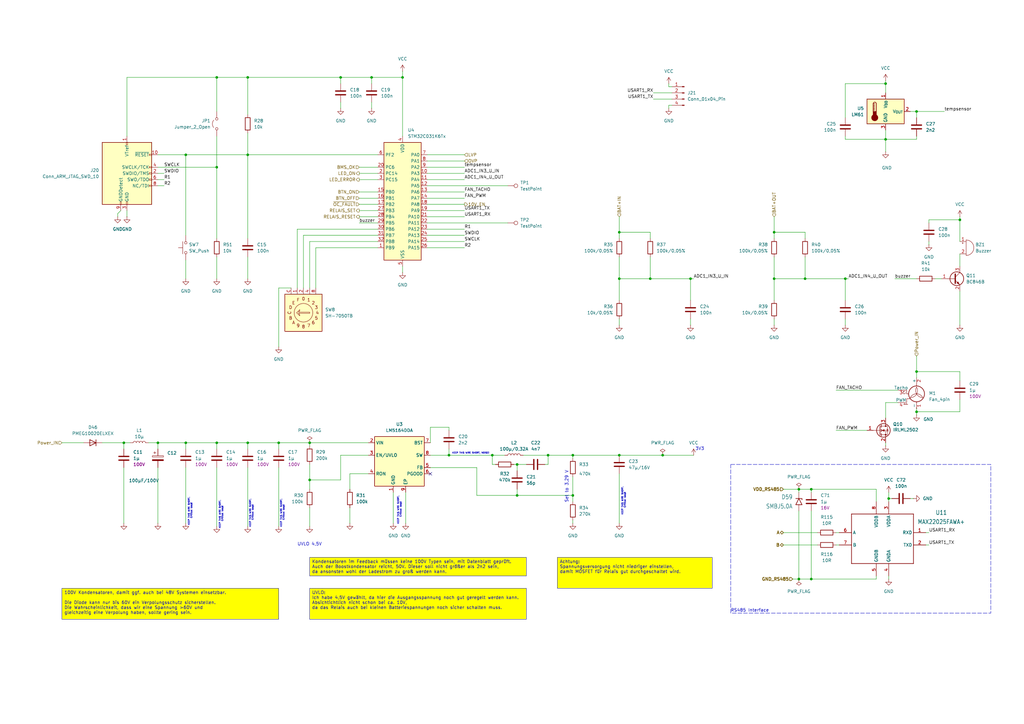
<source format=kicad_sch>
(kicad_sch
	(version 20250114)
	(generator "eeschema")
	(generator_version "9.0")
	(uuid "72baee58-3acb-4381-8344-e659d9461441")
	(paper "A3")
	(lib_symbols
		(symbol "Connector:Conn_01x04_Pin"
			(pin_names
				(offset 1.016)
				(hide yes)
			)
			(exclude_from_sim no)
			(in_bom yes)
			(on_board yes)
			(property "Reference" "J"
				(at 0 5.08 0)
				(effects
					(font
						(size 1.27 1.27)
					)
				)
			)
			(property "Value" "Conn_01x04_Pin"
				(at 0 -7.62 0)
				(effects
					(font
						(size 1.27 1.27)
					)
				)
			)
			(property "Footprint" ""
				(at 0 0 0)
				(effects
					(font
						(size 1.27 1.27)
					)
					(hide yes)
				)
			)
			(property "Datasheet" "~"
				(at 0 0 0)
				(effects
					(font
						(size 1.27 1.27)
					)
					(hide yes)
				)
			)
			(property "Description" "Generic connector, single row, 01x04, script generated"
				(at 0 0 0)
				(effects
					(font
						(size 1.27 1.27)
					)
					(hide yes)
				)
			)
			(property "ki_locked" ""
				(at 0 0 0)
				(effects
					(font
						(size 1.27 1.27)
					)
				)
			)
			(property "ki_keywords" "connector"
				(at 0 0 0)
				(effects
					(font
						(size 1.27 1.27)
					)
					(hide yes)
				)
			)
			(property "ki_fp_filters" "Connector*:*_1x??_*"
				(at 0 0 0)
				(effects
					(font
						(size 1.27 1.27)
					)
					(hide yes)
				)
			)
			(symbol "Conn_01x04_Pin_1_1"
				(rectangle
					(start 0.8636 2.667)
					(end 0 2.413)
					(stroke
						(width 0.1524)
						(type default)
					)
					(fill
						(type outline)
					)
				)
				(rectangle
					(start 0.8636 0.127)
					(end 0 -0.127)
					(stroke
						(width 0.1524)
						(type default)
					)
					(fill
						(type outline)
					)
				)
				(rectangle
					(start 0.8636 -2.413)
					(end 0 -2.667)
					(stroke
						(width 0.1524)
						(type default)
					)
					(fill
						(type outline)
					)
				)
				(rectangle
					(start 0.8636 -4.953)
					(end 0 -5.207)
					(stroke
						(width 0.1524)
						(type default)
					)
					(fill
						(type outline)
					)
				)
				(polyline
					(pts
						(xy 1.27 2.54) (xy 0.8636 2.54)
					)
					(stroke
						(width 0.1524)
						(type default)
					)
					(fill
						(type none)
					)
				)
				(polyline
					(pts
						(xy 1.27 0) (xy 0.8636 0)
					)
					(stroke
						(width 0.1524)
						(type default)
					)
					(fill
						(type none)
					)
				)
				(polyline
					(pts
						(xy 1.27 -2.54) (xy 0.8636 -2.54)
					)
					(stroke
						(width 0.1524)
						(type default)
					)
					(fill
						(type none)
					)
				)
				(polyline
					(pts
						(xy 1.27 -5.08) (xy 0.8636 -5.08)
					)
					(stroke
						(width 0.1524)
						(type default)
					)
					(fill
						(type none)
					)
				)
				(pin passive line
					(at 5.08 2.54 180)
					(length 3.81)
					(name "Pin_1"
						(effects
							(font
								(size 1.27 1.27)
							)
						)
					)
					(number "1"
						(effects
							(font
								(size 1.27 1.27)
							)
						)
					)
				)
				(pin passive line
					(at 5.08 0 180)
					(length 3.81)
					(name "Pin_2"
						(effects
							(font
								(size 1.27 1.27)
							)
						)
					)
					(number "2"
						(effects
							(font
								(size 1.27 1.27)
							)
						)
					)
				)
				(pin passive line
					(at 5.08 -2.54 180)
					(length 3.81)
					(name "Pin_3"
						(effects
							(font
								(size 1.27 1.27)
							)
						)
					)
					(number "3"
						(effects
							(font
								(size 1.27 1.27)
							)
						)
					)
				)
				(pin passive line
					(at 5.08 -5.08 180)
					(length 3.81)
					(name "Pin_4"
						(effects
							(font
								(size 1.27 1.27)
							)
						)
					)
					(number "4"
						(effects
							(font
								(size 1.27 1.27)
							)
						)
					)
				)
			)
			(embedded_fonts no)
		)
		(symbol "Connector:Conn_ARM_JTAG_SWD_10"
			(pin_names
				(offset 1.016)
			)
			(exclude_from_sim no)
			(in_bom yes)
			(on_board yes)
			(property "Reference" "J"
				(at -2.54 16.51 0)
				(effects
					(font
						(size 1.27 1.27)
					)
					(justify right)
				)
			)
			(property "Value" "Conn_ARM_JTAG_SWD_10"
				(at -2.54 13.97 0)
				(effects
					(font
						(size 1.27 1.27)
					)
					(justify right bottom)
				)
			)
			(property "Footprint" ""
				(at 0 0 0)
				(effects
					(font
						(size 1.27 1.27)
					)
					(hide yes)
				)
			)
			(property "Datasheet" "http://infocenter.arm.com/help/topic/com.arm.doc.ddi0314h/DDI0314H_coresight_components_trm.pdf"
				(at -8.89 -31.75 90)
				(effects
					(font
						(size 1.27 1.27)
					)
					(hide yes)
				)
			)
			(property "Description" "Cortex Debug Connector, standard ARM Cortex-M SWD and JTAG interface"
				(at 0 0 0)
				(effects
					(font
						(size 1.27 1.27)
					)
					(hide yes)
				)
			)
			(property "ki_keywords" "Cortex Debug Connector ARM SWD JTAG"
				(at 0 0 0)
				(effects
					(font
						(size 1.27 1.27)
					)
					(hide yes)
				)
			)
			(property "ki_fp_filters" "PinHeader?2x05?P1.27mm*"
				(at 0 0 0)
				(effects
					(font
						(size 1.27 1.27)
					)
					(hide yes)
				)
			)
			(symbol "Conn_ARM_JTAG_SWD_10_0_1"
				(rectangle
					(start -10.16 12.7)
					(end 10.16 -12.7)
					(stroke
						(width 0.254)
						(type default)
					)
					(fill
						(type background)
					)
				)
				(rectangle
					(start -2.794 -12.7)
					(end -2.286 -11.684)
					(stroke
						(width 0)
						(type default)
					)
					(fill
						(type none)
					)
				)
				(rectangle
					(start -0.254 12.7)
					(end 0.254 11.684)
					(stroke
						(width 0)
						(type default)
					)
					(fill
						(type none)
					)
				)
				(rectangle
					(start -0.254 -12.7)
					(end 0.254 -11.684)
					(stroke
						(width 0)
						(type default)
					)
					(fill
						(type none)
					)
				)
				(rectangle
					(start 9.144 2.286)
					(end 10.16 2.794)
					(stroke
						(width 0)
						(type default)
					)
					(fill
						(type none)
					)
				)
				(rectangle
					(start 10.16 7.874)
					(end 9.144 7.366)
					(stroke
						(width 0)
						(type default)
					)
					(fill
						(type none)
					)
				)
				(rectangle
					(start 10.16 -0.254)
					(end 9.144 0.254)
					(stroke
						(width 0)
						(type default)
					)
					(fill
						(type none)
					)
				)
				(rectangle
					(start 10.16 -2.794)
					(end 9.144 -2.286)
					(stroke
						(width 0)
						(type default)
					)
					(fill
						(type none)
					)
				)
			)
			(symbol "Conn_ARM_JTAG_SWD_10_1_1"
				(rectangle
					(start 9.144 -5.334)
					(end 10.16 -4.826)
					(stroke
						(width 0)
						(type default)
					)
					(fill
						(type none)
					)
				)
				(pin no_connect line
					(at -10.16 0 0)
					(length 2.54)
					(hide yes)
					(name "KEY"
						(effects
							(font
								(size 1.27 1.27)
							)
						)
					)
					(number "7"
						(effects
							(font
								(size 1.27 1.27)
							)
						)
					)
				)
				(pin passive line
					(at -2.54 -15.24 90)
					(length 2.54)
					(name "GNDDetect"
						(effects
							(font
								(size 1.27 1.27)
							)
						)
					)
					(number "9"
						(effects
							(font
								(size 1.27 1.27)
							)
						)
					)
				)
				(pin power_in line
					(at 0 15.24 270)
					(length 2.54)
					(name "VTref"
						(effects
							(font
								(size 1.27 1.27)
							)
						)
					)
					(number "1"
						(effects
							(font
								(size 1.27 1.27)
							)
						)
					)
				)
				(pin power_in line
					(at 0 -15.24 90)
					(length 2.54)
					(name "GND"
						(effects
							(font
								(size 1.27 1.27)
							)
						)
					)
					(number "3"
						(effects
							(font
								(size 1.27 1.27)
							)
						)
					)
				)
				(pin passive line
					(at 0 -15.24 90)
					(length 2.54)
					(hide yes)
					(name "GND"
						(effects
							(font
								(size 1.27 1.27)
							)
						)
					)
					(number "5"
						(effects
							(font
								(size 1.27 1.27)
							)
						)
					)
				)
				(pin open_collector line
					(at 12.7 7.62 180)
					(length 2.54)
					(name "~{RESET}"
						(effects
							(font
								(size 1.27 1.27)
							)
						)
					)
					(number "10"
						(effects
							(font
								(size 1.27 1.27)
							)
						)
					)
				)
				(pin output line
					(at 12.7 2.54 180)
					(length 2.54)
					(name "SWCLK/TCK"
						(effects
							(font
								(size 1.27 1.27)
							)
						)
					)
					(number "4"
						(effects
							(font
								(size 1.27 1.27)
							)
						)
					)
				)
				(pin bidirectional line
					(at 12.7 0 180)
					(length 2.54)
					(name "SWDIO/TMS"
						(effects
							(font
								(size 1.27 1.27)
							)
						)
					)
					(number "2"
						(effects
							(font
								(size 1.27 1.27)
							)
						)
					)
				)
				(pin input line
					(at 12.7 -2.54 180)
					(length 2.54)
					(name "SWO/TDO"
						(effects
							(font
								(size 1.27 1.27)
							)
						)
					)
					(number "6"
						(effects
							(font
								(size 1.27 1.27)
							)
						)
					)
				)
				(pin output line
					(at 12.7 -5.08 180)
					(length 2.54)
					(name "NC/TDI"
						(effects
							(font
								(size 1.27 1.27)
							)
						)
					)
					(number "8"
						(effects
							(font
								(size 1.27 1.27)
							)
						)
					)
				)
			)
			(embedded_fonts no)
		)
		(symbol "Connector:TestPoint"
			(pin_numbers
				(hide yes)
			)
			(pin_names
				(offset 0.762)
				(hide yes)
			)
			(exclude_from_sim no)
			(in_bom yes)
			(on_board yes)
			(property "Reference" "TP"
				(at 0 6.858 0)
				(effects
					(font
						(size 1.27 1.27)
					)
				)
			)
			(property "Value" "TestPoint"
				(at 0 5.08 0)
				(effects
					(font
						(size 1.27 1.27)
					)
				)
			)
			(property "Footprint" ""
				(at 5.08 0 0)
				(effects
					(font
						(size 1.27 1.27)
					)
					(hide yes)
				)
			)
			(property "Datasheet" "~"
				(at 5.08 0 0)
				(effects
					(font
						(size 1.27 1.27)
					)
					(hide yes)
				)
			)
			(property "Description" "test point"
				(at 0 0 0)
				(effects
					(font
						(size 1.27 1.27)
					)
					(hide yes)
				)
			)
			(property "ki_keywords" "test point tp"
				(at 0 0 0)
				(effects
					(font
						(size 1.27 1.27)
					)
					(hide yes)
				)
			)
			(property "ki_fp_filters" "Pin* Test*"
				(at 0 0 0)
				(effects
					(font
						(size 1.27 1.27)
					)
					(hide yes)
				)
			)
			(symbol "TestPoint_0_1"
				(circle
					(center 0 3.302)
					(radius 0.762)
					(stroke
						(width 0)
						(type default)
					)
					(fill
						(type none)
					)
				)
			)
			(symbol "TestPoint_1_1"
				(pin passive line
					(at 0 0 90)
					(length 2.54)
					(name "1"
						(effects
							(font
								(size 1.27 1.27)
							)
						)
					)
					(number "1"
						(effects
							(font
								(size 1.27 1.27)
							)
						)
					)
				)
			)
			(embedded_fonts no)
		)
		(symbol "Device:Buzzer"
			(pin_names
				(offset 0.0254)
				(hide yes)
			)
			(exclude_from_sim no)
			(in_bom yes)
			(on_board yes)
			(property "Reference" "BZ"
				(at 3.81 1.27 0)
				(effects
					(font
						(size 1.27 1.27)
					)
					(justify left)
				)
			)
			(property "Value" "Buzzer"
				(at 3.81 -1.27 0)
				(effects
					(font
						(size 1.27 1.27)
					)
					(justify left)
				)
			)
			(property "Footprint" ""
				(at -0.635 2.54 90)
				(effects
					(font
						(size 1.27 1.27)
					)
					(hide yes)
				)
			)
			(property "Datasheet" "~"
				(at -0.635 2.54 90)
				(effects
					(font
						(size 1.27 1.27)
					)
					(hide yes)
				)
			)
			(property "Description" "Buzzer, polarized"
				(at 0 0 0)
				(effects
					(font
						(size 1.27 1.27)
					)
					(hide yes)
				)
			)
			(property "ki_keywords" "quartz resonator ceramic"
				(at 0 0 0)
				(effects
					(font
						(size 1.27 1.27)
					)
					(hide yes)
				)
			)
			(property "ki_fp_filters" "*Buzzer*"
				(at 0 0 0)
				(effects
					(font
						(size 1.27 1.27)
					)
					(hide yes)
				)
			)
			(symbol "Buzzer_0_1"
				(polyline
					(pts
						(xy -1.651 1.905) (xy -1.143 1.905)
					)
					(stroke
						(width 0)
						(type default)
					)
					(fill
						(type none)
					)
				)
				(polyline
					(pts
						(xy -1.397 2.159) (xy -1.397 1.651)
					)
					(stroke
						(width 0)
						(type default)
					)
					(fill
						(type none)
					)
				)
				(arc
					(start 0 3.175)
					(mid 3.1612 0)
					(end 0 -3.175)
					(stroke
						(width 0)
						(type default)
					)
					(fill
						(type none)
					)
				)
				(polyline
					(pts
						(xy 0 3.175) (xy 0 -3.175)
					)
					(stroke
						(width 0)
						(type default)
					)
					(fill
						(type none)
					)
				)
			)
			(symbol "Buzzer_1_1"
				(pin passive line
					(at -2.54 2.54 0)
					(length 2.54)
					(name "+"
						(effects
							(font
								(size 1.27 1.27)
							)
						)
					)
					(number "1"
						(effects
							(font
								(size 1.27 1.27)
							)
						)
					)
				)
				(pin passive line
					(at -2.54 -2.54 0)
					(length 2.54)
					(name "-"
						(effects
							(font
								(size 1.27 1.27)
							)
						)
					)
					(number "2"
						(effects
							(font
								(size 1.27 1.27)
							)
						)
					)
				)
			)
			(embedded_fonts no)
		)
		(symbol "Device:C"
			(pin_numbers
				(hide yes)
			)
			(pin_names
				(offset 0.254)
			)
			(exclude_from_sim no)
			(in_bom yes)
			(on_board yes)
			(property "Reference" "C"
				(at 0.635 2.54 0)
				(effects
					(font
						(size 1.27 1.27)
					)
					(justify left)
				)
			)
			(property "Value" "C"
				(at 0.635 -2.54 0)
				(effects
					(font
						(size 1.27 1.27)
					)
					(justify left)
				)
			)
			(property "Footprint" ""
				(at 0.9652 -3.81 0)
				(effects
					(font
						(size 1.27 1.27)
					)
					(hide yes)
				)
			)
			(property "Datasheet" "~"
				(at 0 0 0)
				(effects
					(font
						(size 1.27 1.27)
					)
					(hide yes)
				)
			)
			(property "Description" "Unpolarized capacitor"
				(at 0 0 0)
				(effects
					(font
						(size 1.27 1.27)
					)
					(hide yes)
				)
			)
			(property "ki_keywords" "cap capacitor"
				(at 0 0 0)
				(effects
					(font
						(size 1.27 1.27)
					)
					(hide yes)
				)
			)
			(property "ki_fp_filters" "C_*"
				(at 0 0 0)
				(effects
					(font
						(size 1.27 1.27)
					)
					(hide yes)
				)
			)
			(symbol "C_0_1"
				(polyline
					(pts
						(xy -2.032 0.762) (xy 2.032 0.762)
					)
					(stroke
						(width 0.508)
						(type default)
					)
					(fill
						(type none)
					)
				)
				(polyline
					(pts
						(xy -2.032 -0.762) (xy 2.032 -0.762)
					)
					(stroke
						(width 0.508)
						(type default)
					)
					(fill
						(type none)
					)
				)
			)
			(symbol "C_1_1"
				(pin passive line
					(at 0 3.81 270)
					(length 2.794)
					(name "~"
						(effects
							(font
								(size 1.27 1.27)
							)
						)
					)
					(number "1"
						(effects
							(font
								(size 1.27 1.27)
							)
						)
					)
				)
				(pin passive line
					(at 0 -3.81 90)
					(length 2.794)
					(name "~"
						(effects
							(font
								(size 1.27 1.27)
							)
						)
					)
					(number "2"
						(effects
							(font
								(size 1.27 1.27)
							)
						)
					)
				)
			)
			(embedded_fonts no)
		)
		(symbol "Device:C_Polarized"
			(pin_numbers
				(hide yes)
			)
			(pin_names
				(offset 0.254)
			)
			(exclude_from_sim no)
			(in_bom yes)
			(on_board yes)
			(property "Reference" "C"
				(at 0.635 2.54 0)
				(effects
					(font
						(size 1.27 1.27)
					)
					(justify left)
				)
			)
			(property "Value" "C_Polarized"
				(at 0.635 -2.54 0)
				(effects
					(font
						(size 1.27 1.27)
					)
					(justify left)
				)
			)
			(property "Footprint" ""
				(at 0.9652 -3.81 0)
				(effects
					(font
						(size 1.27 1.27)
					)
					(hide yes)
				)
			)
			(property "Datasheet" "~"
				(at 0 0 0)
				(effects
					(font
						(size 1.27 1.27)
					)
					(hide yes)
				)
			)
			(property "Description" "Polarized capacitor"
				(at 0 0 0)
				(effects
					(font
						(size 1.27 1.27)
					)
					(hide yes)
				)
			)
			(property "ki_keywords" "cap capacitor"
				(at 0 0 0)
				(effects
					(font
						(size 1.27 1.27)
					)
					(hide yes)
				)
			)
			(property "ki_fp_filters" "CP_*"
				(at 0 0 0)
				(effects
					(font
						(size 1.27 1.27)
					)
					(hide yes)
				)
			)
			(symbol "C_Polarized_0_1"
				(rectangle
					(start -2.286 0.508)
					(end 2.286 1.016)
					(stroke
						(width 0)
						(type default)
					)
					(fill
						(type none)
					)
				)
				(polyline
					(pts
						(xy -1.778 2.286) (xy -0.762 2.286)
					)
					(stroke
						(width 0)
						(type default)
					)
					(fill
						(type none)
					)
				)
				(polyline
					(pts
						(xy -1.27 2.794) (xy -1.27 1.778)
					)
					(stroke
						(width 0)
						(type default)
					)
					(fill
						(type none)
					)
				)
				(rectangle
					(start 2.286 -0.508)
					(end -2.286 -1.016)
					(stroke
						(width 0)
						(type default)
					)
					(fill
						(type outline)
					)
				)
			)
			(symbol "C_Polarized_1_1"
				(pin passive line
					(at 0 3.81 270)
					(length 2.794)
					(name "~"
						(effects
							(font
								(size 1.27 1.27)
							)
						)
					)
					(number "1"
						(effects
							(font
								(size 1.27 1.27)
							)
						)
					)
				)
				(pin passive line
					(at 0 -3.81 90)
					(length 2.794)
					(name "~"
						(effects
							(font
								(size 1.27 1.27)
							)
						)
					)
					(number "2"
						(effects
							(font
								(size 1.27 1.27)
							)
						)
					)
				)
			)
			(embedded_fonts no)
		)
		(symbol "Device:D"
			(pin_numbers
				(hide yes)
			)
			(pin_names
				(offset 1.016)
				(hide yes)
			)
			(exclude_from_sim no)
			(in_bom yes)
			(on_board yes)
			(property "Reference" "D"
				(at 0 2.54 0)
				(effects
					(font
						(size 1.27 1.27)
					)
				)
			)
			(property "Value" "D"
				(at 0 -2.54 0)
				(effects
					(font
						(size 1.27 1.27)
					)
				)
			)
			(property "Footprint" ""
				(at 0 0 0)
				(effects
					(font
						(size 1.27 1.27)
					)
					(hide yes)
				)
			)
			(property "Datasheet" "~"
				(at 0 0 0)
				(effects
					(font
						(size 1.27 1.27)
					)
					(hide yes)
				)
			)
			(property "Description" "Diode"
				(at 0 0 0)
				(effects
					(font
						(size 1.27 1.27)
					)
					(hide yes)
				)
			)
			(property "Sim.Device" "D"
				(at 0 0 0)
				(effects
					(font
						(size 1.27 1.27)
					)
					(hide yes)
				)
			)
			(property "Sim.Pins" "1=K 2=A"
				(at 0 0 0)
				(effects
					(font
						(size 1.27 1.27)
					)
					(hide yes)
				)
			)
			(property "ki_keywords" "diode"
				(at 0 0 0)
				(effects
					(font
						(size 1.27 1.27)
					)
					(hide yes)
				)
			)
			(property "ki_fp_filters" "TO-???* *_Diode_* *SingleDiode* D_*"
				(at 0 0 0)
				(effects
					(font
						(size 1.27 1.27)
					)
					(hide yes)
				)
			)
			(symbol "D_0_1"
				(polyline
					(pts
						(xy -1.27 1.27) (xy -1.27 -1.27)
					)
					(stroke
						(width 0.254)
						(type default)
					)
					(fill
						(type none)
					)
				)
				(polyline
					(pts
						(xy 1.27 1.27) (xy 1.27 -1.27) (xy -1.27 0) (xy 1.27 1.27)
					)
					(stroke
						(width 0.254)
						(type default)
					)
					(fill
						(type none)
					)
				)
				(polyline
					(pts
						(xy 1.27 0) (xy -1.27 0)
					)
					(stroke
						(width 0)
						(type default)
					)
					(fill
						(type none)
					)
				)
			)
			(symbol "D_1_1"
				(pin passive line
					(at -3.81 0 0)
					(length 2.54)
					(name "K"
						(effects
							(font
								(size 1.27 1.27)
							)
						)
					)
					(number "1"
						(effects
							(font
								(size 1.27 1.27)
							)
						)
					)
				)
				(pin passive line
					(at 3.81 0 180)
					(length 2.54)
					(name "A"
						(effects
							(font
								(size 1.27 1.27)
							)
						)
					)
					(number "2"
						(effects
							(font
								(size 1.27 1.27)
							)
						)
					)
				)
			)
			(embedded_fonts no)
		)
		(symbol "Device:L"
			(pin_numbers
				(hide yes)
			)
			(pin_names
				(offset 1.016)
				(hide yes)
			)
			(exclude_from_sim no)
			(in_bom yes)
			(on_board yes)
			(property "Reference" "L"
				(at -1.27 0 90)
				(effects
					(font
						(size 1.27 1.27)
					)
				)
			)
			(property "Value" "L"
				(at 1.905 0 90)
				(effects
					(font
						(size 1.27 1.27)
					)
				)
			)
			(property "Footprint" ""
				(at 0 0 0)
				(effects
					(font
						(size 1.27 1.27)
					)
					(hide yes)
				)
			)
			(property "Datasheet" "~"
				(at 0 0 0)
				(effects
					(font
						(size 1.27 1.27)
					)
					(hide yes)
				)
			)
			(property "Description" "Inductor"
				(at 0 0 0)
				(effects
					(font
						(size 1.27 1.27)
					)
					(hide yes)
				)
			)
			(property "ki_keywords" "inductor choke coil reactor magnetic"
				(at 0 0 0)
				(effects
					(font
						(size 1.27 1.27)
					)
					(hide yes)
				)
			)
			(property "ki_fp_filters" "Choke_* *Coil* Inductor_* L_*"
				(at 0 0 0)
				(effects
					(font
						(size 1.27 1.27)
					)
					(hide yes)
				)
			)
			(symbol "L_0_1"
				(arc
					(start 0 2.54)
					(mid 0.6323 1.905)
					(end 0 1.27)
					(stroke
						(width 0)
						(type default)
					)
					(fill
						(type none)
					)
				)
				(arc
					(start 0 1.27)
					(mid 0.6323 0.635)
					(end 0 0)
					(stroke
						(width 0)
						(type default)
					)
					(fill
						(type none)
					)
				)
				(arc
					(start 0 0)
					(mid 0.6323 -0.635)
					(end 0 -1.27)
					(stroke
						(width 0)
						(type default)
					)
					(fill
						(type none)
					)
				)
				(arc
					(start 0 -1.27)
					(mid 0.6323 -1.905)
					(end 0 -2.54)
					(stroke
						(width 0)
						(type default)
					)
					(fill
						(type none)
					)
				)
			)
			(symbol "L_1_1"
				(pin passive line
					(at 0 3.81 270)
					(length 1.27)
					(name "1"
						(effects
							(font
								(size 1.27 1.27)
							)
						)
					)
					(number "1"
						(effects
							(font
								(size 1.27 1.27)
							)
						)
					)
				)
				(pin passive line
					(at 0 -3.81 90)
					(length 1.27)
					(name "2"
						(effects
							(font
								(size 1.27 1.27)
							)
						)
					)
					(number "2"
						(effects
							(font
								(size 1.27 1.27)
							)
						)
					)
				)
			)
			(embedded_fonts no)
		)
		(symbol "Device:R"
			(pin_numbers
				(hide yes)
			)
			(pin_names
				(offset 0)
			)
			(exclude_from_sim no)
			(in_bom yes)
			(on_board yes)
			(property "Reference" "R"
				(at 2.032 0 90)
				(effects
					(font
						(size 1.27 1.27)
					)
				)
			)
			(property "Value" "R"
				(at 0 0 90)
				(effects
					(font
						(size 1.27 1.27)
					)
				)
			)
			(property "Footprint" ""
				(at -1.778 0 90)
				(effects
					(font
						(size 1.27 1.27)
					)
					(hide yes)
				)
			)
			(property "Datasheet" "~"
				(at 0 0 0)
				(effects
					(font
						(size 1.27 1.27)
					)
					(hide yes)
				)
			)
			(property "Description" "Resistor"
				(at 0 0 0)
				(effects
					(font
						(size 1.27 1.27)
					)
					(hide yes)
				)
			)
			(property "ki_keywords" "R res resistor"
				(at 0 0 0)
				(effects
					(font
						(size 1.27 1.27)
					)
					(hide yes)
				)
			)
			(property "ki_fp_filters" "R_*"
				(at 0 0 0)
				(effects
					(font
						(size 1.27 1.27)
					)
					(hide yes)
				)
			)
			(symbol "R_0_1"
				(rectangle
					(start -1.016 -2.54)
					(end 1.016 2.54)
					(stroke
						(width 0.254)
						(type default)
					)
					(fill
						(type none)
					)
				)
			)
			(symbol "R_1_1"
				(pin passive line
					(at 0 3.81 270)
					(length 1.27)
					(name "~"
						(effects
							(font
								(size 1.27 1.27)
							)
						)
					)
					(number "1"
						(effects
							(font
								(size 1.27 1.27)
							)
						)
					)
				)
				(pin passive line
					(at 0 -3.81 90)
					(length 1.27)
					(name "~"
						(effects
							(font
								(size 1.27 1.27)
							)
						)
					)
					(number "2"
						(effects
							(font
								(size 1.27 1.27)
							)
						)
					)
				)
			)
			(embedded_fonts no)
		)
		(symbol "Diode:1.5KExxA"
			(pin_numbers
				(hide yes)
			)
			(pin_names
				(offset 1.016)
				(hide yes)
			)
			(exclude_from_sim no)
			(in_bom yes)
			(on_board yes)
			(property "Reference" "D"
				(at 0 2.54 0)
				(effects
					(font
						(size 1.27 1.27)
					)
				)
			)
			(property "Value" "1.5KExxA"
				(at 0 -2.54 0)
				(effects
					(font
						(size 1.27 1.27)
					)
				)
			)
			(property "Footprint" "Diode_THT:D_DO-201AE_P15.24mm_Horizontal"
				(at 0 -5.08 0)
				(effects
					(font
						(size 1.27 1.27)
					)
					(hide yes)
				)
			)
			(property "Datasheet" "https://www.vishay.com/docs/88301/15ke.pdf"
				(at -1.27 0 0)
				(effects
					(font
						(size 1.27 1.27)
					)
					(hide yes)
				)
			)
			(property "Description" "1500W unidirectional TVS diode, DO-201AE"
				(at 0 0 0)
				(effects
					(font
						(size 1.27 1.27)
					)
					(hide yes)
				)
			)
			(property "ki_keywords" "transient voltage suppressor TRANSZORB®"
				(at 0 0 0)
				(effects
					(font
						(size 1.27 1.27)
					)
					(hide yes)
				)
			)
			(property "ki_fp_filters" "D?DO?201AE*"
				(at 0 0 0)
				(effects
					(font
						(size 1.27 1.27)
					)
					(hide yes)
				)
			)
			(symbol "1.5KExxA_0_1"
				(polyline
					(pts
						(xy -0.762 1.27) (xy -1.27 1.27) (xy -1.27 -1.27)
					)
					(stroke
						(width 0.254)
						(type default)
					)
					(fill
						(type none)
					)
				)
				(polyline
					(pts
						(xy 1.27 1.27) (xy 1.27 -1.27) (xy -1.27 0) (xy 1.27 1.27)
					)
					(stroke
						(width 0.254)
						(type default)
					)
					(fill
						(type none)
					)
				)
			)
			(symbol "1.5KExxA_1_1"
				(pin passive line
					(at -3.81 0 0)
					(length 2.54)
					(name "A1"
						(effects
							(font
								(size 1.27 1.27)
							)
						)
					)
					(number "1"
						(effects
							(font
								(size 1.27 1.27)
							)
						)
					)
				)
				(pin passive line
					(at 3.81 0 180)
					(length 2.54)
					(name "A2"
						(effects
							(font
								(size 1.27 1.27)
							)
						)
					)
					(number "2"
						(effects
							(font
								(size 1.27 1.27)
							)
						)
					)
				)
			)
			(embedded_fonts no)
		)
		(symbol "Jumper:Jumper_2_Open"
			(pin_numbers
				(hide yes)
			)
			(pin_names
				(offset 0)
				(hide yes)
			)
			(exclude_from_sim no)
			(in_bom yes)
			(on_board yes)
			(property "Reference" "JP"
				(at 0 2.794 0)
				(effects
					(font
						(size 1.27 1.27)
					)
				)
			)
			(property "Value" "Jumper_2_Open"
				(at 0 -2.286 0)
				(effects
					(font
						(size 1.27 1.27)
					)
				)
			)
			(property "Footprint" ""
				(at 0 0 0)
				(effects
					(font
						(size 1.27 1.27)
					)
					(hide yes)
				)
			)
			(property "Datasheet" "~"
				(at 0 0 0)
				(effects
					(font
						(size 1.27 1.27)
					)
					(hide yes)
				)
			)
			(property "Description" "Jumper, 2-pole, open"
				(at 0 0 0)
				(effects
					(font
						(size 1.27 1.27)
					)
					(hide yes)
				)
			)
			(property "ki_keywords" "Jumper SPST"
				(at 0 0 0)
				(effects
					(font
						(size 1.27 1.27)
					)
					(hide yes)
				)
			)
			(property "ki_fp_filters" "Jumper* TestPoint*2Pads* TestPoint*Bridge*"
				(at 0 0 0)
				(effects
					(font
						(size 1.27 1.27)
					)
					(hide yes)
				)
			)
			(symbol "Jumper_2_Open_0_0"
				(circle
					(center -2.032 0)
					(radius 0.508)
					(stroke
						(width 0)
						(type default)
					)
					(fill
						(type none)
					)
				)
				(circle
					(center 2.032 0)
					(radius 0.508)
					(stroke
						(width 0)
						(type default)
					)
					(fill
						(type none)
					)
				)
			)
			(symbol "Jumper_2_Open_0_1"
				(arc
					(start -1.524 1.27)
					(mid 0 1.778)
					(end 1.524 1.27)
					(stroke
						(width 0)
						(type default)
					)
					(fill
						(type none)
					)
				)
			)
			(symbol "Jumper_2_Open_1_1"
				(pin passive line
					(at -5.08 0 0)
					(length 2.54)
					(name "A"
						(effects
							(font
								(size 1.27 1.27)
							)
						)
					)
					(number "1"
						(effects
							(font
								(size 1.27 1.27)
							)
						)
					)
				)
				(pin passive line
					(at 5.08 0 180)
					(length 2.54)
					(name "B"
						(effects
							(font
								(size 1.27 1.27)
							)
						)
					)
					(number "2"
						(effects
							(font
								(size 1.27 1.27)
							)
						)
					)
				)
			)
			(embedded_fonts no)
		)
		(symbol "MCU_ST_STM32C0:STM32C031K4Tx"
			(exclude_from_sim no)
			(in_bom yes)
			(on_board yes)
			(property "Reference" "U"
				(at -7.62 26.67 0)
				(effects
					(font
						(size 1.27 1.27)
					)
					(justify left)
				)
			)
			(property "Value" "STM32C031K4Tx"
				(at 2.54 26.67 0)
				(effects
					(font
						(size 1.27 1.27)
					)
					(justify left)
				)
			)
			(property "Footprint" "Package_QFP:LQFP-32_7x7mm_P0.8mm"
				(at -7.62 -22.86 0)
				(effects
					(font
						(size 1.27 1.27)
					)
					(justify right)
					(hide yes)
				)
			)
			(property "Datasheet" "https://www.st.com/resource/en/datasheet/stm32c031k4.pdf"
				(at 0 0 0)
				(effects
					(font
						(size 1.27 1.27)
					)
					(hide yes)
				)
			)
			(property "Description" "STMicroelectronics Arm Cortex-M0+ MCU, 16KB flash, 12KB RAM, 48 MHz, 2.0-3.6V, 30 GPIO, LQFP32"
				(at 0 0 0)
				(effects
					(font
						(size 1.27 1.27)
					)
					(hide yes)
				)
			)
			(property "ki_keywords" "Arm Cortex-M0+ STM32C0 STM32C0x1"
				(at 0 0 0)
				(effects
					(font
						(size 1.27 1.27)
					)
					(hide yes)
				)
			)
			(property "ki_fp_filters" "LQFP*7x7mm*P0.8mm*"
				(at 0 0 0)
				(effects
					(font
						(size 1.27 1.27)
					)
					(hide yes)
				)
			)
			(symbol "STM32C031K4Tx_0_1"
				(rectangle
					(start -7.62 -22.86)
					(end 7.62 25.4)
					(stroke
						(width 0.254)
						(type default)
					)
					(fill
						(type background)
					)
				)
			)
			(symbol "STM32C031K4Tx_1_1"
				(pin bidirectional line
					(at -10.16 20.32 0)
					(length 2.54)
					(name "PF2"
						(effects
							(font
								(size 1.27 1.27)
							)
						)
					)
					(number "6"
						(effects
							(font
								(size 1.27 1.27)
							)
						)
					)
					(alternate "RCC_MCO" bidirectional line)
					(alternate "TIM1_CH4" bidirectional line)
				)
				(pin bidirectional line
					(at -10.16 15.24 0)
					(length 2.54)
					(name "PC6"
						(effects
							(font
								(size 1.27 1.27)
							)
						)
					)
					(number "20"
						(effects
							(font
								(size 1.27 1.27)
							)
						)
					)
					(alternate "TIM3_CH1" bidirectional line)
				)
				(pin bidirectional line
					(at -10.16 12.7 0)
					(length 2.54)
					(name "PC14"
						(effects
							(font
								(size 1.27 1.27)
							)
						)
					)
					(number "2"
						(effects
							(font
								(size 1.27 1.27)
							)
						)
					)
					(alternate "I2C1_SDA" bidirectional line)
					(alternate "IR_OUT" bidirectional line)
					(alternate "RCC_OSCX_IN" bidirectional line)
					(alternate "TIM17_CH1" bidirectional line)
					(alternate "TIM1_BKIN2" bidirectional line)
					(alternate "TIM1_ETR" bidirectional line)
					(alternate "TIM3_CH2" bidirectional line)
					(alternate "USART1_TX" bidirectional line)
					(alternate "USART2_CK" bidirectional line)
					(alternate "USART2_DE" bidirectional line)
					(alternate "USART2_RTS" bidirectional line)
				)
				(pin bidirectional line
					(at -10.16 10.16 0)
					(length 2.54)
					(name "PC15"
						(effects
							(font
								(size 1.27 1.27)
							)
						)
					)
					(number "3"
						(effects
							(font
								(size 1.27 1.27)
							)
						)
					)
					(alternate "RCC_OSC32_EN" bidirectional line)
					(alternate "RCC_OSCX_OUT" bidirectional line)
					(alternate "RCC_OSC_EN" bidirectional line)
					(alternate "TIM1_ETR" bidirectional line)
					(alternate "TIM3_CH3" bidirectional line)
				)
				(pin bidirectional line
					(at -10.16 5.08 0)
					(length 2.54)
					(name "PB0"
						(effects
							(font
								(size 1.27 1.27)
							)
						)
					)
					(number "15"
						(effects
							(font
								(size 1.27 1.27)
							)
						)
					)
					(alternate "ADC1_IN17" bidirectional line)
					(alternate "I2S1_WS" bidirectional line)
					(alternate "SPI1_NSS" bidirectional line)
					(alternate "TIM1_CH2N" bidirectional line)
					(alternate "TIM3_CH3" bidirectional line)
				)
				(pin bidirectional line
					(at -10.16 2.54 0)
					(length 2.54)
					(name "PB1"
						(effects
							(font
								(size 1.27 1.27)
							)
						)
					)
					(number "16"
						(effects
							(font
								(size 1.27 1.27)
							)
						)
					)
					(alternate "ADC1_IN18" bidirectional line)
					(alternate "TIM14_CH1" bidirectional line)
					(alternate "TIM1_CH2N" bidirectional line)
					(alternate "TIM1_CH3N" bidirectional line)
					(alternate "TIM3_CH4" bidirectional line)
				)
				(pin bidirectional line
					(at -10.16 0 0)
					(length 2.54)
					(name "PB2"
						(effects
							(font
								(size 1.27 1.27)
							)
						)
					)
					(number "17"
						(effects
							(font
								(size 1.27 1.27)
							)
						)
					)
					(alternate "ADC1_IN19" bidirectional line)
					(alternate "RCC_MCO_2" bidirectional line)
					(alternate "USART1_RX" bidirectional line)
				)
				(pin bidirectional line
					(at -10.16 -2.54 0)
					(length 2.54)
					(name "PB3"
						(effects
							(font
								(size 1.27 1.27)
							)
						)
					)
					(number "27"
						(effects
							(font
								(size 1.27 1.27)
							)
						)
					)
					(alternate "I2S1_CK" bidirectional line)
					(alternate "SPI1_SCK" bidirectional line)
					(alternate "TIM1_CH2" bidirectional line)
					(alternate "TIM3_CH2" bidirectional line)
					(alternate "USART1_CK" bidirectional line)
					(alternate "USART1_DE" bidirectional line)
					(alternate "USART1_RTS" bidirectional line)
				)
				(pin bidirectional line
					(at -10.16 -5.08 0)
					(length 2.54)
					(name "PB4"
						(effects
							(font
								(size 1.27 1.27)
							)
						)
					)
					(number "28"
						(effects
							(font
								(size 1.27 1.27)
							)
						)
					)
					(alternate "I2S1_MCK" bidirectional line)
					(alternate "SPI1_MISO" bidirectional line)
					(alternate "TIM17_BKIN" bidirectional line)
					(alternate "TIM3_CH1" bidirectional line)
					(alternate "USART1_CTS" bidirectional line)
					(alternate "USART1_NSS" bidirectional line)
				)
				(pin bidirectional line
					(at -10.16 -7.62 0)
					(length 2.54)
					(name "PB5"
						(effects
							(font
								(size 1.27 1.27)
							)
						)
					)
					(number "29"
						(effects
							(font
								(size 1.27 1.27)
							)
						)
					)
					(alternate "I2C1_SMBA" bidirectional line)
					(alternate "I2S1_SD" bidirectional line)
					(alternate "PWR_WKUP6" bidirectional line)
					(alternate "SPI1_MOSI" bidirectional line)
					(alternate "TIM16_BKIN" bidirectional line)
					(alternate "TIM3_CH2" bidirectional line)
					(alternate "TIM3_CH3" bidirectional line)
				)
				(pin bidirectional line
					(at -10.16 -10.16 0)
					(length 2.54)
					(name "PB6"
						(effects
							(font
								(size 1.27 1.27)
							)
						)
					)
					(number "30"
						(effects
							(font
								(size 1.27 1.27)
							)
						)
					)
					(alternate "I2C1_SCL" bidirectional line)
					(alternate "I2C1_SMBA" bidirectional line)
					(alternate "I2S1_CK" bidirectional line)
					(alternate "I2S1_MCK" bidirectional line)
					(alternate "I2S1_SD" bidirectional line)
					(alternate "PWR_WKUP3" bidirectional line)
					(alternate "SPI1_MISO" bidirectional line)
					(alternate "SPI1_MOSI" bidirectional line)
					(alternate "SPI1_SCK" bidirectional line)
					(alternate "TIM16_BKIN" bidirectional line)
					(alternate "TIM16_CH1N" bidirectional line)
					(alternate "TIM17_BKIN" bidirectional line)
					(alternate "TIM1_CH2" bidirectional line)
					(alternate "TIM1_CH3" bidirectional line)
					(alternate "TIM3_CH1" bidirectional line)
					(alternate "TIM3_CH2" bidirectional line)
					(alternate "TIM3_CH3" bidirectional line)
					(alternate "USART1_CK" bidirectional line)
					(alternate "USART1_CTS" bidirectional line)
					(alternate "USART1_DE" bidirectional line)
					(alternate "USART1_NSS" bidirectional line)
					(alternate "USART1_RTS" bidirectional line)
					(alternate "USART1_TX" bidirectional line)
				)
				(pin bidirectional line
					(at -10.16 -12.7 0)
					(length 2.54)
					(name "PB7"
						(effects
							(font
								(size 1.27 1.27)
							)
						)
					)
					(number "31"
						(effects
							(font
								(size 1.27 1.27)
							)
						)
					)
					(alternate "I2C1_SCL" bidirectional line)
					(alternate "I2C1_SDA" bidirectional line)
					(alternate "RTC_REFIN" bidirectional line)
					(alternate "TIM16_CH1" bidirectional line)
					(alternate "TIM17_CH1N" bidirectional line)
					(alternate "TIM1_CH4" bidirectional line)
					(alternate "TIM3_CH1" bidirectional line)
					(alternate "TIM3_CH4" bidirectional line)
					(alternate "USART1_RX" bidirectional line)
					(alternate "USART2_CTS" bidirectional line)
					(alternate "USART2_NSS" bidirectional line)
				)
				(pin bidirectional line
					(at -10.16 -15.24 0)
					(length 2.54)
					(name "PB8"
						(effects
							(font
								(size 1.27 1.27)
							)
						)
					)
					(number "32"
						(effects
							(font
								(size 1.27 1.27)
							)
						)
					)
					(alternate "I2C1_SCL" bidirectional line)
					(alternate "TIM16_CH1" bidirectional line)
					(alternate "TIM3_CH1" bidirectional line)
					(alternate "USART2_CTS" bidirectional line)
					(alternate "USART2_NSS" bidirectional line)
				)
				(pin bidirectional line
					(at -10.16 -17.78 0)
					(length 2.54)
					(name "PB9"
						(effects
							(font
								(size 1.27 1.27)
							)
						)
					)
					(number "1"
						(effects
							(font
								(size 1.27 1.27)
							)
						)
					)
					(alternate "I2C1_SDA" bidirectional line)
					(alternate "IR_OUT" bidirectional line)
					(alternate "TIM17_CH1" bidirectional line)
					(alternate "TIM3_CH2" bidirectional line)
					(alternate "USART2_CK" bidirectional line)
					(alternate "USART2_DE" bidirectional line)
					(alternate "USART2_RTS" bidirectional line)
				)
				(pin power_in line
					(at 0 27.94 270)
					(length 2.54)
					(name "VDD"
						(effects
							(font
								(size 1.27 1.27)
							)
						)
					)
					(number "4"
						(effects
							(font
								(size 1.27 1.27)
							)
						)
					)
				)
				(pin power_in line
					(at 0 -25.4 90)
					(length 2.54)
					(name "VSS"
						(effects
							(font
								(size 1.27 1.27)
							)
						)
					)
					(number "5"
						(effects
							(font
								(size 1.27 1.27)
							)
						)
					)
				)
				(pin bidirectional line
					(at 10.16 20.32 180)
					(length 2.54)
					(name "PA0"
						(effects
							(font
								(size 1.27 1.27)
							)
						)
					)
					(number "7"
						(effects
							(font
								(size 1.27 1.27)
							)
						)
					)
					(alternate "ADC1_IN0" bidirectional line)
					(alternate "PWR_WKUP1" bidirectional line)
					(alternate "TIM16_CH1" bidirectional line)
					(alternate "TIM1_CH1" bidirectional line)
					(alternate "USART1_TX" bidirectional line)
					(alternate "USART2_CTS" bidirectional line)
					(alternate "USART2_NSS" bidirectional line)
				)
				(pin bidirectional line
					(at 10.16 17.78 180)
					(length 2.54)
					(name "PA1"
						(effects
							(font
								(size 1.27 1.27)
							)
						)
					)
					(number "8"
						(effects
							(font
								(size 1.27 1.27)
							)
						)
					)
					(alternate "ADC1_IN1" bidirectional line)
					(alternate "I2C1_SMBA" bidirectional line)
					(alternate "I2S1_CK" bidirectional line)
					(alternate "SPI1_SCK" bidirectional line)
					(alternate "TIM17_CH1" bidirectional line)
					(alternate "TIM1_CH2" bidirectional line)
					(alternate "USART1_RX" bidirectional line)
					(alternate "USART2_CK" bidirectional line)
					(alternate "USART2_DE" bidirectional line)
					(alternate "USART2_RTS" bidirectional line)
				)
				(pin bidirectional line
					(at 10.16 15.24 180)
					(length 2.54)
					(name "PA2"
						(effects
							(font
								(size 1.27 1.27)
							)
						)
					)
					(number "9"
						(effects
							(font
								(size 1.27 1.27)
							)
						)
					)
					(alternate "ADC1_IN2" bidirectional line)
					(alternate "I2S1_SD" bidirectional line)
					(alternate "PWR_WKUP4" bidirectional line)
					(alternate "RCC_LSCO" bidirectional line)
					(alternate "SPI1_MOSI" bidirectional line)
					(alternate "TIM16_CH1N" bidirectional line)
					(alternate "TIM1_CH3" bidirectional line)
					(alternate "TIM3_ETR" bidirectional line)
					(alternate "USART2_TX" bidirectional line)
				)
				(pin bidirectional line
					(at 10.16 12.7 180)
					(length 2.54)
					(name "PA3"
						(effects
							(font
								(size 1.27 1.27)
							)
						)
					)
					(number "10"
						(effects
							(font
								(size 1.27 1.27)
							)
						)
					)
					(alternate "ADC1_IN3" bidirectional line)
					(alternate "TIM1_CH1N" bidirectional line)
					(alternate "TIM1_CH4" bidirectional line)
					(alternate "USART2_RX" bidirectional line)
				)
				(pin bidirectional line
					(at 10.16 10.16 180)
					(length 2.54)
					(name "PA4"
						(effects
							(font
								(size 1.27 1.27)
							)
						)
					)
					(number "11"
						(effects
							(font
								(size 1.27 1.27)
							)
						)
					)
					(alternate "ADC1_IN4" bidirectional line)
					(alternate "I2S1_WS" bidirectional line)
					(alternate "PWR_WKUP2" bidirectional line)
					(alternate "RTC_OUT1" bidirectional line)
					(alternate "RTC_TS" bidirectional line)
					(alternate "SPI1_NSS" bidirectional line)
					(alternate "TIM14_CH1" bidirectional line)
					(alternate "TIM17_CH1N" bidirectional line)
					(alternate "TIM1_CH2N" bidirectional line)
					(alternate "USART2_TX" bidirectional line)
				)
				(pin bidirectional line
					(at 10.16 7.62 180)
					(length 2.54)
					(name "PA5"
						(effects
							(font
								(size 1.27 1.27)
							)
						)
					)
					(number "12"
						(effects
							(font
								(size 1.27 1.27)
							)
						)
					)
					(alternate "ADC1_IN5" bidirectional line)
					(alternate "I2S1_CK" bidirectional line)
					(alternate "SPI1_SCK" bidirectional line)
					(alternate "TIM1_CH1" bidirectional line)
					(alternate "TIM1_CH3N" bidirectional line)
					(alternate "USART2_RX" bidirectional line)
				)
				(pin bidirectional line
					(at 10.16 5.08 180)
					(length 2.54)
					(name "PA6"
						(effects
							(font
								(size 1.27 1.27)
							)
						)
					)
					(number "13"
						(effects
							(font
								(size 1.27 1.27)
							)
						)
					)
					(alternate "ADC1_IN6" bidirectional line)
					(alternate "I2S1_MCK" bidirectional line)
					(alternate "SPI1_MISO" bidirectional line)
					(alternate "TIM16_CH1" bidirectional line)
					(alternate "TIM1_BKIN" bidirectional line)
					(alternate "TIM3_CH1" bidirectional line)
				)
				(pin bidirectional line
					(at 10.16 2.54 180)
					(length 2.54)
					(name "PA7"
						(effects
							(font
								(size 1.27 1.27)
							)
						)
					)
					(number "14"
						(effects
							(font
								(size 1.27 1.27)
							)
						)
					)
					(alternate "ADC1_IN7" bidirectional line)
					(alternate "I2S1_SD" bidirectional line)
					(alternate "SPI1_MOSI" bidirectional line)
					(alternate "TIM14_CH1" bidirectional line)
					(alternate "TIM17_CH1" bidirectional line)
					(alternate "TIM1_CH1N" bidirectional line)
					(alternate "TIM3_CH2" bidirectional line)
				)
				(pin bidirectional line
					(at 10.16 0 180)
					(length 2.54)
					(name "PA8"
						(effects
							(font
								(size 1.27 1.27)
							)
						)
					)
					(number "18"
						(effects
							(font
								(size 1.27 1.27)
							)
						)
					)
					(alternate "ADC1_IN8" bidirectional line)
					(alternate "I2S1_WS" bidirectional line)
					(alternate "RCC_MCO" bidirectional line)
					(alternate "RCC_MCO_2" bidirectional line)
					(alternate "SPI1_NSS" bidirectional line)
					(alternate "TIM14_CH1" bidirectional line)
					(alternate "TIM1_CH1" bidirectional line)
					(alternate "TIM1_CH2N" bidirectional line)
					(alternate "TIM1_CH3N" bidirectional line)
					(alternate "TIM3_CH3" bidirectional line)
					(alternate "TIM3_CH4" bidirectional line)
					(alternate "USART1_RX" bidirectional line)
					(alternate "USART2_TX" bidirectional line)
				)
				(pin bidirectional line
					(at 10.16 -2.54 180)
					(length 2.54)
					(name "PA9"
						(effects
							(font
								(size 1.27 1.27)
							)
						)
					)
					(number "19"
						(effects
							(font
								(size 1.27 1.27)
							)
						)
					)
					(alternate "I2C1_SCL" bidirectional line)
					(alternate "RCC_MCO" bidirectional line)
					(alternate "TIM1_CH2" bidirectional line)
					(alternate "TIM3_ETR" bidirectional line)
					(alternate "USART1_TX" bidirectional line)
				)
				(pin bidirectional line
					(at 10.16 -5.08 180)
					(length 2.54)
					(name "PA10"
						(effects
							(font
								(size 1.27 1.27)
							)
						)
					)
					(number "21"
						(effects
							(font
								(size 1.27 1.27)
							)
						)
					)
					(alternate "I2C1_SDA" bidirectional line)
					(alternate "RCC_MCO_2" bidirectional line)
					(alternate "TIM17_BKIN" bidirectional line)
					(alternate "TIM1_CH3" bidirectional line)
					(alternate "USART1_RX" bidirectional line)
				)
				(pin bidirectional line
					(at 10.16 -7.62 180)
					(length 2.54)
					(name "PA11"
						(effects
							(font
								(size 1.27 1.27)
							)
						)
					)
					(number "22"
						(effects
							(font
								(size 1.27 1.27)
							)
						)
					)
					(alternate "ADC1_EXTI11" bidirectional line)
					(alternate "ADC1_IN11" bidirectional line)
					(alternate "I2S1_MCK" bidirectional line)
					(alternate "SPI1_MISO" bidirectional line)
					(alternate "TIM1_BKIN2" bidirectional line)
					(alternate "TIM1_CH4" bidirectional line)
					(alternate "USART1_CTS" bidirectional line)
					(alternate "USART1_NSS" bidirectional line)
				)
				(pin bidirectional line
					(at 10.16 -10.16 180)
					(length 2.54)
					(name "PA12"
						(effects
							(font
								(size 1.27 1.27)
							)
						)
					)
					(number "23"
						(effects
							(font
								(size 1.27 1.27)
							)
						)
					)
					(alternate "ADC1_IN12" bidirectional line)
					(alternate "I2S1_SD" bidirectional line)
					(alternate "I2S_CKIN" bidirectional line)
					(alternate "SPI1_MOSI" bidirectional line)
					(alternate "TIM1_ETR" bidirectional line)
					(alternate "USART1_CK" bidirectional line)
					(alternate "USART1_DE" bidirectional line)
					(alternate "USART1_RTS" bidirectional line)
				)
				(pin bidirectional line
					(at 10.16 -12.7 180)
					(length 2.54)
					(name "PA13"
						(effects
							(font
								(size 1.27 1.27)
							)
						)
					)
					(number "24"
						(effects
							(font
								(size 1.27 1.27)
							)
						)
					)
					(alternate "ADC1_IN13" bidirectional line)
					(alternate "DEBUG_SWDIO" bidirectional line)
					(alternate "IR_OUT" bidirectional line)
					(alternate "TIM3_ETR" bidirectional line)
					(alternate "USART2_RX" bidirectional line)
				)
				(pin bidirectional line
					(at 10.16 -15.24 180)
					(length 2.54)
					(name "PA14"
						(effects
							(font
								(size 1.27 1.27)
							)
						)
					)
					(number "25"
						(effects
							(font
								(size 1.27 1.27)
							)
						)
					)
					(alternate "ADC1_IN14" bidirectional line)
					(alternate "DEBUG_SWCLK" bidirectional line)
					(alternate "I2S1_WS" bidirectional line)
					(alternate "RCC_MCO_2" bidirectional line)
					(alternate "SPI1_NSS" bidirectional line)
					(alternate "TIM1_CH1" bidirectional line)
					(alternate "USART1_CK" bidirectional line)
					(alternate "USART1_DE" bidirectional line)
					(alternate "USART1_RTS" bidirectional line)
					(alternate "USART2_RX" bidirectional line)
					(alternate "USART2_TX" bidirectional line)
				)
				(pin bidirectional line
					(at 10.16 -17.78 180)
					(length 2.54)
					(name "PA15"
						(effects
							(font
								(size 1.27 1.27)
							)
						)
					)
					(number "26"
						(effects
							(font
								(size 1.27 1.27)
							)
						)
					)
					(alternate "I2S1_WS" bidirectional line)
					(alternate "RCC_MCO_2" bidirectional line)
					(alternate "SPI1_NSS" bidirectional line)
					(alternate "TIM1_CH1" bidirectional line)
					(alternate "USART1_CK" bidirectional line)
					(alternate "USART1_DE" bidirectional line)
					(alternate "USART1_RTS" bidirectional line)
					(alternate "USART2_RX" bidirectional line)
				)
			)
			(embedded_fonts no)
		)
		(symbol "Motor:Fan_4pin"
			(pin_names
				(offset 0)
			)
			(exclude_from_sim no)
			(in_bom yes)
			(on_board yes)
			(property "Reference" "M"
				(at 2.54 5.08 0)
				(effects
					(font
						(size 1.27 1.27)
					)
					(justify left)
				)
			)
			(property "Value" "Fan_4pin"
				(at 2.54 -2.54 0)
				(effects
					(font
						(size 1.27 1.27)
					)
					(justify left top)
				)
			)
			(property "Footprint" ""
				(at 0 0.254 0)
				(effects
					(font
						(size 1.27 1.27)
					)
					(hide yes)
				)
			)
			(property "Datasheet" "http://www.formfactors.org/developer%5Cspecs%5Crev1_2_public.pdf"
				(at 0 0.254 0)
				(effects
					(font
						(size 1.27 1.27)
					)
					(hide yes)
				)
			)
			(property "Description" "Fan, tacho output, PWM input, 4-pin connector"
				(at 0 0 0)
				(effects
					(font
						(size 1.27 1.27)
					)
					(hide yes)
				)
			)
			(property "ki_keywords" "Fan Motor tacho PWM"
				(at 0 0 0)
				(effects
					(font
						(size 1.27 1.27)
					)
					(hide yes)
				)
			)
			(property "ki_fp_filters" "FanPinHeader*P2.54mm*Vertical* PinHeader*P2.54mm*Vertical* TerminalBlock*"
				(at 0 0 0)
				(effects
					(font
						(size 1.27 1.27)
					)
					(hide yes)
				)
			)
			(symbol "Fan_4pin_0_0"
				(polyline
					(pts
						(xy -5.08 2.032) (xy -5.334 2.159)
					)
					(stroke
						(width 0)
						(type default)
					)
					(fill
						(type none)
					)
				)
				(polyline
					(pts
						(xy -5.08 2.032) (xy -5.207 1.778)
					)
					(stroke
						(width 0)
						(type default)
					)
					(fill
						(type none)
					)
				)
				(arc
					(start -4.572 1.524)
					(mid -5.08 1.0182)
					(end -5.588 1.524)
					(stroke
						(width 0)
						(type default)
					)
					(fill
						(type none)
					)
				)
				(arc
					(start -5.588 1.524)
					(mid -5.4392 1.8832)
					(end -5.08 2.032)
					(stroke
						(width 0)
						(type default)
					)
					(fill
						(type none)
					)
				)
				(polyline
					(pts
						(xy -4.064 2.54) (xy -4.064 1.016) (xy -3.302 1.016)
					)
					(stroke
						(width 0)
						(type default)
					)
					(fill
						(type none)
					)
				)
			)
			(symbol "Fan_4pin_0_1"
				(polyline
					(pts
						(xy -5.334 -3.302) (xy -5.08 -3.302) (xy -5.08 -3.048) (xy -4.826 -3.048) (xy -4.826 -3.302) (xy -4.318 -3.302)
						(xy -4.318 -3.048) (xy -4.064 -3.048) (xy -4.064 -3.302) (xy -3.556 -3.302)
					)
					(stroke
						(width 0)
						(type default)
					)
					(fill
						(type none)
					)
				)
				(polyline
					(pts
						(xy -4.064 2.54) (xy -5.08 2.54)
					)
					(stroke
						(width 0)
						(type default)
					)
					(fill
						(type none)
					)
				)
				(polyline
					(pts
						(xy -2.54 -1.016) (xy -4.064 -1.016) (xy -4.064 -2.54) (xy -5.08 -2.54)
					)
					(stroke
						(width 0)
						(type default)
					)
					(fill
						(type none)
					)
				)
				(arc
					(start 0 3.81)
					(mid -0.0015 0.9048)
					(end -2.54 -0.508)
					(stroke
						(width 0)
						(type default)
					)
					(fill
						(type none)
					)
				)
				(polyline
					(pts
						(xy 0 4.572) (xy 0 5.08)
					)
					(stroke
						(width 0)
						(type default)
					)
					(fill
						(type none)
					)
				)
				(polyline
					(pts
						(xy 0 4.2672) (xy 0 4.6228)
					)
					(stroke
						(width 0)
						(type default)
					)
					(fill
						(type none)
					)
				)
				(circle
					(center 0 1.016)
					(radius 3.2512)
					(stroke
						(width 0.254)
						(type default)
					)
					(fill
						(type none)
					)
				)
				(arc
					(start -2.54 -0.508)
					(mid 0 1.0618)
					(end 2.54 -0.508)
					(stroke
						(width 0)
						(type default)
					)
					(fill
						(type none)
					)
				)
				(polyline
					(pts
						(xy 0 -2.2352) (xy 0 -2.6416)
					)
					(stroke
						(width 0)
						(type default)
					)
					(fill
						(type none)
					)
				)
				(polyline
					(pts
						(xy 0 -5.08) (xy 0 -4.572)
					)
					(stroke
						(width 0)
						(type default)
					)
					(fill
						(type none)
					)
				)
				(arc
					(start 2.54 -0.508)
					(mid 0.047 0.9315)
					(end 0 3.81)
					(stroke
						(width 0)
						(type default)
					)
					(fill
						(type none)
					)
				)
			)
			(symbol "Fan_4pin_1_1"
				(pin passive line
					(at -7.62 2.54 0)
					(length 2.54)
					(name "Tacho"
						(effects
							(font
								(size 1.27 1.27)
							)
						)
					)
					(number "3"
						(effects
							(font
								(size 1.27 1.27)
							)
						)
					)
				)
				(pin input line
					(at -7.62 -2.54 0)
					(length 2.54)
					(name "PWM"
						(effects
							(font
								(size 1.27 1.27)
							)
						)
					)
					(number "4"
						(effects
							(font
								(size 1.27 1.27)
							)
						)
					)
				)
				(pin passive line
					(at 0 7.62 270)
					(length 2.54)
					(name "+"
						(effects
							(font
								(size 1.27 1.27)
							)
						)
					)
					(number "2"
						(effects
							(font
								(size 1.27 1.27)
							)
						)
					)
				)
				(pin passive line
					(at 0 -5.08 90)
					(length 2.54)
					(name "-"
						(effects
							(font
								(size 1.27 1.27)
							)
						)
					)
					(number "1"
						(effects
							(font
								(size 1.27 1.27)
							)
						)
					)
				)
			)
			(embedded_fonts no)
		)
		(symbol "Regulator_Switching:LM5164DDA"
			(exclude_from_sim no)
			(in_bom yes)
			(on_board yes)
			(property "Reference" "U"
				(at -8.89 11.43 0)
				(effects
					(font
						(size 1.27 1.27)
					)
				)
			)
			(property "Value" "LM5164DDA"
				(at 5.08 11.43 0)
				(effects
					(font
						(size 1.27 1.27)
					)
				)
			)
			(property "Footprint" "Package_SO:HSOP-8-1EP_3.9x4.9mm_P1.27mm_EP2.41x3.1mm_ThermalVias"
				(at 1.27 -11.43 0)
				(effects
					(font
						(size 1.27 1.27)
					)
					(hide yes)
				)
			)
			(property "Datasheet" "https://www.ti.com/lit/ds/symlink/lm5164.pdf?ts=1598311864250&ref_url=https%253A%252F%252Fwww.ti.com%252Fproduct%252FLM5164%253FHQS%253DTI-null-null-octopart-df-pf-null-wwe"
				(at -7.62 8.89 0)
				(effects
					(font
						(size 1.27 1.27)
					)
					(hide yes)
				)
			)
			(property "Description" "1A synchronous buck converter with ultra-low IQ, 6V - 100V input, adjustable output voltage, HSOP-8"
				(at 0 0 0)
				(effects
					(font
						(size 1.27 1.27)
					)
					(hide yes)
				)
			)
			(property "ki_keywords" "step-down dc-dc buck regulator adjustable"
				(at 0 0 0)
				(effects
					(font
						(size 1.27 1.27)
					)
					(hide yes)
				)
			)
			(property "ki_fp_filters" "HSOP*1EP*3.9x4.9*P1.27mm*"
				(at 0 0 0)
				(effects
					(font
						(size 1.27 1.27)
					)
					(hide yes)
				)
			)
			(symbol "LM5164DDA_1_1"
				(rectangle
					(start -10.16 10.16)
					(end 10.16 -10.16)
					(stroke
						(width 0.254)
						(type default)
					)
					(fill
						(type background)
					)
				)
				(pin power_in line
					(at -12.7 7.62 0)
					(length 2.54)
					(name "VIN"
						(effects
							(font
								(size 1.27 1.27)
							)
						)
					)
					(number "2"
						(effects
							(font
								(size 1.27 1.27)
							)
						)
					)
				)
				(pin input line
					(at -12.7 2.54 0)
					(length 2.54)
					(name "EN/UVLO"
						(effects
							(font
								(size 1.27 1.27)
							)
						)
					)
					(number "3"
						(effects
							(font
								(size 1.27 1.27)
							)
						)
					)
				)
				(pin passive line
					(at -12.7 -5.08 0)
					(length 2.54)
					(name "RON"
						(effects
							(font
								(size 1.27 1.27)
							)
						)
					)
					(number "4"
						(effects
							(font
								(size 1.27 1.27)
							)
						)
					)
				)
				(pin power_in line
					(at -2.54 -12.7 90)
					(length 2.54)
					(name "GND"
						(effects
							(font
								(size 1.27 1.27)
							)
						)
					)
					(number "1"
						(effects
							(font
								(size 1.27 1.27)
							)
						)
					)
				)
				(pin passive line
					(at 2.54 -12.7 90)
					(length 2.54)
					(name "EP"
						(effects
							(font
								(size 1.27 1.27)
							)
						)
					)
					(number "9"
						(effects
							(font
								(size 1.27 1.27)
							)
						)
					)
				)
				(pin passive line
					(at 12.7 7.62 180)
					(length 2.54)
					(name "BST"
						(effects
							(font
								(size 1.27 1.27)
							)
						)
					)
					(number "7"
						(effects
							(font
								(size 1.27 1.27)
							)
						)
					)
				)
				(pin power_out line
					(at 12.7 2.54 180)
					(length 2.54)
					(name "SW"
						(effects
							(font
								(size 1.27 1.27)
							)
						)
					)
					(number "8"
						(effects
							(font
								(size 1.27 1.27)
							)
						)
					)
				)
				(pin input line
					(at 12.7 -2.54 180)
					(length 2.54)
					(name "FB"
						(effects
							(font
								(size 1.27 1.27)
							)
						)
					)
					(number "5"
						(effects
							(font
								(size 1.27 1.27)
							)
						)
					)
				)
				(pin open_collector line
					(at 12.7 -5.08 180)
					(length 2.54)
					(name "PGOOD"
						(effects
							(font
								(size 1.27 1.27)
							)
						)
					)
					(number "6"
						(effects
							(font
								(size 1.27 1.27)
							)
						)
					)
				)
			)
			(embedded_fonts no)
		)
		(symbol "Sensor_Temperature:MCP9700x-HTT"
			(exclude_from_sim no)
			(in_bom yes)
			(on_board yes)
			(property "Reference" "U"
				(at -6.35 6.35 0)
				(effects
					(font
						(size 1.27 1.27)
					)
				)
			)
			(property "Value" "MCP9700x-HTT"
				(at 1.27 6.35 0)
				(effects
					(font
						(size 1.27 1.27)
					)
					(justify left)
				)
			)
			(property "Footprint" "Package_TO_SOT_SMD:SOT-23"
				(at 0 -10.16 0)
				(effects
					(font
						(size 1.27 1.27)
					)
					(hide yes)
				)
			)
			(property "Datasheet" "http://ww1.microchip.com/downloads/en/devicedoc/20001942g.pdf"
				(at -3.81 6.35 0)
				(effects
					(font
						(size 1.27 1.27)
					)
					(hide yes)
				)
			)
			(property "Description" "Low power, analog thermistor temperature sensor, ±4C accuracy, -40C to +150C, in SOT-23-3"
				(at 0 0 0)
				(effects
					(font
						(size 1.27 1.27)
					)
					(hide yes)
				)
			)
			(property "ki_keywords" "temperature sensor thermistor"
				(at 0 0 0)
				(effects
					(font
						(size 1.27 1.27)
					)
					(hide yes)
				)
			)
			(property "ki_fp_filters" "SOT?23*"
				(at 0 0 0)
				(effects
					(font
						(size 1.27 1.27)
					)
					(hide yes)
				)
			)
			(symbol "MCP9700x-HTT_0_1"
				(rectangle
					(start -7.62 5.08)
					(end 7.62 -5.08)
					(stroke
						(width 0.254)
						(type default)
					)
					(fill
						(type background)
					)
				)
				(polyline
					(pts
						(xy -5.08 3.175) (xy -5.08 0)
					)
					(stroke
						(width 0.254)
						(type default)
					)
					(fill
						(type none)
					)
				)
				(polyline
					(pts
						(xy -5.08 3.175) (xy -4.445 3.175)
					)
					(stroke
						(width 0.254)
						(type default)
					)
					(fill
						(type none)
					)
				)
				(polyline
					(pts
						(xy -5.08 2.54) (xy -4.445 2.54)
					)
					(stroke
						(width 0.254)
						(type default)
					)
					(fill
						(type none)
					)
				)
				(polyline
					(pts
						(xy -5.08 1.905) (xy -4.445 1.905)
					)
					(stroke
						(width 0.254)
						(type default)
					)
					(fill
						(type none)
					)
				)
				(polyline
					(pts
						(xy -5.08 1.27) (xy -4.445 1.27)
					)
					(stroke
						(width 0.254)
						(type default)
					)
					(fill
						(type none)
					)
				)
				(polyline
					(pts
						(xy -5.08 0.635) (xy -4.445 0.635)
					)
					(stroke
						(width 0.254)
						(type default)
					)
					(fill
						(type none)
					)
				)
				(arc
					(start -5.08 3.175)
					(mid -4.445 3.8073)
					(end -3.81 3.175)
					(stroke
						(width 0.254)
						(type default)
					)
					(fill
						(type none)
					)
				)
				(circle
					(center -4.445 -2.54)
					(radius 1.27)
					(stroke
						(width 0.254)
						(type default)
					)
					(fill
						(type outline)
					)
				)
				(polyline
					(pts
						(xy -3.81 3.175) (xy -3.81 0)
					)
					(stroke
						(width 0.254)
						(type default)
					)
					(fill
						(type none)
					)
				)
				(rectangle
					(start -3.81 -1.905)
					(end -5.08 0)
					(stroke
						(width 0.254)
						(type default)
					)
					(fill
						(type outline)
					)
				)
			)
			(symbol "MCP9700x-HTT_1_1"
				(pin power_in line
					(at 0 7.62 270)
					(length 2.54)
					(name "V_{DD}"
						(effects
							(font
								(size 1.27 1.27)
							)
						)
					)
					(number "1"
						(effects
							(font
								(size 1.27 1.27)
							)
						)
					)
				)
				(pin power_in line
					(at 0 -7.62 90)
					(length 2.54)
					(name "GND"
						(effects
							(font
								(size 1.27 1.27)
							)
						)
					)
					(number "3"
						(effects
							(font
								(size 1.27 1.27)
							)
						)
					)
				)
				(pin output line
					(at 10.16 0 180)
					(length 2.54)
					(name "V_{OUT}"
						(effects
							(font
								(size 1.27 1.27)
							)
						)
					)
					(number "2"
						(effects
							(font
								(size 1.27 1.27)
							)
						)
					)
				)
			)
			(embedded_fonts no)
		)
		(symbol "Switch:SW_Coded_SH-7050"
			(pin_names
				(hide yes)
			)
			(exclude_from_sim no)
			(in_bom yes)
			(on_board yes)
			(property "Reference" "SW"
				(at -7.62 8.89 0)
				(effects
					(font
						(size 1.27 1.27)
					)
					(justify left)
				)
			)
			(property "Value" "SW_Coded_SH-7050"
				(at -7.62 -8.89 0)
				(effects
					(font
						(size 1.27 1.27)
					)
					(justify left)
				)
			)
			(property "Footprint" ""
				(at -7.62 -11.43 0)
				(effects
					(font
						(size 1.27 1.27)
					)
					(justify left)
					(hide yes)
				)
			)
			(property "Datasheet" "https://www.nidec-copal-electronics.com/e/catalog/switch/sh-7000.pdf"
				(at 0 0 0)
				(effects
					(font
						(size 1.27 1.27)
					)
					(hide yes)
				)
			)
			(property "Description" "Rotary switch, 4-bit encoding, 16 positions, Real code"
				(at 0 0 0)
				(effects
					(font
						(size 1.27 1.27)
					)
					(hide yes)
				)
			)
			(property "ki_keywords" "rotary hex Real"
				(at 0 0 0)
				(effects
					(font
						(size 1.27 1.27)
					)
					(hide yes)
				)
			)
			(property "ki_fp_filters" "Nidec*Copal*SH*7010*"
				(at 0 0 0)
				(effects
					(font
						(size 1.27 1.27)
					)
					(hide yes)
				)
			)
			(symbol "SW_Coded_SH-7050_0_0"
				(text "8"
					(at -5.715 0 900)
					(effects
						(font
							(size 1.27 1.27)
						)
					)
				)
				(text "9"
					(at -5.2832 2.1844 675)
					(effects
						(font
							(size 1.27 1.27)
						)
					)
				)
				(text "7"
					(at -5.2832 -2.1844 1125)
					(effects
						(font
							(size 1.27 1.27)
						)
					)
				)
				(text "A"
					(at -4.0386 4.0386 450)
					(effects
						(font
							(size 1.27 1.27)
						)
					)
				)
				(text "6"
					(at -4.0386 -4.0386 1350)
					(effects
						(font
							(size 1.27 1.27)
						)
					)
				)
				(text "B"
					(at -2.1844 5.2832 225)
					(effects
						(font
							(size 1.27 1.27)
						)
					)
				)
				(text "5"
					(at -2.1844 -5.2832 1575)
					(effects
						(font
							(size 1.27 1.27)
						)
					)
				)
				(text "C"
					(at 0 5.715 0)
					(effects
						(font
							(size 1.27 1.27)
						)
					)
				)
				(text "4"
					(at 0 -5.715 1800)
					(effects
						(font
							(size 1.27 1.27)
						)
					)
				)
				(text "D"
					(at 2.1844 5.2832 3375)
					(effects
						(font
							(size 1.27 1.27)
						)
					)
				)
				(text "3"
					(at 2.1844 -5.2832 2025)
					(effects
						(font
							(size 1.27 1.27)
						)
					)
				)
				(text "E"
					(at 4.0386 4.0386 3150)
					(effects
						(font
							(size 1.27 1.27)
						)
					)
				)
				(text "2"
					(at 4.0386 -4.0386 2250)
					(effects
						(font
							(size 1.27 1.27)
						)
					)
				)
				(text "F"
					(at 5.2832 2.1844 2925)
					(effects
						(font
							(size 1.27 1.27)
						)
					)
				)
				(text "1"
					(at 5.2832 -2.1844 2475)
					(effects
						(font
							(size 1.27 1.27)
						)
					)
				)
				(text "0"
					(at 5.715 0 2700)
					(effects
						(font
							(size 1.27 1.27)
						)
					)
				)
			)
			(symbol "SW_Coded_SH-7050_0_1"
				(polyline
					(pts
						(xy -0.254 -2.54) (xy -0.254 2.032) (xy -0.762 1.524) (xy -1.27 1.524) (xy 0 2.794) (xy 1.27 1.524)
						(xy 0.762 1.524) (xy 0.254 2.032) (xy 0.254 -2.54) (xy -0.254 -2.54) (xy -0.254 -2.54)
					)
					(stroke
						(width 0)
						(type default)
					)
					(fill
						(type none)
					)
				)
				(circle
					(center 0 0)
					(radius 3.81)
					(stroke
						(width 0)
						(type default)
					)
					(fill
						(type none)
					)
				)
				(rectangle
					(start 7.62 7.62)
					(end -7.62 -7.62)
					(stroke
						(width 0.254)
						(type default)
					)
					(fill
						(type background)
					)
				)
			)
			(symbol "SW_Coded_SH-7050_1_1"
				(pin passive line
					(at 10.16 5.08 180)
					(length 2.54)
					(name "C"
						(effects
							(font
								(size 1.27 1.27)
							)
						)
					)
					(number "C"
						(effects
							(font
								(size 1.27 1.27)
							)
						)
					)
				)
				(pin passive line
					(at 10.16 2.54 180)
					(length 2.54)
					(name "1"
						(effects
							(font
								(size 1.27 1.27)
							)
						)
					)
					(number "1"
						(effects
							(font
								(size 1.27 1.27)
							)
						)
					)
				)
				(pin passive line
					(at 10.16 0 180)
					(length 2.54)
					(name "2"
						(effects
							(font
								(size 1.27 1.27)
							)
						)
					)
					(number "2"
						(effects
							(font
								(size 1.27 1.27)
							)
						)
					)
				)
				(pin passive line
					(at 10.16 -2.54 180)
					(length 2.54)
					(name "4"
						(effects
							(font
								(size 1.27 1.27)
							)
						)
					)
					(number "4"
						(effects
							(font
								(size 1.27 1.27)
							)
						)
					)
				)
				(pin passive line
					(at 10.16 -5.08 180)
					(length 2.54)
					(name "8"
						(effects
							(font
								(size 1.27 1.27)
							)
						)
					)
					(number "8"
						(effects
							(font
								(size 1.27 1.27)
							)
						)
					)
				)
			)
			(embedded_fonts no)
		)
		(symbol "Switch:SW_Push"
			(pin_numbers
				(hide yes)
			)
			(pin_names
				(offset 1.016)
				(hide yes)
			)
			(exclude_from_sim no)
			(in_bom yes)
			(on_board yes)
			(property "Reference" "SW"
				(at 1.27 2.54 0)
				(effects
					(font
						(size 1.27 1.27)
					)
					(justify left)
				)
			)
			(property "Value" "SW_Push"
				(at 0 -1.524 0)
				(effects
					(font
						(size 1.27 1.27)
					)
				)
			)
			(property "Footprint" ""
				(at 0 5.08 0)
				(effects
					(font
						(size 1.27 1.27)
					)
					(hide yes)
				)
			)
			(property "Datasheet" "~"
				(at 0 5.08 0)
				(effects
					(font
						(size 1.27 1.27)
					)
					(hide yes)
				)
			)
			(property "Description" "Push button switch, generic, two pins"
				(at 0 0 0)
				(effects
					(font
						(size 1.27 1.27)
					)
					(hide yes)
				)
			)
			(property "ki_keywords" "switch normally-open pushbutton push-button"
				(at 0 0 0)
				(effects
					(font
						(size 1.27 1.27)
					)
					(hide yes)
				)
			)
			(symbol "SW_Push_0_1"
				(circle
					(center -2.032 0)
					(radius 0.508)
					(stroke
						(width 0)
						(type default)
					)
					(fill
						(type none)
					)
				)
				(polyline
					(pts
						(xy 0 1.27) (xy 0 3.048)
					)
					(stroke
						(width 0)
						(type default)
					)
					(fill
						(type none)
					)
				)
				(circle
					(center 2.032 0)
					(radius 0.508)
					(stroke
						(width 0)
						(type default)
					)
					(fill
						(type none)
					)
				)
				(polyline
					(pts
						(xy 2.54 1.27) (xy -2.54 1.27)
					)
					(stroke
						(width 0)
						(type default)
					)
					(fill
						(type none)
					)
				)
				(pin passive line
					(at -5.08 0 0)
					(length 2.54)
					(name "1"
						(effects
							(font
								(size 1.27 1.27)
							)
						)
					)
					(number "1"
						(effects
							(font
								(size 1.27 1.27)
							)
						)
					)
				)
				(pin passive line
					(at 5.08 0 180)
					(length 2.54)
					(name "2"
						(effects
							(font
								(size 1.27 1.27)
							)
						)
					)
					(number "2"
						(effects
							(font
								(size 1.27 1.27)
							)
						)
					)
				)
			)
			(embedded_fonts no)
		)
		(symbol "Transistor_BJT:Q_NPN_BEC"
			(pin_names
				(offset 0)
				(hide yes)
			)
			(exclude_from_sim no)
			(in_bom yes)
			(on_board yes)
			(property "Reference" "Q"
				(at 5.08 1.27 0)
				(effects
					(font
						(size 1.27 1.27)
					)
					(justify left)
				)
			)
			(property "Value" "Q_NPN_BEC"
				(at 5.08 -1.27 0)
				(effects
					(font
						(size 1.27 1.27)
					)
					(justify left)
				)
			)
			(property "Footprint" ""
				(at 5.08 2.54 0)
				(effects
					(font
						(size 1.27 1.27)
					)
					(hide yes)
				)
			)
			(property "Datasheet" "~"
				(at 0 0 0)
				(effects
					(font
						(size 1.27 1.27)
					)
					(hide yes)
				)
			)
			(property "Description" "NPN transistor, base/emitter/collector"
				(at 0 0 0)
				(effects
					(font
						(size 1.27 1.27)
					)
					(hide yes)
				)
			)
			(property "ki_keywords" "BJT"
				(at 0 0 0)
				(effects
					(font
						(size 1.27 1.27)
					)
					(hide yes)
				)
			)
			(symbol "Q_NPN_BEC_0_1"
				(polyline
					(pts
						(xy -2.54 0) (xy 0.635 0)
					)
					(stroke
						(width 0)
						(type default)
					)
					(fill
						(type none)
					)
				)
				(polyline
					(pts
						(xy 0.635 1.905) (xy 0.635 -1.905)
					)
					(stroke
						(width 0.508)
						(type default)
					)
					(fill
						(type none)
					)
				)
				(circle
					(center 1.27 0)
					(radius 2.8194)
					(stroke
						(width 0.254)
						(type default)
					)
					(fill
						(type none)
					)
				)
			)
			(symbol "Q_NPN_BEC_1_1"
				(polyline
					(pts
						(xy 0.635 0.635) (xy 2.54 2.54)
					)
					(stroke
						(width 0)
						(type default)
					)
					(fill
						(type none)
					)
				)
				(polyline
					(pts
						(xy 0.635 -0.635) (xy 2.54 -2.54)
					)
					(stroke
						(width 0)
						(type default)
					)
					(fill
						(type none)
					)
				)
				(polyline
					(pts
						(xy 1.27 -1.778) (xy 1.778 -1.27) (xy 2.286 -2.286) (xy 1.27 -1.778)
					)
					(stroke
						(width 0)
						(type default)
					)
					(fill
						(type outline)
					)
				)
				(pin input line
					(at -5.08 0 0)
					(length 2.54)
					(name "B"
						(effects
							(font
								(size 1.27 1.27)
							)
						)
					)
					(number "1"
						(effects
							(font
								(size 1.27 1.27)
							)
						)
					)
				)
				(pin passive line
					(at 2.54 5.08 270)
					(length 2.54)
					(name "C"
						(effects
							(font
								(size 1.27 1.27)
							)
						)
					)
					(number "3"
						(effects
							(font
								(size 1.27 1.27)
							)
						)
					)
				)
				(pin passive line
					(at 2.54 -5.08 90)
					(length 2.54)
					(name "E"
						(effects
							(font
								(size 1.27 1.27)
							)
						)
					)
					(number "2"
						(effects
							(font
								(size 1.27 1.27)
							)
						)
					)
				)
			)
			(embedded_fonts no)
		)
		(symbol "Transistor_FET:IRLML0030"
			(pin_names
				(offset 0)
				(hide yes)
			)
			(exclude_from_sim no)
			(in_bom yes)
			(on_board yes)
			(property "Reference" "Q"
				(at 5.08 1.905 0)
				(effects
					(font
						(size 1.27 1.27)
					)
					(justify left)
				)
			)
			(property "Value" "IRLML0030"
				(at 5.08 0 0)
				(effects
					(font
						(size 1.27 1.27)
					)
					(justify left)
				)
			)
			(property "Footprint" "Package_TO_SOT_SMD:SOT-23"
				(at 5.08 -1.905 0)
				(effects
					(font
						(size 1.27 1.27)
						(italic yes)
					)
					(justify left)
					(hide yes)
				)
			)
			(property "Datasheet" "https://www.infineon.com/dgdl/irlml0030pbf.pdf?fileId=5546d462533600a401535664773825df"
				(at 5.08 -3.81 0)
				(effects
					(font
						(size 1.27 1.27)
					)
					(justify left)
					(hide yes)
				)
			)
			(property "Description" "5.3A Id, 30V Vds, 27mOhm Rds, N-Channel HEXFET Power MOSFET, SOT-23"
				(at 0 0 0)
				(effects
					(font
						(size 1.27 1.27)
					)
					(hide yes)
				)
			)
			(property "ki_keywords" "N-Channel HEXFET MOSFET Logic-Level"
				(at 0 0 0)
				(effects
					(font
						(size 1.27 1.27)
					)
					(hide yes)
				)
			)
			(property "ki_fp_filters" "SOT?23*"
				(at 0 0 0)
				(effects
					(font
						(size 1.27 1.27)
					)
					(hide yes)
				)
			)
			(symbol "IRLML0030_0_1"
				(polyline
					(pts
						(xy 0.254 1.905) (xy 0.254 -1.905)
					)
					(stroke
						(width 0.254)
						(type default)
					)
					(fill
						(type none)
					)
				)
				(polyline
					(pts
						(xy 0.254 0) (xy -2.54 0)
					)
					(stroke
						(width 0)
						(type default)
					)
					(fill
						(type none)
					)
				)
				(polyline
					(pts
						(xy 0.762 2.286) (xy 0.762 1.27)
					)
					(stroke
						(width 0.254)
						(type default)
					)
					(fill
						(type none)
					)
				)
				(polyline
					(pts
						(xy 0.762 0.508) (xy 0.762 -0.508)
					)
					(stroke
						(width 0.254)
						(type default)
					)
					(fill
						(type none)
					)
				)
				(polyline
					(pts
						(xy 0.762 -1.27) (xy 0.762 -2.286)
					)
					(stroke
						(width 0.254)
						(type default)
					)
					(fill
						(type none)
					)
				)
				(polyline
					(pts
						(xy 0.762 -1.778) (xy 3.302 -1.778) (xy 3.302 1.778) (xy 0.762 1.778)
					)
					(stroke
						(width 0)
						(type default)
					)
					(fill
						(type none)
					)
				)
				(polyline
					(pts
						(xy 1.016 0) (xy 2.032 0.381) (xy 2.032 -0.381) (xy 1.016 0)
					)
					(stroke
						(width 0)
						(type default)
					)
					(fill
						(type outline)
					)
				)
				(circle
					(center 1.651 0)
					(radius 2.794)
					(stroke
						(width 0.254)
						(type default)
					)
					(fill
						(type none)
					)
				)
				(polyline
					(pts
						(xy 2.54 2.54) (xy 2.54 1.778)
					)
					(stroke
						(width 0)
						(type default)
					)
					(fill
						(type none)
					)
				)
				(circle
					(center 2.54 1.778)
					(radius 0.254)
					(stroke
						(width 0)
						(type default)
					)
					(fill
						(type outline)
					)
				)
				(circle
					(center 2.54 -1.778)
					(radius 0.254)
					(stroke
						(width 0)
						(type default)
					)
					(fill
						(type outline)
					)
				)
				(polyline
					(pts
						(xy 2.54 -2.54) (xy 2.54 0) (xy 0.762 0)
					)
					(stroke
						(width 0)
						(type default)
					)
					(fill
						(type none)
					)
				)
				(polyline
					(pts
						(xy 2.921 0.381) (xy 3.683 0.381)
					)
					(stroke
						(width 0)
						(type default)
					)
					(fill
						(type none)
					)
				)
				(polyline
					(pts
						(xy 3.302 0.381) (xy 2.921 -0.254) (xy 3.683 -0.254) (xy 3.302 0.381)
					)
					(stroke
						(width 0)
						(type default)
					)
					(fill
						(type none)
					)
				)
			)
			(symbol "IRLML0030_1_1"
				(pin input line
					(at -5.08 0 0)
					(length 2.54)
					(name "G"
						(effects
							(font
								(size 1.27 1.27)
							)
						)
					)
					(number "1"
						(effects
							(font
								(size 1.27 1.27)
							)
						)
					)
				)
				(pin passive line
					(at 2.54 5.08 270)
					(length 2.54)
					(name "D"
						(effects
							(font
								(size 1.27 1.27)
							)
						)
					)
					(number "3"
						(effects
							(font
								(size 1.27 1.27)
							)
						)
					)
				)
				(pin passive line
					(at 2.54 -5.08 90)
					(length 2.54)
					(name "S"
						(effects
							(font
								(size 1.27 1.27)
							)
						)
					)
					(number "2"
						(effects
							(font
								(size 1.27 1.27)
							)
						)
					)
				)
			)
			(embedded_fonts no)
		)
		(symbol "myGreenMeterLibInport:MAXIM_MAX22025"
			(exclude_from_sim no)
			(in_bom yes)
			(on_board yes)
			(property "Reference" "IC"
				(at 7.62 15.24 0)
				(effects
					(font
						(size 1.778 1.5113)
					)
					(justify left bottom)
				)
			)
			(property "Value" ""
				(at 7.62 12.7 0)
				(effects
					(font
						(size 1.778 1.5113)
					)
					(justify left bottom)
				)
			)
			(property "Footprint" "greenMeter_v3:MAXIM_SO08-208"
				(at 0 0 0)
				(effects
					(font
						(size 1.27 1.27)
					)
					(hide yes)
				)
			)
			(property "Datasheet" ""
				(at 0 0 0)
				(effects
					(font
						(size 1.27 1.27)
					)
					(hide yes)
				)
			)
			(property "Description" "Compact, Isolated, Half-Duplex RS-485/RS-422 Transceivers with AutoDirection Control"
				(at 0 0 0)
				(effects
					(font
						(size 1.27 1.27)
					)
					(hide yes)
				)
			)
			(property "ki_locked" ""
				(at 0 0 0)
				(effects
					(font
						(size 1.27 1.27)
					)
				)
			)
			(symbol "MAXIM_MAX22025_1_0"
				(polyline
					(pts
						(xy -12.7 10.16) (xy 12.7 10.16)
					)
					(stroke
						(width 0.254)
						(type solid)
					)
					(fill
						(type none)
					)
				)
				(polyline
					(pts
						(xy -12.7 -10.16) (xy -12.7 10.16)
					)
					(stroke
						(width 0.254)
						(type solid)
					)
					(fill
						(type none)
					)
				)
				(polyline
					(pts
						(xy 12.7 10.16) (xy 12.7 -10.16)
					)
					(stroke
						(width 0.254)
						(type solid)
					)
					(fill
						(type none)
					)
				)
				(polyline
					(pts
						(xy 12.7 -10.16) (xy -12.7 -10.16)
					)
					(stroke
						(width 0.254)
						(type solid)
					)
					(fill
						(type none)
					)
				)
				(pin output line
					(at -17.78 2.54 0)
					(length 5.08)
					(name "RXD"
						(effects
							(font
								(size 1.27 1.27)
							)
						)
					)
					(number "1"
						(effects
							(font
								(size 1.27 1.27)
							)
						)
					)
				)
				(pin input line
					(at -17.78 -2.54 0)
					(length 5.08)
					(name "TXD"
						(effects
							(font
								(size 1.27 1.27)
							)
						)
					)
					(number "2"
						(effects
							(font
								(size 1.27 1.27)
							)
						)
					)
				)
				(pin power_in line
					(at -2.54 15.24 270)
					(length 5.08)
					(name "VDDA"
						(effects
							(font
								(size 1.27 1.27)
							)
						)
					)
					(number "3"
						(effects
							(font
								(size 1.27 1.27)
							)
						)
					)
				)
				(pin power_in line
					(at -2.54 -15.24 90)
					(length 5.08)
					(name "GNDA"
						(effects
							(font
								(size 1.27 1.27)
							)
						)
					)
					(number "4"
						(effects
							(font
								(size 1.27 1.27)
							)
						)
					)
				)
				(pin power_in line
					(at 2.54 15.24 270)
					(length 5.08)
					(name "VDDB"
						(effects
							(font
								(size 1.27 1.27)
							)
						)
					)
					(number "8"
						(effects
							(font
								(size 1.27 1.27)
							)
						)
					)
				)
				(pin power_in line
					(at 2.54 -15.24 90)
					(length 5.08)
					(name "GNDB"
						(effects
							(font
								(size 1.27 1.27)
							)
						)
					)
					(number "5"
						(effects
							(font
								(size 1.27 1.27)
							)
						)
					)
				)
				(pin bidirectional line
					(at 17.78 2.54 180)
					(length 5.08)
					(name "A"
						(effects
							(font
								(size 1.27 1.27)
							)
						)
					)
					(number "6"
						(effects
							(font
								(size 1.27 1.27)
							)
						)
					)
				)
				(pin bidirectional line
					(at 17.78 -2.54 180)
					(length 5.08)
					(name "B"
						(effects
							(font
								(size 1.27 1.27)
							)
						)
					)
					(number "7"
						(effects
							(font
								(size 1.27 1.27)
							)
						)
					)
				)
			)
			(embedded_fonts no)
		)
		(symbol "power:GND"
			(power)
			(pin_numbers
				(hide yes)
			)
			(pin_names
				(offset 0)
				(hide yes)
			)
			(exclude_from_sim no)
			(in_bom yes)
			(on_board yes)
			(property "Reference" "#PWR"
				(at 0 -6.35 0)
				(effects
					(font
						(size 1.27 1.27)
					)
					(hide yes)
				)
			)
			(property "Value" "GND"
				(at 0 -3.81 0)
				(effects
					(font
						(size 1.27 1.27)
					)
				)
			)
			(property "Footprint" ""
				(at 0 0 0)
				(effects
					(font
						(size 1.27 1.27)
					)
					(hide yes)
				)
			)
			(property "Datasheet" ""
				(at 0 0 0)
				(effects
					(font
						(size 1.27 1.27)
					)
					(hide yes)
				)
			)
			(property "Description" "Power symbol creates a global label with name \"GND\" , ground"
				(at 0 0 0)
				(effects
					(font
						(size 1.27 1.27)
					)
					(hide yes)
				)
			)
			(property "ki_keywords" "global power"
				(at 0 0 0)
				(effects
					(font
						(size 1.27 1.27)
					)
					(hide yes)
				)
			)
			(symbol "GND_0_1"
				(polyline
					(pts
						(xy 0 0) (xy 0 -1.27) (xy 1.27 -1.27) (xy 0 -2.54) (xy -1.27 -1.27) (xy 0 -1.27)
					)
					(stroke
						(width 0)
						(type default)
					)
					(fill
						(type none)
					)
				)
			)
			(symbol "GND_1_1"
				(pin power_in line
					(at 0 0 270)
					(length 0)
					(name "~"
						(effects
							(font
								(size 1.27 1.27)
							)
						)
					)
					(number "1"
						(effects
							(font
								(size 1.27 1.27)
							)
						)
					)
				)
			)
			(embedded_fonts no)
		)
		(symbol "power:PWR_FLAG"
			(power)
			(pin_numbers
				(hide yes)
			)
			(pin_names
				(offset 0)
				(hide yes)
			)
			(exclude_from_sim no)
			(in_bom yes)
			(on_board yes)
			(property "Reference" "#FLG"
				(at 0 1.905 0)
				(effects
					(font
						(size 1.27 1.27)
					)
					(hide yes)
				)
			)
			(property "Value" "PWR_FLAG"
				(at 0 3.81 0)
				(effects
					(font
						(size 1.27 1.27)
					)
				)
			)
			(property "Footprint" ""
				(at 0 0 0)
				(effects
					(font
						(size 1.27 1.27)
					)
					(hide yes)
				)
			)
			(property "Datasheet" "~"
				(at 0 0 0)
				(effects
					(font
						(size 1.27 1.27)
					)
					(hide yes)
				)
			)
			(property "Description" "Special symbol for telling ERC where power comes from"
				(at 0 0 0)
				(effects
					(font
						(size 1.27 1.27)
					)
					(hide yes)
				)
			)
			(property "ki_keywords" "flag power"
				(at 0 0 0)
				(effects
					(font
						(size 1.27 1.27)
					)
					(hide yes)
				)
			)
			(symbol "PWR_FLAG_0_0"
				(pin power_out line
					(at 0 0 90)
					(length 0)
					(name "~"
						(effects
							(font
								(size 1.27 1.27)
							)
						)
					)
					(number "1"
						(effects
							(font
								(size 1.27 1.27)
							)
						)
					)
				)
			)
			(symbol "PWR_FLAG_0_1"
				(polyline
					(pts
						(xy 0 0) (xy 0 1.27) (xy -1.016 1.905) (xy 0 2.54) (xy 1.016 1.905) (xy 0 1.27)
					)
					(stroke
						(width 0)
						(type default)
					)
					(fill
						(type none)
					)
				)
			)
			(embedded_fonts no)
		)
		(symbol "power:VCC"
			(power)
			(pin_numbers
				(hide yes)
			)
			(pin_names
				(offset 0)
				(hide yes)
			)
			(exclude_from_sim no)
			(in_bom yes)
			(on_board yes)
			(property "Reference" "#PWR"
				(at 0 -3.81 0)
				(effects
					(font
						(size 1.27 1.27)
					)
					(hide yes)
				)
			)
			(property "Value" "VCC"
				(at 0 3.556 0)
				(effects
					(font
						(size 1.27 1.27)
					)
				)
			)
			(property "Footprint" ""
				(at 0 0 0)
				(effects
					(font
						(size 1.27 1.27)
					)
					(hide yes)
				)
			)
			(property "Datasheet" ""
				(at 0 0 0)
				(effects
					(font
						(size 1.27 1.27)
					)
					(hide yes)
				)
			)
			(property "Description" "Power symbol creates a global label with name \"VCC\""
				(at 0 0 0)
				(effects
					(font
						(size 1.27 1.27)
					)
					(hide yes)
				)
			)
			(property "ki_keywords" "global power"
				(at 0 0 0)
				(effects
					(font
						(size 1.27 1.27)
					)
					(hide yes)
				)
			)
			(symbol "VCC_0_1"
				(polyline
					(pts
						(xy -0.762 1.27) (xy 0 2.54)
					)
					(stroke
						(width 0)
						(type default)
					)
					(fill
						(type none)
					)
				)
				(polyline
					(pts
						(xy 0 2.54) (xy 0.762 1.27)
					)
					(stroke
						(width 0)
						(type default)
					)
					(fill
						(type none)
					)
				)
				(polyline
					(pts
						(xy 0 0) (xy 0 2.54)
					)
					(stroke
						(width 0)
						(type default)
					)
					(fill
						(type none)
					)
				)
			)
			(symbol "VCC_1_1"
				(pin power_in line
					(at 0 0 90)
					(length 0)
					(name "~"
						(effects
							(font
								(size 1.27 1.27)
							)
						)
					)
					(number "1"
						(effects
							(font
								(size 1.27 1.27)
							)
						)
					)
				)
			)
			(embedded_fonts no)
		)
	)
	(rectangle
		(start 299.72 190.5)
		(end 406.4 251.46)
		(stroke
			(width 0)
			(type dash)
		)
		(fill
			(type none)
		)
		(uuid 185b1eb1-0525-4636-b99f-5f7bc0b65e4d)
	)
	(text "KEEP THIS WIRE SHORT, NOISE!"
		(exclude_from_sim no)
		(at 193.04 185.928 0)
		(effects
			(font
				(size 0.635 0.635)
			)
		)
		(uuid "0c1ba1e7-913a-4f85-949a-f9051fd6da16")
	)
	(text "KEEP THIS WIRE SHORT, \nCritical loop!"
		(exclude_from_sim no)
		(at 103.124 210.312 90)
		(effects
			(font
				(size 0.635 0.635)
			)
		)
		(uuid "0dab8e5f-2c4d-4ba2-90fc-e53d8d58845e")
	)
	(text "KEEP THIS WIRE SHORT, \nCritical loop!"
		(exclude_from_sim no)
		(at 77.978 209.55 90)
		(effects
			(font
				(size 0.635 0.635)
			)
		)
		(uuid "4a42d42f-392c-4f2b-aac7-c299e4da78b3")
	)
	(text "KEEP THIS WIRE SHORT, \nCritical loop!"
		(exclude_from_sim no)
		(at 163.83 209.042 90)
		(effects
			(font
				(size 0.635 0.635)
			)
		)
		(uuid "4cee8417-2cad-4fd4-a262-6efa234148c8")
	)
	(text "KEEP THIS WIRE SHORT, \nCritical loop!"
		(exclude_from_sim no)
		(at 255.778 205.232 90)
		(effects
			(font
				(size 0.635 0.635)
			)
		)
		(uuid "8cf632f2-1dda-4f8f-bd8b-b91f08cd6b31")
	)
	(text "RS485 Interface"
		(exclude_from_sim no)
		(at 299.72 251.206 0)
		(effects
			(font
				(size 1.27 1.27)
			)
			(justify left bottom)
		)
		(uuid "b3147dba-2c4e-451f-b9e9-9dfd9ae77d23")
	)
	(text "UVLO 4,5V\n"
		(exclude_from_sim no)
		(at 127 223.266 0)
		(effects
			(font
				(size 1.27 1.27)
			)
		)
		(uuid "b38af98b-2e7c-496f-a6c2-c30f07714e7f")
	)
	(text "3V3"
		(exclude_from_sim no)
		(at 287.02 184.15 0)
		(effects
			(font
				(size 1.27 1.27)
			)
		)
		(uuid "c15bb1fa-abb4-4657-b8a0-39d92fc35cb5")
	)
	(text "Set to 3,29 V\n"
		(exclude_from_sim no)
		(at 233.172 206.248 90)
		(effects
			(font
				(size 1.27 1.27)
			)
			(justify left bottom)
		)
		(uuid "cd8dd574-b4a2-4eab-ae3e-9f63aa201f99")
	)
	(text "KEEP THIS WIRE SHORT, \nCritical loop!"
		(exclude_from_sim no)
		(at 90.678 210.82 90)
		(effects
			(font
				(size 0.635 0.635)
			)
		)
		(uuid "cdbba976-7bc7-428f-ba3d-e272517a790d")
	)
	(text "KEEP THIS WIRE SHORT, \nCritical loop!"
		(exclude_from_sim no)
		(at 115.824 210.312 90)
		(effects
			(font
				(size 0.635 0.635)
			)
		)
		(uuid "d2b629b9-51ec-4843-a73f-528964fe2a87")
	)
	(text_box "Achtung:\nSpannungsversorgung nicht niedriger einstellen,\ndamit MOSFET für Relais gut durchgeschaltet wird."
		(exclude_from_sim no)
		(at 228.6 228.6 0)
		(size 63.5 12.7)
		(margins 0.9525 0.9525 0.9525 0.9525)
		(stroke
			(width 0)
			(type default)
		)
		(fill
			(type color)
			(color 255 255 0 1)
		)
		(effects
			(font
				(size 1.27 1.27)
			)
			(justify left top)
		)
		(uuid "250c9837-6a12-46ab-a844-9526b39700a4")
	)
	(text_box "UVLO:\nIch habe 4,5V gewählt, da hier die Ausgangsspannung noch gut geregelt werden kann.\nAbsichtichtlich nicht schon bei ca. 10V, \nda das Relais auch bei kleinen Batteriespannungen noch sicher schalten muss."
		(exclude_from_sim no)
		(at 127 241.3 0)
		(size 88.9 12.7)
		(margins 0.9525 0.9525 0.9525 0.9525)
		(stroke
			(width 0)
			(type default)
		)
		(fill
			(type color)
			(color 255 255 0 1)
		)
		(effects
			(font
				(size 1.27 1.27)
			)
			(justify left top)
		)
		(uuid "396c7d99-f294-4e2b-a384-aa379724f5d7")
	)
	(text_box "100V Kondensatoren, damit ggf. auch bei 48V Systemen einsetzbar.\n\nDie Diode kann nur bis 60V ein Verpolungsschutz sicherstellen.\nDie Wahrscheinlichkeit, dass wir eine Spannung >60V und \ngleichzeitig eine Verpolung haben, sollte gering sein. \n\n\n"
		(exclude_from_sim no)
		(at 25.4 241.3 0)
		(size 88.9 12.7)
		(margins 0.9525 0.9525 0.9525 0.9525)
		(stroke
			(width 0)
			(type default)
		)
		(fill
			(type color)
			(color 255 255 0 1)
		)
		(effects
			(font
				(size 1.27 1.27)
			)
			(justify left top)
		)
		(uuid "b25f5e0c-111d-485f-b0d2-d9bc7f2976f5")
	)
	(text_box "Kondensatoren im Feedback müssen keine 100V Typen sein, mit Datenblatt geprüft.\nAuch der Boostkondensator reicht, 50V. Dieser soll nicht größer als 2n2 sein, \nda ansonsten wohl der Ladestrom zu groß werden kann."
		(exclude_from_sim no)
		(at 127 228.6 0)
		(size 88.9 7.62)
		(margins 0.9525 0.9525 0.9525 0.9525)
		(stroke
			(width 0)
			(type default)
		)
		(fill
			(type color)
			(color 255 255 0 1)
		)
		(effects
			(font
				(size 1.27 1.27)
			)
			(justify left top)
		)
		(uuid "b3a905ef-c453-4bff-90bf-384e3985d561")
	)
	(junction
		(at 101.6 181.61)
		(diameter 0)
		(color 0 0 0 0)
		(uuid "031e99c7-1334-487c-b491-9344ff206217")
	)
	(junction
		(at 330.2 114.3)
		(diameter 0)
		(color 0 0 0 0)
		(uuid "04907080-b7ba-4282-8c0a-861d9834e646")
	)
	(junction
		(at 50.8 181.61)
		(diameter 0)
		(color 0 0 0 0)
		(uuid "0661b8aa-1123-403c-85fc-f27a29578d8f")
	)
	(junction
		(at 201.93 186.69)
		(diameter 0)
		(color 0 0 0 0)
		(uuid "0911c946-1942-4e69-8cb8-69ed18d4b63d")
	)
	(junction
		(at 332.74 200.66)
		(diameter 0)
		(color 0 0 0 0)
		(uuid "187d8c37-087f-40e5-b833-ac5babb8a567")
	)
	(junction
		(at 152.4 31.75)
		(diameter 0)
		(color 0 0 0 0)
		(uuid "1d81fdb0-1f8d-49fe-b533-e624b074e6ab")
	)
	(junction
		(at 363.22 57.15)
		(diameter 0)
		(color 0 0 0 0)
		(uuid "2c33d003-b0cb-49c4-a5aa-5ea6365fb7a2")
	)
	(junction
		(at 346.71 114.3)
		(diameter 0)
		(color 0 0 0 0)
		(uuid "3774c470-9de2-4695-a5ba-093b316e8bfd")
	)
	(junction
		(at 393.7 90.17)
		(diameter 0)
		(color 0 0 0 0)
		(uuid "3d28e06d-ef3c-4dfe-9268-71df8388f94f")
	)
	(junction
		(at 165.1 31.75)
		(diameter 0)
		(color 0 0 0 0)
		(uuid "406e4348-f96f-496a-be02-490d2c697d86")
	)
	(junction
		(at 234.95 203.2)
		(diameter 0)
		(color 0 0 0 0)
		(uuid "42aea57d-f581-4c3c-9b80-4d4aeb9bd443")
	)
	(junction
		(at 375.92 45.72)
		(diameter 0)
		(color 0 0 0 0)
		(uuid "445ee360-b8ff-47b3-ad42-8aad2c6e44e8")
	)
	(junction
		(at 271.78 186.69)
		(diameter 0)
		(color 0 0 0 0)
		(uuid "460d0899-7fd0-424c-845b-1a7a05eafc8a")
	)
	(junction
		(at 88.9 31.75)
		(diameter 0)
		(color 0 0 0 0)
		(uuid "50c47c85-9749-4cda-a929-b952f2d1ccbc")
	)
	(junction
		(at 317.5 114.3)
		(diameter 0)
		(color 0 0 0 0)
		(uuid "54fcd9df-f406-49c9-ab46-e83b00f076b6")
	)
	(junction
		(at 317.5 95.25)
		(diameter 0)
		(color 0 0 0 0)
		(uuid "57b7ed10-49d7-4197-a901-17da2008aff4")
	)
	(junction
		(at 266.7 114.3)
		(diameter 0)
		(color 0 0 0 0)
		(uuid "5bb8d874-b18b-4358-9b16-8417040c3b92")
	)
	(junction
		(at 64.77 181.61)
		(diameter 0)
		(color 0 0 0 0)
		(uuid "5e214b5f-359b-434f-97c3-7ae52144dd04")
	)
	(junction
		(at 184.15 186.69)
		(diameter 0)
		(color 0 0 0 0)
		(uuid "645adfbe-1b7f-44e4-a8a7-3c3163b45922")
	)
	(junction
		(at 88.9 181.61)
		(diameter 0)
		(color 0 0 0 0)
		(uuid "688ac344-4098-433f-9d45-7dffe899ac1f")
	)
	(junction
		(at 234.95 186.69)
		(diameter 0)
		(color 0 0 0 0)
		(uuid "697d70ba-709a-4253-bbcd-eb17d3e3de41")
	)
	(junction
		(at 101.6 31.75)
		(diameter 0)
		(color 0 0 0 0)
		(uuid "6c76f909-e3b1-4207-9f72-e24aaffad327")
	)
	(junction
		(at 76.2 63.5)
		(diameter 0)
		(color 0 0 0 0)
		(uuid "7c1ece02-aec1-409b-bf5d-17faf49a4c20")
	)
	(junction
		(at 212.09 203.2)
		(diameter 0)
		(color 0 0 0 0)
		(uuid "7e98824b-cb7c-4a4f-a4b5-beb7403f7cda")
	)
	(junction
		(at 127 196.85)
		(diameter 0)
		(color 0 0 0 0)
		(uuid "800a71e2-1e09-4266-ba21-da2aa6aa8963")
	)
	(junction
		(at 254 114.3)
		(diameter 0)
		(color 0 0 0 0)
		(uuid "81421007-5ecd-4a27-9569-bd47eb66875b")
	)
	(junction
		(at 127 181.61)
		(diameter 0)
		(color 0 0 0 0)
		(uuid "8cbb9e0e-9110-44af-9d91-c33771deb387")
	)
	(junction
		(at 283.21 114.3)
		(diameter 0)
		(color 0 0 0 0)
		(uuid "8d23a081-dd90-428f-b815-1dff5481728b")
	)
	(junction
		(at 101.6 63.5)
		(diameter 0)
		(color 0 0 0 0)
		(uuid "8eb08446-40fa-4536-8360-a0896c84578b")
	)
	(junction
		(at 254 95.25)
		(diameter 0)
		(color 0 0 0 0)
		(uuid "90805604-e33a-4a00-90be-aa5e2cbce811")
	)
	(junction
		(at 375.92 152.4)
		(diameter 0)
		(color 0 0 0 0)
		(uuid "94993220-a5cf-4bb5-b0e6-e95401a51079")
	)
	(junction
		(at 224.79 186.69)
		(diameter 0)
		(color 0 0 0 0)
		(uuid "98bf522e-b331-4373-8cb8-ad8e4e7e161d")
	)
	(junction
		(at 212.09 190.5)
		(diameter 0)
		(color 0 0 0 0)
		(uuid "9f93f2d7-2a25-435b-afe1-3463387588c7")
	)
	(junction
		(at 364.49 204.47)
		(diameter 0)
		(color 0 0 0 0)
		(uuid "a16d5033-e900-489e-afc7-082d69750e00")
	)
	(junction
		(at 254 186.69)
		(diameter 0)
		(color 0 0 0 0)
		(uuid "b2caab09-f6a7-487c-8383-c486e9a275bd")
	)
	(junction
		(at 375.92 168.91)
		(diameter 0)
		(color 0 0 0 0)
		(uuid "cd62b41c-783d-43ed-9cee-818b42f02d02")
	)
	(junction
		(at 76.2 181.61)
		(diameter 0)
		(color 0 0 0 0)
		(uuid "d2f841b1-1dd7-4a67-9256-c26baa1015cd")
	)
	(junction
		(at 327.66 237.49)
		(diameter 0)
		(color 0 0 0 0)
		(uuid "da1f7dd7-56d0-4577-8782-410b8da56cee")
	)
	(junction
		(at 363.22 34.29)
		(diameter 0)
		(color 0 0 0 0)
		(uuid "e0bb8467-ed2c-4a70-a03a-203a89faee05")
	)
	(junction
		(at 139.7 31.75)
		(diameter 0)
		(color 0 0 0 0)
		(uuid "e10a78bc-b5da-43b4-8ade-56c4dbd16d04")
	)
	(junction
		(at 114.3 181.61)
		(diameter 0)
		(color 0 0 0 0)
		(uuid "e56c57aa-cdcb-4cc6-8479-bf8518cf46a4")
	)
	(junction
		(at 88.9 68.58)
		(diameter 0)
		(color 0 0 0 0)
		(uuid "ede1bb7d-5ecf-4c78-af00-6710c767d937")
	)
	(junction
		(at 332.74 237.49)
		(diameter 0)
		(color 0 0 0 0)
		(uuid "f4325a54-7804-4f5b-8252-3ca665010d3e")
	)
	(junction
		(at 327.66 200.66)
		(diameter 0)
		(color 0 0 0 0)
		(uuid "f8cc5aeb-0c70-4108-88e4-bfb4b250d545")
	)
	(no_connect
		(at 176.53 194.31)
		(uuid "feace803-1a85-4aba-99c7-d366dd4a2bcb")
	)
	(wire
		(pts
			(xy 121.92 93.98) (xy 121.92 118.11)
		)
		(stroke
			(width 0)
			(type default)
		)
		(uuid "00611a73-f0e1-474a-ac28-9f270fe1dd14")
	)
	(wire
		(pts
			(xy 184.15 186.69) (xy 201.93 186.69)
		)
		(stroke
			(width 0)
			(type default)
		)
		(uuid "00c8b53b-bfc5-44c1-8cf6-b7b94e8c0e2a")
	)
	(wire
		(pts
			(xy 175.26 73.66) (xy 190.5 73.66)
		)
		(stroke
			(width 0)
			(type default)
		)
		(uuid "038bfe01-27ff-41f8-a1e4-4f93b0777d84")
	)
	(wire
		(pts
			(xy 154.94 81.28) (xy 147.32 81.28)
		)
		(stroke
			(width 0)
			(type default)
		)
		(uuid "03a7a0de-dc0d-47b5-b86d-41c7fe1bbcfe")
	)
	(wire
		(pts
			(xy 367.03 114.3) (xy 375.92 114.3)
		)
		(stroke
			(width 0)
			(type default)
		)
		(uuid "04302740-fe81-4692-9b60-cfbee6ba0076")
	)
	(wire
		(pts
			(xy 175.26 93.98) (xy 190.5 93.98)
		)
		(stroke
			(width 0)
			(type default)
		)
		(uuid "04d3d0cb-0392-482b-9c32-7fae0e90df30")
	)
	(wire
		(pts
			(xy 184.15 175.26) (xy 176.53 175.26)
		)
		(stroke
			(width 0)
			(type default)
		)
		(uuid "056ed935-7d9b-4e02-86ed-381a47485525")
	)
	(wire
		(pts
			(xy 317.5 114.3) (xy 317.5 123.19)
		)
		(stroke
			(width 0)
			(type default)
		)
		(uuid "05e15348-3c09-4fbb-83d2-1a641247e921")
	)
	(wire
		(pts
			(xy 266.7 95.25) (xy 266.7 97.79)
		)
		(stroke
			(width 0)
			(type default)
		)
		(uuid "08687745-5d32-4f7c-a1ef-d26f9c37c158")
	)
	(wire
		(pts
			(xy 129.54 101.6) (xy 129.54 118.11)
		)
		(stroke
			(width 0)
			(type default)
		)
		(uuid "089c311d-77fe-4c30-9b64-0ae41e94ce4f")
	)
	(wire
		(pts
			(xy 332.74 200.66) (xy 359.41 200.66)
		)
		(stroke
			(width 0)
			(type default)
		)
		(uuid "09c671cc-aa2d-4d37-94cf-8d8ca5027bb7")
	)
	(wire
		(pts
			(xy 175.26 91.44) (xy 208.28 91.44)
		)
		(stroke
			(width 0)
			(type default)
		)
		(uuid "09cbd050-4d1b-4da2-9d68-bf654906df45")
	)
	(wire
		(pts
			(xy 375.92 55.88) (xy 375.92 57.15)
		)
		(stroke
			(width 0)
			(type default)
		)
		(uuid "0a123c73-cbc0-415d-961d-e94117718b84")
	)
	(wire
		(pts
			(xy 254 114.3) (xy 266.7 114.3)
		)
		(stroke
			(width 0)
			(type default)
		)
		(uuid "0b3a98e2-d1a5-4403-a43b-c3eaadfd0322")
	)
	(wire
		(pts
			(xy 154.94 78.74) (xy 147.32 78.74)
		)
		(stroke
			(width 0)
			(type default)
		)
		(uuid "0b945832-90fd-4525-a980-0e3ea7f2c08b")
	)
	(wire
		(pts
			(xy 127 208.28) (xy 127 215.9)
		)
		(stroke
			(width 0)
			(type default)
		)
		(uuid "0be3c784-8d82-4c9c-91dc-ec6d4b84c052")
	)
	(wire
		(pts
			(xy 212.09 203.2) (xy 195.58 203.2)
		)
		(stroke
			(width 0)
			(type default)
		)
		(uuid "0e79b5c6-e207-45d8-9d38-e4c9593a3a72")
	)
	(wire
		(pts
			(xy 254 95.25) (xy 266.7 95.25)
		)
		(stroke
			(width 0)
			(type default)
		)
		(uuid "0f2fa5ff-00d0-4482-a81b-c6f418b74d53")
	)
	(wire
		(pts
			(xy 101.6 63.5) (xy 154.94 63.5)
		)
		(stroke
			(width 0)
			(type default)
		)
		(uuid "0fbb63e6-340a-4584-b7f1-972fd2022d66")
	)
	(wire
		(pts
			(xy 375.92 45.72) (xy 387.35 45.72)
		)
		(stroke
			(width 0)
			(type default)
		)
		(uuid "1042bea1-98b7-4f03-8615-12949e393b29")
	)
	(wire
		(pts
			(xy 393.7 104.14) (xy 393.7 109.22)
		)
		(stroke
			(width 0)
			(type default)
		)
		(uuid "11189ec7-8012-40f2-9c19-ff7cdd207890")
	)
	(wire
		(pts
			(xy 393.7 163.83) (xy 393.7 168.91)
		)
		(stroke
			(width 0)
			(type default)
		)
		(uuid "113ec79c-ee16-4494-b1ef-586d8545a1b5")
	)
	(wire
		(pts
			(xy 266.7 114.3) (xy 266.7 105.41)
		)
		(stroke
			(width 0)
			(type default)
		)
		(uuid "121caf49-0a98-4d81-83e9-fe023558aabc")
	)
	(wire
		(pts
			(xy 76.2 63.5) (xy 76.2 96.52)
		)
		(stroke
			(width 0)
			(type default)
		)
		(uuid "1277bcbf-c365-453d-a7a2-97dc2583ee09")
	)
	(wire
		(pts
			(xy 64.77 181.61) (xy 64.77 184.15)
		)
		(stroke
			(width 0)
			(type default)
		)
		(uuid "12f009a1-8b52-4c15-946c-cb5352a39b0e")
	)
	(wire
		(pts
			(xy 64.77 191.77) (xy 64.77 214.63)
		)
		(stroke
			(width 0)
			(type default)
		)
		(uuid "13b539d2-4575-4c20-b9c3-e7558b49b4c1")
	)
	(wire
		(pts
			(xy 165.1 29.21) (xy 165.1 31.75)
		)
		(stroke
			(width 0)
			(type default)
		)
		(uuid "13e98c7a-f937-4341-9a67-51594b18969b")
	)
	(wire
		(pts
			(xy 64.77 68.58) (xy 88.9 68.58)
		)
		(stroke
			(width 0)
			(type default)
		)
		(uuid "14d8ed5a-2e28-4221-985e-10ded78ed548")
	)
	(wire
		(pts
			(xy 234.95 186.69) (xy 254 186.69)
		)
		(stroke
			(width 0)
			(type default)
		)
		(uuid "15962876-befb-48d7-841e-c3245b7395fa")
	)
	(wire
		(pts
			(xy 317.5 130.81) (xy 317.5 133.35)
		)
		(stroke
			(width 0)
			(type default)
		)
		(uuid "16c1a9f6-8b9e-4db4-a1ec-9f87319109a0")
	)
	(wire
		(pts
			(xy 60.96 181.61) (xy 64.77 181.61)
		)
		(stroke
			(width 0)
			(type default)
		)
		(uuid "17dcf5f2-d161-46e1-b454-4cf7183899df")
	)
	(wire
		(pts
			(xy 139.7 186.69) (xy 139.7 196.85)
		)
		(stroke
			(width 0)
			(type default)
		)
		(uuid "188da046-10bb-4a88-b76c-399da1a21675")
	)
	(wire
		(pts
			(xy 346.71 130.81) (xy 346.71 133.35)
		)
		(stroke
			(width 0)
			(type default)
		)
		(uuid "1a0da767-52fb-4538-85ae-22b8294ba2f2")
	)
	(wire
		(pts
			(xy 139.7 31.75) (xy 139.7 34.29)
		)
		(stroke
			(width 0)
			(type default)
		)
		(uuid "1b7bb571-57f1-431b-a367-2f523917e309")
	)
	(wire
		(pts
			(xy 88.9 181.61) (xy 101.6 181.61)
		)
		(stroke
			(width 0)
			(type default)
		)
		(uuid "1c26824b-9082-49bc-9f48-ff751f82e13f")
	)
	(wire
		(pts
			(xy 381 90.17) (xy 381 91.44)
		)
		(stroke
			(width 0)
			(type default)
		)
		(uuid "1d95541c-d60a-4d88-a464-55909e4c5291")
	)
	(wire
		(pts
			(xy 393.7 119.38) (xy 393.7 133.35)
		)
		(stroke
			(width 0)
			(type default)
		)
		(uuid "1de474be-1841-43ef-8880-97395d263ea0")
	)
	(wire
		(pts
			(xy 330.2 114.3) (xy 330.2 105.41)
		)
		(stroke
			(width 0)
			(type default)
		)
		(uuid "1ecbdd44-1f6e-4f97-9387-35fdbad29079")
	)
	(wire
		(pts
			(xy 254 186.69) (xy 271.78 186.69)
		)
		(stroke
			(width 0)
			(type default)
		)
		(uuid "1fdeb448-fa60-4d8a-8aba-10b2ca5bf8ea")
	)
	(wire
		(pts
			(xy 175.26 66.04) (xy 190.5 66.04)
		)
		(stroke
			(width 0)
			(type default)
		)
		(uuid "1fffbde6-3835-424c-bb02-69d46e3be41a")
	)
	(wire
		(pts
			(xy 381 99.06) (xy 381 100.33)
		)
		(stroke
			(width 0)
			(type default)
		)
		(uuid "211fc0f4-40b4-4cab-b7e7-c3de8819229a")
	)
	(wire
		(pts
			(xy 101.6 105.41) (xy 101.6 114.3)
		)
		(stroke
			(width 0)
			(type default)
		)
		(uuid "233ded05-e92f-4234-8b1b-dcbbc615cdd1")
	)
	(wire
		(pts
			(xy 234.95 213.36) (xy 234.95 214.63)
		)
		(stroke
			(width 0)
			(type default)
		)
		(uuid "23c8b352-2ee5-4e71-9747-2ed9ffe2fcd8")
	)
	(wire
		(pts
			(xy 346.71 55.88) (xy 346.71 57.15)
		)
		(stroke
			(width 0)
			(type default)
		)
		(uuid "241faa11-4181-4a75-b1eb-3ccc939ceda6")
	)
	(wire
		(pts
			(xy 175.26 81.28) (xy 190.5 81.28)
		)
		(stroke
			(width 0)
			(type default)
		)
		(uuid "24ea8340-29c8-4f03-9943-d95e317d51a3")
	)
	(wire
		(pts
			(xy 379.73 223.52) (xy 381 223.52)
		)
		(stroke
			(width 0)
			(type default)
		)
		(uuid "25478f0d-e63c-4893-9f32-42a2d8b94fc3")
	)
	(wire
		(pts
			(xy 165.1 111.76) (xy 165.1 109.22)
		)
		(stroke
			(width 0)
			(type default)
		)
		(uuid "26d18522-2b05-4c28-950f-67f768c1e7f1")
	)
	(wire
		(pts
			(xy 210.82 190.5) (xy 212.09 190.5)
		)
		(stroke
			(width 0)
			(type default)
		)
		(uuid "2b2f78b9-7ecc-4b2d-8b9e-297fe85ff7a0")
	)
	(wire
		(pts
			(xy 364.49 205.74) (xy 364.49 204.47)
		)
		(stroke
			(width 0)
			(type default)
		)
		(uuid "2b401b35-9340-4176-a308-5c659b13707b")
	)
	(wire
		(pts
			(xy 88.9 105.41) (xy 88.9 114.3)
		)
		(stroke
			(width 0)
			(type default)
		)
		(uuid "2c109eec-aaf6-4ef2-be8f-33cde2f5ff03")
	)
	(wire
		(pts
			(xy 175.26 71.12) (xy 190.5 71.12)
		)
		(stroke
			(width 0)
			(type default)
		)
		(uuid "2dd3ea8c-9d3e-4206-948a-42d9828f9f5b")
	)
	(wire
		(pts
			(xy 101.6 191.77) (xy 101.6 215.9)
		)
		(stroke
			(width 0)
			(type default)
		)
		(uuid "3029f4fc-9666-4836-91a8-bf4b1f4cef68")
	)
	(wire
		(pts
			(xy 375.92 152.4) (xy 375.92 154.94)
		)
		(stroke
			(width 0)
			(type default)
		)
		(uuid "313eb045-2783-460b-a202-05567d8efa04")
	)
	(wire
		(pts
			(xy 152.4 41.91) (xy 152.4 44.45)
		)
		(stroke
			(width 0)
			(type default)
		)
		(uuid "31675906-675e-4891-a0ba-fc10d5054c80")
	)
	(wire
		(pts
			(xy 254 95.25) (xy 254 97.79)
		)
		(stroke
			(width 0)
			(type default)
		)
		(uuid "31c877f0-1db2-4b9f-9a72-e43630077d2c")
	)
	(wire
		(pts
			(xy 224.79 186.69) (xy 234.95 186.69)
		)
		(stroke
			(width 0)
			(type default)
		)
		(uuid "3489435e-edd5-4dfe-9155-97bb632ca5a5")
	)
	(wire
		(pts
			(xy 64.77 181.61) (xy 76.2 181.61)
		)
		(stroke
			(width 0)
			(type default)
		)
		(uuid "3549bd19-1a02-4b23-99a3-8fe6da996dea")
	)
	(wire
		(pts
			(xy 317.5 114.3) (xy 330.2 114.3)
		)
		(stroke
			(width 0)
			(type default)
		)
		(uuid "36c14e8e-e29f-44ec-9f0e-6e2b2b092d88")
	)
	(wire
		(pts
			(xy 175.26 63.5) (xy 190.5 63.5)
		)
		(stroke
			(width 0)
			(type default)
		)
		(uuid "36fe3b64-4c07-42aa-a4e2-a9fb7f1e7fb4")
	)
	(wire
		(pts
			(xy 234.95 187.96) (xy 234.95 186.69)
		)
		(stroke
			(width 0)
			(type default)
		)
		(uuid "37844dbd-e61f-4225-8847-6f5ef48561b0")
	)
	(wire
		(pts
			(xy 317.5 105.41) (xy 317.5 114.3)
		)
		(stroke
			(width 0)
			(type default)
		)
		(uuid "399f4c93-afee-41cc-9b24-8bc530fc258b")
	)
	(wire
		(pts
			(xy 363.22 57.15) (xy 363.22 53.34)
		)
		(stroke
			(width 0)
			(type default)
		)
		(uuid "3bc4449a-5306-4fee-b4f9-e2e58b08218a")
	)
	(wire
		(pts
			(xy 154.94 88.9) (xy 147.32 88.9)
		)
		(stroke
			(width 0)
			(type default)
		)
		(uuid "3be734a2-1242-4490-becf-8c4105ba381a")
	)
	(wire
		(pts
			(xy 101.6 181.61) (xy 101.6 184.15)
		)
		(stroke
			(width 0)
			(type default)
		)
		(uuid "3c35e641-61f8-4b70-b667-55a0484cf9c3")
	)
	(wire
		(pts
			(xy 267.97 40.64) (xy 275.59 40.64)
		)
		(stroke
			(width 0)
			(type default)
		)
		(uuid "3dc31824-385e-410c-b9d7-838b5d1a41ef")
	)
	(wire
		(pts
			(xy 50.8 181.61) (xy 53.34 181.61)
		)
		(stroke
			(width 0)
			(type default)
		)
		(uuid "3e5a1fa0-d0c5-4510-bd01-f56feb0fe322")
	)
	(wire
		(pts
			(xy 88.9 31.75) (xy 101.6 31.75)
		)
		(stroke
			(width 0)
			(type default)
		)
		(uuid "3ea30372-8c5a-42cf-862b-d25b3ddea47f")
	)
	(wire
		(pts
			(xy 254 130.81) (xy 254 133.35)
		)
		(stroke
			(width 0)
			(type default)
		)
		(uuid "3ee9342f-5fa9-43e7-b136-34fa9ad331bf")
	)
	(wire
		(pts
			(xy 76.2 63.5) (xy 101.6 63.5)
		)
		(stroke
			(width 0)
			(type default)
		)
		(uuid "3ef7edc3-da4e-4ecb-b21b-67eb8f66c536")
	)
	(wire
		(pts
			(xy 154.94 73.66) (xy 147.32 73.66)
		)
		(stroke
			(width 0)
			(type default)
		)
		(uuid "4336c1b4-39c0-4131-a812-abb84e193a84")
	)
	(wire
		(pts
			(xy 143.51 208.28) (xy 143.51 214.63)
		)
		(stroke
			(width 0)
			(type default)
		)
		(uuid "447ba383-f3ad-42be-a62c-e261d8b3fc81")
	)
	(wire
		(pts
			(xy 381 90.17) (xy 393.7 90.17)
		)
		(stroke
			(width 0)
			(type default)
		)
		(uuid "44a6a4a0-9428-47de-a393-dc86b282db4c")
	)
	(wire
		(pts
			(xy 267.97 38.1) (xy 275.59 38.1)
		)
		(stroke
			(width 0)
			(type default)
		)
		(uuid "45337bfe-efb7-4c06-ac02-a82127e9bee3")
	)
	(wire
		(pts
			(xy 330.2 114.3) (xy 346.71 114.3)
		)
		(stroke
			(width 0)
			(type default)
		)
		(uuid "459f0be2-8247-4b43-a9cd-4875f90147df")
	)
	(wire
		(pts
			(xy 154.94 86.36) (xy 147.32 86.36)
		)
		(stroke
			(width 0)
			(type default)
		)
		(uuid "46462dc7-9866-4045-98e6-e98ae6fa8307")
	)
	(wire
		(pts
			(xy 346.71 114.3) (xy 346.71 123.19)
		)
		(stroke
			(width 0)
			(type default)
		)
		(uuid "469934c9-6a3d-4a29-92c4-86bf11961d0f")
	)
	(wire
		(pts
			(xy 317.5 88.9) (xy 317.5 95.25)
		)
		(stroke
			(width 0)
			(type default)
		)
		(uuid "4c5d78ad-19b0-46a9-a14e-d6c958dfb6eb")
	)
	(wire
		(pts
			(xy 375.92 168.91) (xy 393.7 168.91)
		)
		(stroke
			(width 0)
			(type default)
		)
		(uuid "504c156f-5a5c-4350-918a-74b78e745395")
	)
	(wire
		(pts
			(xy 64.77 76.2) (xy 67.31 76.2)
		)
		(stroke
			(width 0)
			(type default)
		)
		(uuid "513baea1-aabb-44cd-bb28-314c04304761")
	)
	(wire
		(pts
			(xy 114.3 118.11) (xy 119.38 118.11)
		)
		(stroke
			(width 0)
			(type default)
		)
		(uuid "52815aed-7d18-4885-992b-3116105029cb")
	)
	(wire
		(pts
			(xy 363.22 34.29) (xy 363.22 38.1)
		)
		(stroke
			(width 0)
			(type default)
		)
		(uuid "53b28609-0a24-4a9b-8077-f5e297b9fb3c")
	)
	(wire
		(pts
			(xy 363.22 171.45) (xy 363.22 165.1)
		)
		(stroke
			(width 0)
			(type default)
		)
		(uuid "53e2e840-fd73-4598-9f4a-362019b2c53f")
	)
	(wire
		(pts
			(xy 48.26 87.63) (xy 49.53 86.36)
		)
		(stroke
			(width 0)
			(type default)
		)
		(uuid "543acffa-3d80-4a65-9a7c-a0c2e7e26c7d")
	)
	(wire
		(pts
			(xy 154.94 68.58) (xy 147.32 68.58)
		)
		(stroke
			(width 0)
			(type default)
		)
		(uuid "552f432d-978c-42ea-9175-44219a2f30d5")
	)
	(wire
		(pts
			(xy 363.22 181.61) (xy 363.22 182.88)
		)
		(stroke
			(width 0)
			(type default)
		)
		(uuid "5552e762-50c4-4698-989e-8cfb0a10f99e")
	)
	(wire
		(pts
			(xy 121.92 93.98) (xy 154.94 93.98)
		)
		(stroke
			(width 0)
			(type default)
		)
		(uuid "57a30e6e-014f-4db4-a0a3-00cdbbd2dfe8")
	)
	(wire
		(pts
			(xy 212.09 190.5) (xy 215.9 190.5)
		)
		(stroke
			(width 0)
			(type default)
		)
		(uuid "57e1fff2-1321-4736-87fe-fbaa77806d51")
	)
	(wire
		(pts
			(xy 379.73 218.44) (xy 381 218.44)
		)
		(stroke
			(width 0)
			(type default)
		)
		(uuid "5854d870-86bf-4bd5-bc8d-e35b771ba37c")
	)
	(wire
		(pts
			(xy 254 114.3) (xy 254 123.19)
		)
		(stroke
			(width 0)
			(type default)
		)
		(uuid "5cb01dea-8e2e-42c0-b1f9-0007ffd530a9")
	)
	(wire
		(pts
			(xy 48.26 88.9) (xy 48.26 87.63)
		)
		(stroke
			(width 0)
			(type default)
		)
		(uuid "5ee5bf23-608e-4ae2-9baf-cc3b0d97498a")
	)
	(wire
		(pts
			(xy 321.31 223.52) (xy 335.28 223.52)
		)
		(stroke
			(width 0)
			(type default)
		)
		(uuid "61153313-08fd-411e-ad3b-a749a2547a52")
	)
	(wire
		(pts
			(xy 327.66 237.49) (xy 332.74 237.49)
		)
		(stroke
			(width 0)
			(type default)
		)
		(uuid "65ad8443-0282-46e5-8d4a-3ca018bf05cf")
	)
	(wire
		(pts
			(xy 76.2 181.61) (xy 76.2 184.15)
		)
		(stroke
			(width 0)
			(type default)
		)
		(uuid "67a96f4e-6a75-4b71-9e45-f83a64eda375")
	)
	(wire
		(pts
			(xy 64.77 73.66) (xy 67.31 73.66)
		)
		(stroke
			(width 0)
			(type default)
		)
		(uuid "68c1e2d7-58b4-4101-8a42-704f5bbd32d3")
	)
	(wire
		(pts
			(xy 327.66 200.66) (xy 327.66 201.93)
		)
		(stroke
			(width 0)
			(type default)
		)
		(uuid "691bc0f1-0885-4f1d-bddf-efe8b096deaa")
	)
	(wire
		(pts
			(xy 274.32 43.18) (xy 274.32 44.45)
		)
		(stroke
			(width 0)
			(type default)
		)
		(uuid "6a5b86ba-b3c6-4343-b9a7-2b6f13657c1a")
	)
	(wire
		(pts
			(xy 139.7 186.69) (xy 151.13 186.69)
		)
		(stroke
			(width 0)
			(type default)
		)
		(uuid "6c9f02bb-107b-4fca-86c6-e4dd75f5dfe2")
	)
	(wire
		(pts
			(xy 147.32 91.44) (xy 154.94 91.44)
		)
		(stroke
			(width 0)
			(type default)
		)
		(uuid "6d7edc90-f585-455a-8323-a19bb2e77c81")
	)
	(wire
		(pts
			(xy 154.94 71.12) (xy 147.32 71.12)
		)
		(stroke
			(width 0)
			(type default)
		)
		(uuid "6e16101c-0191-4294-9bbd-7e22d693b92e")
	)
	(wire
		(pts
			(xy 224.79 186.69) (xy 214.63 186.69)
		)
		(stroke
			(width 0)
			(type default)
		)
		(uuid "6e717b09-9373-4497-a80b-be3b1a029e6c")
	)
	(wire
		(pts
			(xy 342.9 223.52) (xy 344.17 223.52)
		)
		(stroke
			(width 0)
			(type default)
		)
		(uuid "6f155bb7-d18e-4f1c-b938-4c46a7aa7dc7")
	)
	(wire
		(pts
			(xy 76.2 181.61) (xy 88.9 181.61)
		)
		(stroke
			(width 0)
			(type default)
		)
		(uuid "70494ccd-a228-48b0-be2d-d0bc68e05dd9")
	)
	(wire
		(pts
			(xy 52.07 31.75) (xy 88.9 31.75)
		)
		(stroke
			(width 0)
			(type default)
		)
		(uuid "71239e93-fe2e-4d44-bfe2-278d61cf8d83")
	)
	(wire
		(pts
			(xy 254 88.9) (xy 254 95.25)
		)
		(stroke
			(width 0)
			(type default)
		)
		(uuid "71745cf4-d400-4cee-b3b6-0fb0affac8e4")
	)
	(wire
		(pts
			(xy 254 105.41) (xy 254 114.3)
		)
		(stroke
			(width 0)
			(type default)
		)
		(uuid "7194fb8b-8989-479a-a7cd-2372c382771a")
	)
	(wire
		(pts
			(xy 393.7 90.17) (xy 393.7 99.06)
		)
		(stroke
			(width 0)
			(type default)
		)
		(uuid "75b1f30e-0430-4c52-abf4-3675f441d41d")
	)
	(wire
		(pts
			(xy 363.22 57.15) (xy 363.22 62.23)
		)
		(stroke
			(width 0)
			(type default)
		)
		(uuid "75ecfcc7-2875-4884-8611-fb4002df0819")
	)
	(wire
		(pts
			(xy 373.38 45.72) (xy 375.92 45.72)
		)
		(stroke
			(width 0)
			(type default)
		)
		(uuid "7679ed29-1d11-4871-838e-72d60ee9cf92")
	)
	(wire
		(pts
			(xy 201.93 186.69) (xy 207.01 186.69)
		)
		(stroke
			(width 0)
			(type default)
		)
		(uuid "76f3d1a8-d96e-46c7-b3ce-fc3bffd7b8f2")
	)
	(wire
		(pts
			(xy 127 196.85) (xy 127 200.66)
		)
		(stroke
			(width 0)
			(type default)
		)
		(uuid "77542a80-fc19-4672-b61d-e9f5f1951b40")
	)
	(wire
		(pts
			(xy 393.7 152.4) (xy 393.7 156.21)
		)
		(stroke
			(width 0)
			(type default)
		)
		(uuid "781668a2-3950-43ed-9d6e-b54723354872")
	)
	(wire
		(pts
			(xy 52.07 31.75) (xy 52.07 55.88)
		)
		(stroke
			(width 0)
			(type default)
		)
		(uuid "78d8c6d6-7fa0-4521-a1db-83110d12bc76")
	)
	(wire
		(pts
			(xy 129.54 101.6) (xy 154.94 101.6)
		)
		(stroke
			(width 0)
			(type default)
		)
		(uuid "7b004ced-9b19-4cf0-b077-c09e09ae6418")
	)
	(wire
		(pts
			(xy 274.32 34.29) (xy 274.32 35.56)
		)
		(stroke
			(width 0)
			(type default)
		)
		(uuid "7c720d57-840d-4d09-962f-f67d9692691d")
	)
	(wire
		(pts
			(xy 143.51 200.66) (xy 143.51 194.31)
		)
		(stroke
			(width 0)
			(type default)
		)
		(uuid "7da390a1-aaaa-4e2a-8826-c4dc2294a4aa")
	)
	(wire
		(pts
			(xy 317.5 95.25) (xy 330.2 95.25)
		)
		(stroke
			(width 0)
			(type default)
		)
		(uuid "7e822b55-2313-4506-89d7-c2cfe28c9a29")
	)
	(wire
		(pts
			(xy 176.53 186.69) (xy 184.15 186.69)
		)
		(stroke
			(width 0)
			(type default)
		)
		(uuid "7ea5f477-41f0-4615-9d51-beb2e84c84d5")
	)
	(wire
		(pts
			(xy 88.9 181.61) (xy 88.9 184.15)
		)
		(stroke
			(width 0)
			(type default)
		)
		(uuid "7fec7b84-e290-4e74-b4c8-343bb6c82ad2")
	)
	(wire
		(pts
			(xy 175.26 88.9) (xy 190.5 88.9)
		)
		(stroke
			(width 0)
			(type default)
		)
		(uuid "808fe051-28c7-41f1-924d-92f854e7c655")
	)
	(wire
		(pts
			(xy 175.26 96.52) (xy 190.5 96.52)
		)
		(stroke
			(width 0)
			(type default)
		)
		(uuid "86599440-c705-41fc-80d9-abf3d04842f6")
	)
	(wire
		(pts
			(xy 266.7 114.3) (xy 283.21 114.3)
		)
		(stroke
			(width 0)
			(type default)
		)
		(uuid "877e69e1-9a81-43f7-bce0-92160b37f9d8")
	)
	(wire
		(pts
			(xy 175.26 68.58) (xy 190.5 68.58)
		)
		(stroke
			(width 0)
			(type default)
		)
		(uuid "87bc5b3c-90b0-4fe0-8d2b-6dfcea79e6d5")
	)
	(wire
		(pts
			(xy 101.6 31.75) (xy 139.7 31.75)
		)
		(stroke
			(width 0)
			(type default)
		)
		(uuid "88f05943-a1bf-4dfc-a0a4-04548ee1f6ba")
	)
	(wire
		(pts
			(xy 195.58 203.2) (xy 195.58 191.77)
		)
		(stroke
			(width 0)
			(type default)
		)
		(uuid "89cc808d-eedc-4789-84b0-59cf273353ce")
	)
	(wire
		(pts
			(xy 88.9 31.75) (xy 88.9 45.72)
		)
		(stroke
			(width 0)
			(type default)
		)
		(uuid "8ab92eb9-711f-462a-8533-7759e18eb875")
	)
	(wire
		(pts
			(xy 147.32 83.82) (xy 154.94 83.82)
		)
		(stroke
			(width 0)
			(type default)
		)
		(uuid "8ba08c91-8855-4e6b-860b-58ec93259933")
	)
	(wire
		(pts
			(xy 52.07 86.36) (xy 52.07 88.9)
		)
		(stroke
			(width 0)
			(type default)
		)
		(uuid "8c5e9c0e-25ba-4135-ba8c-551f7f4cdb63")
	)
	(wire
		(pts
			(xy 101.6 181.61) (xy 114.3 181.61)
		)
		(stroke
			(width 0)
			(type default)
		)
		(uuid "8ce05793-a398-49b5-b8d1-9e8a044c1ad3")
	)
	(wire
		(pts
			(xy 346.71 57.15) (xy 363.22 57.15)
		)
		(stroke
			(width 0)
			(type default)
		)
		(uuid "8ce41d70-3608-4c6b-9e61-e8a1b60354a0")
	)
	(wire
		(pts
			(xy 88.9 68.58) (xy 88.9 97.79)
		)
		(stroke
			(width 0)
			(type default)
		)
		(uuid "8ed74e7a-b26f-46a2-8c9e-9370b0c994b0")
	)
	(wire
		(pts
			(xy 76.2 106.68) (xy 76.2 114.3)
		)
		(stroke
			(width 0)
			(type default)
		)
		(uuid "8f8c7698-8ec0-482f-bdb9-8ee9982954df")
	)
	(wire
		(pts
			(xy 175.26 101.6) (xy 190.5 101.6)
		)
		(stroke
			(width 0)
			(type default)
		)
		(uuid "906d1265-549e-47af-afd0-495eb8b6b4d3")
	)
	(wire
		(pts
			(xy 283.21 114.3) (xy 283.21 123.19)
		)
		(stroke
			(width 0)
			(type default)
		)
		(uuid "90ab0007-7266-4cce-96a3-e38e769ef67f")
	)
	(wire
		(pts
			(xy 363.22 165.1) (xy 368.3 165.1)
		)
		(stroke
			(width 0)
			(type default)
		)
		(uuid "92999e90-76da-42ec-8307-d0c434a4f944")
	)
	(wire
		(pts
			(xy 393.7 152.4) (xy 375.92 152.4)
		)
		(stroke
			(width 0)
			(type default)
		)
		(uuid "92d0e085-85a5-4aa6-a698-a969a7bfd750")
	)
	(wire
		(pts
			(xy 114.3 181.61) (xy 114.3 184.15)
		)
		(stroke
			(width 0)
			(type default)
		)
		(uuid "93eae4ef-ff82-40a1-a176-4214a1c046b7")
	)
	(wire
		(pts
			(xy 346.71 34.29) (xy 363.22 34.29)
		)
		(stroke
			(width 0)
			(type default)
		)
		(uuid "94185ec8-8173-4ba8-b339-24734a7e559f")
	)
	(wire
		(pts
			(xy 124.46 96.52) (xy 124.46 118.11)
		)
		(stroke
			(width 0)
			(type default)
		)
		(uuid "945b078e-639e-4e50-aec7-8c542938ed83")
	)
	(wire
		(pts
			(xy 175.26 76.2) (xy 208.28 76.2)
		)
		(stroke
			(width 0)
			(type default)
		)
		(uuid "973c6bcd-6082-45bc-9c02-826cbb17569c")
	)
	(wire
		(pts
			(xy 88.9 191.77) (xy 88.9 215.9)
		)
		(stroke
			(width 0)
			(type default)
		)
		(uuid "977db01c-3820-4c92-b488-9bcc5c0a727e")
	)
	(wire
		(pts
			(xy 342.9 176.53) (xy 355.6 176.53)
		)
		(stroke
			(width 0)
			(type default)
		)
		(uuid "984e591b-1057-448c-b5a8-229514974e70")
	)
	(wire
		(pts
			(xy 359.41 205.74) (xy 359.41 200.66)
		)
		(stroke
			(width 0)
			(type default)
		)
		(uuid "9867ae0a-77d0-44f5-85e1-4a872b41a2df")
	)
	(wire
		(pts
			(xy 342.9 218.44) (xy 344.17 218.44)
		)
		(stroke
			(width 0)
			(type default)
		)
		(uuid "9aa115e2-d3e4-41e0-b397-85b3b1194e39")
	)
	(wire
		(pts
			(xy 127 99.06) (xy 154.94 99.06)
		)
		(stroke
			(width 0)
			(type default)
		)
		(uuid "9b2df5ac-18cd-44fb-98eb-c54a62c6ca4c")
	)
	(wire
		(pts
			(xy 271.78 186.69) (xy 284.48 186.69)
		)
		(stroke
			(width 0)
			(type default)
		)
		(uuid "9b9db86b-ccb2-4a78-ad80-343dbbfa15a4")
	)
	(wire
		(pts
			(xy 64.77 63.5) (xy 76.2 63.5)
		)
		(stroke
			(width 0)
			(type default)
		)
		(uuid "9d57c11d-2e25-4642-ad2b-1019c4c7c2ed")
	)
	(wire
		(pts
			(xy 212.09 200.66) (xy 212.09 203.2)
		)
		(stroke
			(width 0)
			(type default)
		)
		(uuid "9ec6dbb3-62e1-4fe7-9506-ea657976004c")
	)
	(wire
		(pts
			(xy 375.92 168.91) (xy 375.92 170.18)
		)
		(stroke
			(width 0)
			(type default)
		)
		(uuid "9fa04b42-bf96-4878-a9ce-b4056886083e")
	)
	(wire
		(pts
			(xy 212.09 203.2) (xy 234.95 203.2)
		)
		(stroke
			(width 0)
			(type default)
		)
		(uuid "9fc1956d-52a7-4b37-b5dc-adc4de778a49")
	)
	(wire
		(pts
			(xy 175.26 86.36) (xy 190.5 86.36)
		)
		(stroke
			(width 0)
			(type default)
		)
		(uuid "9fc227a7-712f-40f5-ad64-c033b697772a")
	)
	(wire
		(pts
			(xy 50.8 191.77) (xy 50.8 214.63)
		)
		(stroke
			(width 0)
			(type default)
		)
		(uuid "a1e3033c-1534-42c7-b2db-908812a5f8ef")
	)
	(wire
		(pts
			(xy 152.4 31.75) (xy 165.1 31.75)
		)
		(stroke
			(width 0)
			(type default)
		)
		(uuid "a36005fc-8b91-46b5-9977-121023b5f65c")
	)
	(wire
		(pts
			(xy 127 181.61) (xy 151.13 181.61)
		)
		(stroke
			(width 0)
			(type default)
		)
		(uuid "a4c9359c-4e98-4896-b3c4-b4a931702668")
	)
	(wire
		(pts
			(xy 101.6 31.75) (xy 101.6 46.99)
		)
		(stroke
			(width 0)
			(type default)
		)
		(uuid "a5e8ace5-ba89-4291-81f3-14062495b0d5")
	)
	(wire
		(pts
			(xy 274.32 35.56) (xy 275.59 35.56)
		)
		(stroke
			(width 0)
			(type default)
		)
		(uuid "a68ef193-563e-4b57-92ef-fbdebb6b8c6d")
	)
	(wire
		(pts
			(xy 165.1 31.75) (xy 165.1 55.88)
		)
		(stroke
			(width 0)
			(type default)
		)
		(uuid "a8b95740-23c3-422e-9f64-602d6cbff1c1")
	)
	(wire
		(pts
			(xy 201.93 186.69) (xy 201.93 190.5)
		)
		(stroke
			(width 0)
			(type default)
		)
		(uuid "aa718735-8e96-4902-8e4e-ed8c95a98e37")
	)
	(wire
		(pts
			(xy 346.71 114.3) (xy 347.98 114.3)
		)
		(stroke
			(width 0)
			(type default)
		)
		(uuid "ab23b192-6244-4afe-8bce-0cd09f15e036")
	)
	(wire
		(pts
			(xy 127 190.5) (xy 127 196.85)
		)
		(stroke
			(width 0)
			(type default)
		)
		(uuid "ac66b3c9-08ab-433b-b5b7-f3cb539d4d3b")
	)
	(wire
		(pts
			(xy 76.2 191.77) (xy 76.2 214.63)
		)
		(stroke
			(width 0)
			(type default)
		)
		(uuid "ac7bbd1f-4818-4034-9824-40a8f2cf37e1")
	)
	(wire
		(pts
			(xy 152.4 31.75) (xy 152.4 34.29)
		)
		(stroke
			(width 0)
			(type default)
		)
		(uuid "ae3b4ab5-1bfe-472d-9b47-7d653d7ba64a")
	)
	(wire
		(pts
			(xy 127 99.06) (xy 127 118.11)
		)
		(stroke
			(width 0)
			(type default)
		)
		(uuid "b0cb94fe-4e58-4872-9b31-d9133e4037c3")
	)
	(wire
		(pts
			(xy 321.31 218.44) (xy 335.28 218.44)
		)
		(stroke
			(width 0)
			(type default)
		)
		(uuid "b147bce5-83de-4798-9374-827d006813ee")
	)
	(wire
		(pts
			(xy 342.9 160.02) (xy 368.3 160.02)
		)
		(stroke
			(width 0)
			(type default)
		)
		(uuid "b1a3bbc0-2a3c-4a89-bb79-3d5a5d4eba05")
	)
	(wire
		(pts
			(xy 332.74 209.55) (xy 332.74 237.49)
		)
		(stroke
			(width 0)
			(type default)
		)
		(uuid "b255140e-c5c3-4459-bde7-3970c09d8d97")
	)
	(wire
		(pts
			(xy 363.22 33.02) (xy 363.22 34.29)
		)
		(stroke
			(width 0)
			(type default)
		)
		(uuid "b3645af4-6700-4e8e-9f21-68bde3efe00d")
	)
	(wire
		(pts
			(xy 365.76 204.47) (xy 364.49 204.47)
		)
		(stroke
			(width 0)
			(type default)
		)
		(uuid "b44f37f0-c0d5-4106-93b8-19d4bcb8126d")
	)
	(wire
		(pts
			(xy 386.08 114.3) (xy 383.54 114.3)
		)
		(stroke
			(width 0)
			(type default)
		)
		(uuid "b4b59f34-9880-4786-b1f2-3bf0cebc4c14")
	)
	(wire
		(pts
			(xy 332.74 237.49) (xy 359.41 237.49)
		)
		(stroke
			(width 0)
			(type default)
		)
		(uuid "b5cea9bb-c7cf-42b9-bec8-0fff86bc7125")
	)
	(wire
		(pts
			(xy 393.7 88.9) (xy 393.7 90.17)
		)
		(stroke
			(width 0)
			(type default)
		)
		(uuid "b9c9cdb4-12f8-429a-8022-9878116cd10f")
	)
	(wire
		(pts
			(xy 184.15 184.15) (xy 184.15 186.69)
		)
		(stroke
			(width 0)
			(type default)
		)
		(uuid "bb1d0788-ef5e-41bb-b81a-e10a1ac4accc")
	)
	(wire
		(pts
			(xy 254 194.31) (xy 254 214.63)
		)
		(stroke
			(width 0)
			(type default)
		)
		(uuid "bba8ad3a-6b56-4ba4-aa6c-5f733deae989")
	)
	(wire
		(pts
			(xy 176.53 175.26) (xy 176.53 181.61)
		)
		(stroke
			(width 0)
			(type default)
		)
		(uuid "bc714e9d-949a-499c-a898-37ae6ba6e668")
	)
	(wire
		(pts
			(xy 41.91 181.61) (xy 50.8 181.61)
		)
		(stroke
			(width 0)
			(type default)
		)
		(uuid "bd39cc25-1fff-45f8-b3c9-94278c7a37c2")
	)
	(wire
		(pts
			(xy 234.95 195.58) (xy 234.95 203.2)
		)
		(stroke
			(width 0)
			(type default)
		)
		(uuid "bf027bb2-d0ec-4c13-a673-1144368c1704")
	)
	(wire
		(pts
			(xy 327.66 209.55) (xy 327.66 237.49)
		)
		(stroke
			(width 0)
			(type default)
		)
		(uuid "bf8a93e6-3dcd-4d38-9ff5-324d76630ed7")
	)
	(wire
		(pts
			(xy 330.2 95.25) (xy 330.2 97.79)
		)
		(stroke
			(width 0)
			(type default)
		)
		(uuid "c21c4f3f-c959-4351-a924-aff1d58dd9fe")
	)
	(wire
		(pts
			(xy 359.41 236.22) (xy 359.41 237.49)
		)
		(stroke
			(width 0)
			(type default)
		)
		(uuid "c500c4f2-e470-4273-8a09-9f9988c92d3c")
	)
	(wire
		(pts
			(xy 139.7 41.91) (xy 139.7 44.45)
		)
		(stroke
			(width 0)
			(type default)
		)
		(uuid "c7e5589b-eb0d-4e97-967d-9f3c2b64cd7c")
	)
	(wire
		(pts
			(xy 274.32 43.18) (xy 275.59 43.18)
		)
		(stroke
			(width 0)
			(type default)
		)
		(uuid "c9a55a44-28e8-49da-bce4-2b00c69c3420")
	)
	(wire
		(pts
			(xy 127 196.85) (xy 139.7 196.85)
		)
		(stroke
			(width 0)
			(type default)
		)
		(uuid "ca1cf132-8594-41e5-bc97-62c2d16a7dd4")
	)
	(wire
		(pts
			(xy 114.3 181.61) (xy 127 181.61)
		)
		(stroke
			(width 0)
			(type default)
		)
		(uuid "ca7ad78e-78d4-43b2-b3a3-e17fe03b8c94")
	)
	(wire
		(pts
			(xy 184.15 175.26) (xy 184.15 176.53)
		)
		(stroke
			(width 0)
			(type default)
		)
		(uuid "cac782c8-d7eb-4073-b45c-d13d03e9a7b1")
	)
	(wire
		(pts
			(xy 114.3 118.11) (xy 114.3 142.24)
		)
		(stroke
			(width 0)
			(type default)
		)
		(uuid "cb6f8c01-bcd6-461d-92ec-28fa8c1d8dd8")
	)
	(wire
		(pts
			(xy 363.22 57.15) (xy 375.92 57.15)
		)
		(stroke
			(width 0)
			(type default)
		)
		(uuid "cee0aa86-e474-4ad6-99f4-18ee71ffde5d")
	)
	(wire
		(pts
			(xy 375.92 146.05) (xy 375.92 152.4)
		)
		(stroke
			(width 0)
			(type default)
		)
		(uuid "cee0c67d-7c17-49e7-b5c3-f2693f2f3e9e")
	)
	(wire
		(pts
			(xy 143.51 194.31) (xy 151.13 194.31)
		)
		(stroke
			(width 0)
			(type default)
		)
		(uuid "cfbf1476-5d2f-422f-94e2-e39765f57555")
	)
	(wire
		(pts
			(xy 321.31 200.66) (xy 327.66 200.66)
		)
		(stroke
			(width 0)
			(type default)
		)
		(uuid "cff8f529-b8ab-4bc6-b7bd-1e7b71514e15")
	)
	(wire
		(pts
			(xy 124.46 96.52) (xy 154.94 96.52)
		)
		(stroke
			(width 0)
			(type default)
		)
		(uuid "d0038357-16d9-459d-9129-59bcd86e56ca")
	)
	(wire
		(pts
			(xy 212.09 190.5) (xy 212.09 193.04)
		)
		(stroke
			(width 0)
			(type default)
		)
		(uuid "d212d06b-9388-4495-b016-831959c3b3a9")
	)
	(wire
		(pts
			(xy 166.37 201.93) (xy 166.37 214.63)
		)
		(stroke
			(width 0)
			(type default)
		)
		(uuid "d3559bad-97c5-4ee6-bcf4-040ea9ff7d49")
	)
	(wire
		(pts
			(xy 373.38 204.47) (xy 374.65 204.47)
		)
		(stroke
			(width 0)
			(type default)
		)
		(uuid "d59fc3ce-9a56-408a-94ca-91739206522b")
	)
	(wire
		(pts
			(xy 223.52 190.5) (xy 224.79 190.5)
		)
		(stroke
			(width 0)
			(type default)
		)
		(uuid "d686b3c7-2a5c-4d78-b4f1-86d0cb78dee3")
	)
	(wire
		(pts
			(xy 364.49 201.93) (xy 364.49 204.47)
		)
		(stroke
			(width 0)
			(type default)
		)
		(uuid "d7306072-fbad-4edd-b0d1-5da9a9ca32d5")
	)
	(wire
		(pts
			(xy 64.77 71.12) (xy 67.31 71.12)
		)
		(stroke
			(width 0)
			(type default)
		)
		(uuid "d8041827-09f1-4bf6-9399-31b9e51171c0")
	)
	(wire
		(pts
			(xy 50.8 181.61) (xy 50.8 184.15)
		)
		(stroke
			(width 0)
			(type default)
		)
		(uuid "d92c341e-8c94-46d0-9272-90697352cc4b")
	)
	(wire
		(pts
			(xy 283.21 130.81) (xy 283.21 133.35)
		)
		(stroke
			(width 0)
			(type default)
		)
		(uuid "dbeb4b89-513d-4c0c-9e78-6ea0375c52e8")
	)
	(wire
		(pts
			(xy 327.66 200.66) (xy 332.74 200.66)
		)
		(stroke
			(width 0)
			(type default)
		)
		(uuid "ddb1055b-3a0e-4592-a03a-1558a6c549b2")
	)
	(wire
		(pts
			(xy 203.2 190.5) (xy 201.93 190.5)
		)
		(stroke
			(width 0)
			(type default)
		)
		(uuid "dfcb3b0f-48c9-471d-91c2-261f646c55d8")
	)
	(wire
		(pts
			(xy 139.7 31.75) (xy 152.4 31.75)
		)
		(stroke
			(width 0)
			(type default)
		)
		(uuid "e016e49a-9f60-4084-b533-059f32744e5b")
	)
	(wire
		(pts
			(xy 161.29 201.93) (xy 161.29 214.63)
		)
		(stroke
			(width 0)
			(type default)
		)
		(uuid "e0caab2c-0c9b-4e38-862b-f25f7efc9c2c")
	)
	(wire
		(pts
			(xy 332.74 201.93) (xy 332.74 200.66)
		)
		(stroke
			(width 0)
			(type default)
		)
		(uuid "e283079a-9a89-43a5-87ae-2b279bdd09cf")
	)
	(wire
		(pts
			(xy 175.26 83.82) (xy 190.5 83.82)
		)
		(stroke
			(width 0)
			(type default)
		)
		(uuid "e501a279-1569-4f51-b28c-3206e813ce0b")
	)
	(wire
		(pts
			(xy 127 181.61) (xy 127 182.88)
		)
		(stroke
			(width 0)
			(type default)
		)
		(uuid "e55aed4d-94b0-4730-b6ce-6015ef630c40")
	)
	(wire
		(pts
			(xy 375.92 167.64) (xy 375.92 168.91)
		)
		(stroke
			(width 0)
			(type default)
		)
		(uuid "e818deed-5aa6-4670-a65c-44cb3f1c8f50")
	)
	(wire
		(pts
			(xy 175.26 99.06) (xy 190.5 99.06)
		)
		(stroke
			(width 0)
			(type default)
		)
		(uuid "e890f69e-9d80-4bd1-9f6e-ed572659a209")
	)
	(wire
		(pts
			(xy 224.79 186.69) (xy 224.79 190.5)
		)
		(stroke
			(width 0)
			(type default)
		)
		(uuid "e8cf70db-dfcf-41c6-b7ed-6354c8befa00")
	)
	(wire
		(pts
			(xy 375.92 45.72) (xy 375.92 48.26)
		)
		(stroke
			(width 0)
			(type default)
		)
		(uuid "ea28a0bd-b00b-43f5-bfa9-738a43d40644")
	)
	(wire
		(pts
			(xy 317.5 95.25) (xy 317.5 97.79)
		)
		(stroke
			(width 0)
			(type default)
		)
		(uuid "ea2bef2a-2b7d-4720-a4bc-55afe8ed6b2a")
	)
	(wire
		(pts
			(xy 114.3 191.77) (xy 114.3 215.9)
		)
		(stroke
			(width 0)
			(type default)
		)
		(uuid "ebb1ad19-f91b-4121-8a7a-00cb123fd7ec")
	)
	(wire
		(pts
			(xy 88.9 55.88) (xy 88.9 68.58)
		)
		(stroke
			(width 0)
			(type default)
		)
		(uuid "ec63101f-5c36-4a7b-b96d-6f7e371c217c")
	)
	(wire
		(pts
			(xy 325.12 237.49) (xy 327.66 237.49)
		)
		(stroke
			(width 0)
			(type default)
		)
		(uuid "ecfb3dfd-377b-4829-8721-d444d8c46fdb")
	)
	(wire
		(pts
			(xy 195.58 191.77) (xy 176.53 191.77)
		)
		(stroke
			(width 0)
			(type default)
		)
		(uuid "efe24930-cac1-4820-9b61-d6d3403cc2d7")
	)
	(wire
		(pts
			(xy 283.21 114.3) (xy 284.48 114.3)
		)
		(stroke
			(width 0)
			(type default)
		)
		(uuid "f09e8b60-75f0-45e0-9922-cedb6e9a6978")
	)
	(wire
		(pts
			(xy 25.4 181.61) (xy 34.29 181.61)
		)
		(stroke
			(width 0)
			(type default)
		)
		(uuid "f0c71f80-d8a4-4000-82f6-617e2782727c")
	)
	(wire
		(pts
			(xy 346.71 48.26) (xy 346.71 34.29)
		)
		(stroke
			(width 0)
			(type default)
		)
		(uuid "f1400ea6-a9be-45d5-b9ee-ebe405cde465")
	)
	(wire
		(pts
			(xy 364.49 236.22) (xy 364.49 237.49)
		)
		(stroke
			(width 0)
			(type default)
		)
		(uuid "f2091348-e8b8-46ed-96fe-5a70aa217a5c")
	)
	(wire
		(pts
			(xy 175.26 78.74) (xy 190.5 78.74)
		)
		(stroke
			(width 0)
			(type default)
		)
		(uuid "f3e45314-24bd-422e-b84e-628a301b1dd3")
	)
	(wire
		(pts
			(xy 234.95 203.2) (xy 234.95 205.74)
		)
		(stroke
			(width 0)
			(type default)
		)
		(uuid "f9eacb41-8f84-4977-afe3-4f5c9bcc75c3")
	)
	(wire
		(pts
			(xy 101.6 54.61) (xy 101.6 63.5)
		)
		(stroke
			(width 0)
			(type default)
		)
		(uuid "fceb74fd-cd75-456e-a84c-d222bddfb403")
	)
	(wire
		(pts
			(xy 101.6 63.5) (xy 101.6 97.79)
		)
		(stroke
			(width 0)
			(type default)
		)
		(uuid "fee68d86-f063-4982-884f-5e877d64b044")
	)
	(label "R2"
		(at 190.5 101.6 0)
		(effects
			(font
				(size 1.27 1.27)
			)
			(justify left bottom)
		)
		(uuid "01a47d06-7af5-46e4-920c-d87da88d0a09")
	)
	(label "ADC1_IN4_U_OUT"
		(at 347.98 114.3 0)
		(effects
			(font
				(size 1.27 1.27)
			)
			(justify left bottom)
		)
		(uuid "13b3e4c8-1782-40fa-960a-14bcf9c01982")
	)
	(label "SWDIO"
		(at 190.5 96.52 0)
		(effects
			(font
				(size 1.27 1.27)
			)
			(justify left bottom)
		)
		(uuid "15afd46c-aeb4-4cd3-aef5-95932df9b394")
	)
	(label "FAN_TACHO"
		(at 190.5 78.74 0)
		(effects
			(font
				(size 1.27 1.27)
			)
			(justify left bottom)
		)
		(uuid "1fa83c56-6f48-4b45-8664-fa77ed24c4d1")
	)
	(label "R2"
		(at 67.31 76.2 0)
		(effects
			(font
				(size 1.27 1.27)
			)
			(justify left bottom)
		)
		(uuid "3772ed63-ecaa-4559-a9d0-efba565abec2")
	)
	(label "tempsensor"
		(at 387.35 45.72 0)
		(effects
			(font
				(size 1.27 1.27)
			)
			(justify left bottom)
		)
		(uuid "3f0af900-0523-4ac7-8fe2-f9f09e9ab711")
	)
	(label "FAN_TACHO"
		(at 342.9 160.02 0)
		(effects
			(font
				(size 1.27 1.27)
			)
			(justify left bottom)
		)
		(uuid "55a2bec1-ad03-4f0b-b714-a99266741f6b")
	)
	(label "R1"
		(at 67.31 73.66 0)
		(effects
			(font
				(size 1.27 1.27)
			)
			(justify left bottom)
		)
		(uuid "584f9304-89b9-4c15-93f6-99544237e848")
	)
	(label "SWCLK"
		(at 190.5 99.06 0)
		(effects
			(font
				(size 1.27 1.27)
			)
			(justify left bottom)
		)
		(uuid "684c84fa-a714-4fa4-9a23-8f318642c031")
	)
	(label "USART1_TX"
		(at 267.97 40.64 180)
		(effects
			(font
				(size 1.27 1.27)
			)
			(justify right bottom)
		)
		(uuid "6a686aea-a660-4952-9872-4b3a113f1fae")
	)
	(label "USART1_RX"
		(at 267.97 38.1 180)
		(effects
			(font
				(size 1.27 1.27)
			)
			(justify right bottom)
		)
		(uuid "6ee45f74-2c6c-442b-a875-3f785679cad8")
	)
	(label "buzzer"
		(at 147.32 91.44 0)
		(effects
			(font
				(size 1.27 1.27)
			)
			(justify left bottom)
		)
		(uuid "703af45d-2c4c-424c-bbe9-1d29e47a471e")
	)
	(label "R1"
		(at 190.5 93.98 0)
		(effects
			(font
				(size 1.27 1.27)
			)
			(justify left bottom)
		)
		(uuid "775d68b8-81ea-4eda-8094-1b612e1e31d4")
	)
	(label "USART1_TX"
		(at 381 223.52 0)
		(effects
			(font
				(size 1.27 1.27)
			)
			(justify left bottom)
		)
		(uuid "79ff3443-bf41-4c49-b714-b585d4a09c94")
	)
	(label "FAN_PWM"
		(at 190.5 81.28 0)
		(effects
			(font
				(size 1.27 1.27)
			)
			(justify left bottom)
		)
		(uuid "9719d213-e77b-409a-bd8a-5d8ee0aefa95")
	)
	(label "ADC1_IN3_U_IN"
		(at 190.5 71.12 0)
		(effects
			(font
				(size 1.27 1.27)
			)
			(justify left bottom)
		)
		(uuid "9d604c77-1564-45b4-8879-50bdbe358767")
	)
	(label "ADC1_IN4_U_OUT"
		(at 190.5 73.66 0)
		(effects
			(font
				(size 1.27 1.27)
			)
			(justify left bottom)
		)
		(uuid "aae92437-d285-4e45-8076-82b8ff410d4c")
	)
	(label "USART1_RX"
		(at 381 218.44 0)
		(effects
			(font
				(size 1.27 1.27)
			)
			(justify left bottom)
		)
		(uuid "ba368f82-5426-488a-98e9-4e90ffd33f97")
	)
	(label "tempsensor"
		(at 190.5 68.58 0)
		(effects
			(font
				(size 1.27 1.27)
			)
			(justify left bottom)
		)
		(uuid "c7b83fdc-e2c9-4988-abcc-1331b7f4850f")
	)
	(label "SWDIO"
		(at 67.31 71.12 0)
		(effects
			(font
				(size 1.27 1.27)
			)
			(justify left bottom)
		)
		(uuid "c843d4f8-9493-4b08-b69d-5b1a085afee4")
	)
	(label "SWCLK"
		(at 67.31 68.58 0)
		(effects
			(font
				(size 1.27 1.27)
			)
			(justify left bottom)
		)
		(uuid "c985b03c-f4ec-438b-8fbc-d2c725585ecb")
	)
	(label "FAN_PWM"
		(at 342.9 176.53 0)
		(effects
			(font
				(size 1.27 1.27)
			)
			(justify left bottom)
		)
		(uuid "c9ec195d-8368-4175-9e10-9bcfe24e4715")
	)
	(label "USART1_TX"
		(at 190.5 86.36 0)
		(effects
			(font
				(size 1.27 1.27)
			)
			(justify left bottom)
		)
		(uuid "ccc60589-0824-4d86-87db-5a973305a493")
	)
	(label "buzzer"
		(at 367.03 114.3 0)
		(effects
			(font
				(size 1.27 1.27)
			)
			(justify left bottom)
		)
		(uuid "d66f5072-0ae7-46bb-b778-2bef0e2c8718")
	)
	(label "ADC1_IN3_U_IN"
		(at 284.48 114.3 0)
		(effects
			(font
				(size 1.27 1.27)
			)
			(justify left bottom)
		)
		(uuid "d98f1314-ff31-467a-b072-86e88ea60541")
	)
	(label "USART1_RX"
		(at 190.5 88.9 0)
		(effects
			(font
				(size 1.27 1.27)
			)
			(justify left bottom)
		)
		(uuid "dd036e5f-31c4-4f76-a3e5-05e117f8d2b0")
	)
	(hierarchical_label "OVP"
		(shape input)
		(at 190.5 66.04 0)
		(effects
			(font
				(size 1.27 1.27)
			)
			(justify left)
		)
		(uuid "0025e731-d3e8-41a2-baef-ec0496478fec")
	)
	(hierarchical_label "BMS_OK"
		(shape input)
		(at 147.32 68.58 180)
		(effects
			(font
				(size 1.27 1.27)
			)
			(justify right)
		)
		(uuid "0b2818f2-05a3-4508-b8f8-376b24bb8407")
	)
	(hierarchical_label "RELAIS_RESET"
		(shape output)
		(at 147.32 88.9 180)
		(effects
			(font
				(size 1.27 1.27)
			)
			(justify right)
		)
		(uuid "13e6a05a-8ccc-407a-b8e2-90cd1b810545")
	)
	(hierarchical_label "Power_IN"
		(shape input)
		(at 375.92 146.05 90)
		(effects
			(font
				(size 1.27 1.27)
			)
			(justify left)
		)
		(uuid "21df8462-2b2e-4446-a6ef-f9328bdc6c20")
	)
	(hierarchical_label "10V_EN"
		(shape output)
		(at 190.5 83.82 0)
		(effects
			(font
				(size 1.27 1.27)
			)
			(justify left)
		)
		(uuid "27bccfff-3e02-4fa7-a6ee-cce4a0fa4d62")
	)
	(hierarchical_label "GND_RS485"
		(shape input)
		(at 325.12 237.49 180)
		(effects
			(font
				(size 1.27 1.27)
				(thickness 0.254)
				(bold yes)
			)
			(justify right)
		)
		(uuid "4df60e07-7bc0-456f-b95d-7548006e198d")
	)
	(hierarchical_label "Power_IN"
		(shape input)
		(at 25.4 181.61 180)
		(effects
			(font
				(size 1.27 1.27)
			)
			(justify right)
		)
		(uuid "5fc0507e-ced4-481e-b326-dd4e750c36b5")
	)
	(hierarchical_label "A"
		(shape bidirectional)
		(at 321.31 218.44 180)
		(effects
			(font
				(size 1.27 1.27)
				(thickness 0.254)
				(bold yes)
			)
			(justify right)
		)
		(uuid "722f0ddb-bc5f-4da9-93bd-1127c5b4d27c")
	)
	(hierarchical_label "RELAIS_SET"
		(shape output)
		(at 147.32 86.36 180)
		(effects
			(font
				(size 1.27 1.27)
			)
			(justify right)
		)
		(uuid "8d06db28-d3d0-4c78-8871-54c41bf8bb1d")
	)
	(hierarchical_label "LED_ERROR"
		(shape output)
		(at 147.32 73.66 180)
		(effects
			(font
				(size 1.27 1.27)
			)
			(justify right)
		)
		(uuid "8d4d27b9-8bed-4794-b3f0-136af895e1b2")
	)
	(hierarchical_label "VDD_RS485"
		(shape input)
		(at 321.31 200.66 180)
		(effects
			(font
				(size 1.27 1.27)
				(thickness 0.254)
				(bold yes)
			)
			(justify right)
		)
		(uuid "98a1e722-92d6-4f15-b6e5-058ae26af025")
	)
	(hierarchical_label "B"
		(shape bidirectional)
		(at 321.31 223.52 180)
		(effects
			(font
				(size 1.27 1.27)
				(thickness 0.254)
				(bold yes)
			)
			(justify right)
		)
		(uuid "9e6601a0-ea63-4136-a9a1-8afbcd16e35a")
	)
	(hierarchical_label "BAT+OUT"
		(shape input)
		(at 317.5 88.9 90)
		(effects
			(font
				(size 1.27 1.27)
			)
			(justify left)
		)
		(uuid "a0884a92-ec05-4126-bdc2-308d340f76eb")
	)
	(hierarchical_label "BAT+IN"
		(shape input)
		(at 254 88.9 90)
		(effects
			(font
				(size 1.27 1.27)
			)
			(justify left)
		)
		(uuid "a8e279c6-706a-4ac8-b4ae-8117a36ea6d4")
	)
	(hierarchical_label "BTN_OFF"
		(shape input)
		(at 147.32 81.28 180)
		(effects
			(font
				(size 1.27 1.27)
			)
			(justify right)
		)
		(uuid "b3bb59f1-ff3a-4d11-85ed-ef1af13622ec")
	)
	(hierarchical_label "~{OC_FAULT}"
		(shape input)
		(at 147.32 83.82 180)
		(effects
			(font
				(size 1.27 1.27)
			)
			(justify right)
		)
		(uuid "cb60f480-b253-4a94-a989-7975e184f498")
	)
	(hierarchical_label "BTN_ON"
		(shape input)
		(at 147.32 78.74 180)
		(effects
			(font
				(size 1.27 1.27)
			)
			(justify right)
		)
		(uuid "d35094fa-1787-47f4-8f88-6e2da998d9e8")
	)
	(hierarchical_label "LED_ON"
		(shape output)
		(at 147.32 71.12 180)
		(effects
			(font
				(size 1.27 1.27)
			)
			(justify right)
		)
		(uuid "e469a902-fffd-493d-826b-6d2806b103d1")
	)
	(hierarchical_label "LVP"
		(shape input)
		(at 190.5 63.5 0)
		(effects
			(font
				(size 1.27 1.27)
			)
			(justify left)
		)
		(uuid "e6989bfc-fd8d-49f7-8162-47754520a81e")
	)
	(symbol
		(lib_id "Device:C")
		(at 393.7 160.02 0)
		(unit 1)
		(exclude_from_sim no)
		(in_bom yes)
		(on_board yes)
		(dnp no)
		(fields_autoplaced yes)
		(uuid "02e8a5ed-a32c-40ec-8d42-a2b05ee9bb23")
		(property "Reference" "C29"
			(at 397.51 157.48 0)
			(effects
				(font
					(size 1.27 1.27)
				)
				(justify left)
			)
		)
		(property "Value" "1µ"
			(at 397.51 160.02 0)
			(effects
				(font
					(size 1.27 1.27)
				)
				(justify left)
			)
		)
		(property "Footprint" "Capacitor_SMD:C_1210_3225Metric"
			(at 394.6652 163.83 0)
			(effects
				(font
					(size 1.27 1.27)
				)
				(hide yes)
			)
		)
		(property "Datasheet" "~"
			(at 393.7 160.02 0)
			(effects
				(font
					(size 1.27 1.27)
				)
				(hide yes)
			)
		)
		(property "Description" "1µ0 100V 10% X7R 1210 SMD"
			(at 393.7 160.02 0)
			(effects
				(font
					(size 1.27 1.27)
				)
				(hide yes)
			)
		)
		(property "Voltage" "100V"
			(at 397.51 162.56 0)
			(effects
				(font
					(size 1.27 1.27)
				)
				(justify left)
			)
		)
		(property "ECS Art#" "C216"
			(at 393.7 160.02 0)
			(effects
				(font
					(size 1.27 1.27)
				)
				(hide yes)
			)
		)
		(property "HAN" "CL32B105KCJSNNE"
			(at 393.7 160.02 0)
			(effects
				(font
					(size 1.27 1.27)
				)
				(hide yes)
			)
		)
		(property "Toleranz" ""
			(at 393.7 160.02 0)
			(effects
				(font
					(size 1.27 1.27)
				)
			)
		)
		(property "Hersteller" "SAMSUNG"
			(at 393.7 160.02 0)
			(effects
				(font
					(size 1.27 1.27)
				)
				(hide yes)
			)
		)
		(pin "1"
			(uuid "5242c92c-6c90-432f-8bf8-e8a01709392d")
		)
		(pin "2"
			(uuid "95426e23-d486-4149-9e46-31f46631b54a")
		)
		(instances
			(project "powerPro"
				(path "/c138cc6a-756d-4318-83c4-a5413b81ee5f/da0337db-fd16-47c3-bf41-7e0ddfb2a982"
					(reference "C29")
					(unit 1)
				)
			)
		)
	)
	(symbol
		(lib_id "power:VCC")
		(at 274.32 34.29 0)
		(unit 1)
		(exclude_from_sim no)
		(in_bom yes)
		(on_board yes)
		(dnp no)
		(fields_autoplaced yes)
		(uuid "0da4324b-37c8-40e4-bde5-069dd83c00d4")
		(property "Reference" "#PWR0115"
			(at 274.32 38.1 0)
			(effects
				(font
					(size 1.27 1.27)
				)
				(hide yes)
			)
		)
		(property "Value" "VCC"
			(at 274.32 29.21 0)
			(effects
				(font
					(size 1.27 1.27)
				)
			)
		)
		(property "Footprint" ""
			(at 274.32 34.29 0)
			(effects
				(font
					(size 1.27 1.27)
				)
				(hide yes)
			)
		)
		(property "Datasheet" ""
			(at 274.32 34.29 0)
			(effects
				(font
					(size 1.27 1.27)
				)
				(hide yes)
			)
		)
		(property "Description" "Power symbol creates a global label with name \"VCC\""
			(at 274.32 34.29 0)
			(effects
				(font
					(size 1.27 1.27)
				)
				(hide yes)
			)
		)
		(pin "1"
			(uuid "d6a653ad-c159-47f0-af4b-65aa348d58f1")
		)
		(instances
			(project "powerPro"
				(path "/c138cc6a-756d-4318-83c4-a5413b81ee5f/da0337db-fd16-47c3-bf41-7e0ddfb2a982"
					(reference "#PWR0115")
					(unit 1)
				)
			)
		)
	)
	(symbol
		(lib_id "Device:C")
		(at 283.21 127 0)
		(unit 1)
		(exclude_from_sim no)
		(in_bom yes)
		(on_board yes)
		(dnp no)
		(fields_autoplaced yes)
		(uuid "0fe65b6f-cfb9-464e-97f4-3d7e35adbf45")
		(property "Reference" "C24"
			(at 287.02 125.7299 0)
			(effects
				(font
					(size 1.27 1.27)
				)
				(justify left)
			)
		)
		(property "Value" "100n"
			(at 287.02 128.2699 0)
			(effects
				(font
					(size 1.27 1.27)
				)
				(justify left)
			)
		)
		(property "Footprint" "Capacitor_SMD:C_0603_1608Metric"
			(at 284.1752 130.81 0)
			(effects
				(font
					(size 1.27 1.27)
				)
				(hide yes)
			)
		)
		(property "Datasheet" "~"
			(at 283.21 127 0)
			(effects
				(font
					(size 1.27 1.27)
				)
				(hide yes)
			)
		)
		(property "Description" "100n 10% 100V X7R 0603 SMD"
			(at 283.21 127 0)
			(effects
				(font
					(size 1.27 1.27)
				)
				(hide yes)
			)
		)
		(property "ECS Art#" "C457"
			(at 283.21 127 0)
			(effects
				(font
					(size 1.27 1.27)
				)
				(hide yes)
			)
		)
		(property "HAN" "CC0603KRX7R0BB104"
			(at 283.21 127 0)
			(effects
				(font
					(size 1.27 1.27)
				)
				(hide yes)
			)
		)
		(property "Hersteller" "YAGEO"
			(at 283.21 127 0)
			(effects
				(font
					(size 1.27 1.27)
				)
				(hide yes)
			)
		)
		(property "Voltage" "100V"
			(at 283.21 127 0)
			(effects
				(font
					(size 1.27 1.27)
				)
				(hide yes)
			)
		)
		(pin "1"
			(uuid "1f52ae90-debf-4849-95ed-5553415c3403")
		)
		(pin "2"
			(uuid "c7b3554b-f51a-48c6-bcbf-39973e3d8f73")
		)
		(instances
			(project "powerPro"
				(path "/c138cc6a-756d-4318-83c4-a5413b81ee5f/da0337db-fd16-47c3-bf41-7e0ddfb2a982"
					(reference "C24")
					(unit 1)
				)
			)
		)
	)
	(symbol
		(lib_id "Device:C")
		(at 346.71 127 0)
		(unit 1)
		(exclude_from_sim no)
		(in_bom yes)
		(on_board yes)
		(dnp no)
		(fields_autoplaced yes)
		(uuid "0feab2dd-2264-4085-a705-1556b34c18a8")
		(property "Reference" "C26"
			(at 350.52 125.7299 0)
			(effects
				(font
					(size 1.27 1.27)
				)
				(justify left)
			)
		)
		(property "Value" "100n"
			(at 350.52 128.2699 0)
			(effects
				(font
					(size 1.27 1.27)
				)
				(justify left)
			)
		)
		(property "Footprint" "Capacitor_SMD:C_0603_1608Metric"
			(at 347.6752 130.81 0)
			(effects
				(font
					(size 1.27 1.27)
				)
				(hide yes)
			)
		)
		(property "Datasheet" "~"
			(at 346.71 127 0)
			(effects
				(font
					(size 1.27 1.27)
				)
				(hide yes)
			)
		)
		(property "Description" "100n 10% 100V X7R 0603 SMD"
			(at 346.71 127 0)
			(effects
				(font
					(size 1.27 1.27)
				)
				(hide yes)
			)
		)
		(property "ECS Art#" "C457"
			(at 346.71 127 0)
			(effects
				(font
					(size 1.27 1.27)
				)
				(hide yes)
			)
		)
		(property "HAN" "CC0603KRX7R0BB104"
			(at 346.71 127 0)
			(effects
				(font
					(size 1.27 1.27)
				)
				(hide yes)
			)
		)
		(property "Hersteller" "YAGEO"
			(at 346.71 127 0)
			(effects
				(font
					(size 1.27 1.27)
				)
				(hide yes)
			)
		)
		(property "Voltage" "100V"
			(at 346.71 127 0)
			(effects
				(font
					(size 1.27 1.27)
				)
				(hide yes)
			)
		)
		(pin "1"
			(uuid "2c2aa683-4301-4e32-866c-ee155806c6d7")
		)
		(pin "2"
			(uuid "4d973ac4-21ab-4b51-96f6-a6029e80a36f")
		)
		(instances
			(project "powerPro"
				(path "/c138cc6a-756d-4318-83c4-a5413b81ee5f/da0337db-fd16-47c3-bf41-7e0ddfb2a982"
					(reference "C26")
					(unit 1)
				)
			)
		)
	)
	(symbol
		(lib_id "myGreenMeterLibInport:MAXIM_MAX22025")
		(at 361.95 220.98 0)
		(mirror y)
		(unit 1)
		(exclude_from_sim no)
		(in_bom yes)
		(on_board yes)
		(dnp no)
		(fields_autoplaced yes)
		(uuid "1249300b-f901-418a-945d-d1b17f4ff70f")
		(property "Reference" "U11"
			(at 386.08 210.2165 0)
			(effects
				(font
					(size 1.778 1.5113)
				)
			)
		)
		(property "Value" "MAX22025FAWA+"
			(at 386.08 214.0265 0)
			(effects
				(font
					(size 1.778 1.5113)
				)
			)
		)
		(property "Footprint" "Package_SO:SOIC-8_5.3x5.3mm_P1.27mm"
			(at 361.95 220.98 0)
			(effects
				(font
					(size 1.27 1.27)
				)
				(hide yes)
			)
		)
		(property "Datasheet" "https://www.analog.com/media/en/technical-documentation/data-sheets/MAX22025-MAX22028F.pdf"
			(at 361.95 220.98 0)
			(effects
				(font
					(size 1.27 1.27)
				)
				(hide yes)
			)
		)
		(property "Description" "MAX22025FAWA+ TREIBER/ISOLIERT/SOIC-Wide-8 SMD"
			(at 361.95 220.98 0)
			(effects
				(font
					(size 1.27 1.27)
				)
				(hide yes)
			)
		)
		(property "Sim.Device" ""
			(at 361.95 220.98 0)
			(effects
				(font
					(size 1.27 1.27)
				)
				(hide yes)
			)
		)
		(property "Sim.Pins" ""
			(at 361.95 220.98 0)
			(effects
				(font
					(size 1.27 1.27)
				)
				(hide yes)
			)
		)
		(property "ECS Art#" "IC375"
			(at 361.95 220.98 0)
			(effects
				(font
					(size 1.27 1.27)
				)
				(hide yes)
			)
		)
		(property "HAN" "MAX22025FAWA+"
			(at 361.95 220.98 0)
			(effects
				(font
					(size 1.27 1.27)
				)
				(hide yes)
			)
		)
		(property "Hersteller" "Analog Devices"
			(at 361.95 220.98 0)
			(effects
				(font
					(size 1.27 1.27)
				)
				(hide yes)
			)
		)
		(property "Voltage" ""
			(at 361.95 220.98 0)
			(effects
				(font
					(size 1.27 1.27)
				)
				(hide yes)
			)
		)
		(property "Toleranz" ""
			(at 361.95 220.98 0)
			(effects
				(font
					(size 1.27 1.27)
				)
				(hide yes)
			)
		)
		(pin "2"
			(uuid "4fce1a68-d3ec-4a50-b7a6-846f81923bde")
		)
		(pin "7"
			(uuid "6feeb649-51ba-434c-9c27-d035f10ae1e2")
		)
		(pin "4"
			(uuid "ec4e8889-ceec-479f-b4ac-f43a4eb8394d")
		)
		(pin "3"
			(uuid "10a96575-f227-4bde-bc17-7be8f9ba33c7")
		)
		(pin "6"
			(uuid "01b7c62d-abff-4668-a8cb-0a8f5a797484")
		)
		(pin "8"
			(uuid "abf21fdc-4cff-4a86-92fc-fa0f1f3e60df")
		)
		(pin "5"
			(uuid "c5bf194c-5534-45a3-9965-051625c6b799")
		)
		(pin "1"
			(uuid "ae252cfb-b889-48f2-8c59-e7dac9058b9e")
		)
		(instances
			(project "powerPro"
				(path "/c138cc6a-756d-4318-83c4-a5413b81ee5f/da0337db-fd16-47c3-bf41-7e0ddfb2a982"
					(reference "U11")
					(unit 1)
				)
			)
		)
	)
	(symbol
		(lib_id "Device:C")
		(at 101.6 101.6 0)
		(unit 1)
		(exclude_from_sim no)
		(in_bom yes)
		(on_board yes)
		(dnp no)
		(fields_autoplaced yes)
		(uuid "129c282f-d7e0-4c0d-8fb9-add9146cab65")
		(property "Reference" "C15"
			(at 105.41 100.3299 0)
			(effects
				(font
					(size 1.27 1.27)
				)
				(justify left)
			)
		)
		(property "Value" "100n"
			(at 105.41 102.8699 0)
			(effects
				(font
					(size 1.27 1.27)
				)
				(justify left)
			)
		)
		(property "Footprint" "Capacitor_SMD:C_0603_1608Metric"
			(at 102.5652 105.41 0)
			(effects
				(font
					(size 1.27 1.27)
				)
				(hide yes)
			)
		)
		(property "Datasheet" "~"
			(at 101.6 101.6 0)
			(effects
				(font
					(size 1.27 1.27)
				)
				(hide yes)
			)
		)
		(property "Description" "100n 10% 100V X7R 0603 SMD"
			(at 101.6 101.6 0)
			(effects
				(font
					(size 1.27 1.27)
				)
				(hide yes)
			)
		)
		(property "ECS Art#" "C457"
			(at 101.6 101.6 0)
			(effects
				(font
					(size 1.27 1.27)
				)
				(hide yes)
			)
		)
		(property "HAN" "CC0603KRX7R0BB104"
			(at 101.6 101.6 0)
			(effects
				(font
					(size 1.27 1.27)
				)
				(hide yes)
			)
		)
		(property "Hersteller" "YAGEO"
			(at 101.6 101.6 0)
			(effects
				(font
					(size 1.27 1.27)
				)
				(hide yes)
			)
		)
		(property "Voltage" "100V"
			(at 101.6 101.6 0)
			(effects
				(font
					(size 1.27 1.27)
				)
				(hide yes)
			)
		)
		(pin "1"
			(uuid "7e2d184e-2ed3-411f-b558-e3753883c091")
		)
		(pin "2"
			(uuid "de982abc-fc5e-458b-b4df-f28a16a5561d")
		)
		(instances
			(project "protection"
				(path "/c138cc6a-756d-4318-83c4-a5413b81ee5f/da0337db-fd16-47c3-bf41-7e0ddfb2a982"
					(reference "C15")
					(unit 1)
				)
			)
		)
	)
	(symbol
		(lib_id "Device:R")
		(at 254 127 180)
		(unit 1)
		(exclude_from_sim no)
		(in_bom yes)
		(on_board yes)
		(dnp no)
		(fields_autoplaced yes)
		(uuid "12f6d066-cf25-4e12-9539-8f93693a476c")
		(property "Reference" "R36"
			(at 251.46 125.7299 0)
			(effects
				(font
					(size 1.27 1.27)
				)
				(justify left)
			)
		)
		(property "Value" "10k/0,05%"
			(at 251.46 128.2699 0)
			(effects
				(font
					(size 1.27 1.27)
				)
				(justify left)
			)
		)
		(property "Footprint" "Resistor_SMD:R_0603_1608Metric_Pad0.98x0.95mm_HandSolder"
			(at 255.778 127 90)
			(effects
				(font
					(size 1.27 1.27)
				)
				(hide yes)
			)
		)
		(property "Datasheet" "~"
			(at 254 127 0)
			(effects
				(font
					(size 1.27 1.27)
				)
				(hide yes)
			)
		)
		(property "Description" "10K0 0,1W 0,05% 10ppm 0603 SMD"
			(at 254 127 0)
			(effects
				(font
					(size 1.27 1.27)
				)
				(hide yes)
			)
		)
		(property "ECS Art#" "R869"
			(at 254 127 0)
			(effects
				(font
					(size 1.27 1.27)
				)
				(hide yes)
			)
		)
		(property "HAN" "RG1608N-103-W-T1 "
			(at 254 127 0)
			(effects
				(font
					(size 1.27 1.27)
				)
				(hide yes)
			)
		)
		(property "Hersteller" "susumu"
			(at 254 127 0)
			(effects
				(font
					(size 1.27 1.27)
				)
				(hide yes)
			)
		)
		(pin "1"
			(uuid "cdff5593-a5cc-4a66-8517-903a5108cfa5")
		)
		(pin "2"
			(uuid "c48d8d5a-90c5-4294-8b39-2a0e2e263d55")
		)
		(instances
			(project "powerPro"
				(path "/c138cc6a-756d-4318-83c4-a5413b81ee5f/da0337db-fd16-47c3-bf41-7e0ddfb2a982"
					(reference "R36")
					(unit 1)
				)
			)
		)
	)
	(symbol
		(lib_id "Device:C")
		(at 369.57 204.47 90)
		(unit 1)
		(exclude_from_sim no)
		(in_bom yes)
		(on_board yes)
		(dnp no)
		(uuid "141c3232-43b9-474e-be67-f76977bec2d5")
		(property "Reference" "C72"
			(at 369.57 196.85 90)
			(effects
				(font
					(size 1.27 1.27)
				)
			)
		)
		(property "Value" "100n"
			(at 369.57 199.39 90)
			(effects
				(font
					(size 1.27 1.27)
				)
			)
		)
		(property "Footprint" "Capacitor_SMD:C_0603_1608Metric"
			(at 373.38 203.5048 0)
			(effects
				(font
					(size 1.27 1.27)
				)
				(hide yes)
			)
		)
		(property "Datasheet" "~"
			(at 369.57 204.47 0)
			(effects
				(font
					(size 1.27 1.27)
				)
				(hide yes)
			)
		)
		(property "Description" "100n 10% 50V X7R 0603 SMD"
			(at 369.57 204.47 0)
			(effects
				(font
					(size 1.27 1.27)
				)
				(hide yes)
			)
		)
		(property "ECS Art#" "C067"
			(at 369.57 204.47 0)
			(effects
				(font
					(size 1.27 1.27)
				)
				(hide yes)
			)
		)
		(property "HAN" "CL10B104KB8NNNC"
			(at 369.57 204.47 0)
			(effects
				(font
					(size 1.27 1.27)
				)
				(hide yes)
			)
		)
		(property "Hersteller" "SAMSUNG"
			(at 369.57 204.47 0)
			(effects
				(font
					(size 1.27 1.27)
				)
				(hide yes)
			)
		)
		(property "Voltage" "50V"
			(at 369.57 204.47 0)
			(effects
				(font
					(size 1.27 1.27)
				)
				(hide yes)
			)
		)
		(property "Sim.Device" ""
			(at 369.57 204.47 0)
			(effects
				(font
					(size 1.27 1.27)
				)
				(hide yes)
			)
		)
		(property "Sim.Pins" ""
			(at 369.57 204.47 0)
			(effects
				(font
					(size 1.27 1.27)
				)
				(hide yes)
			)
		)
		(pin "1"
			(uuid "f191fe05-8e0c-432c-83ed-02573da8c0f1")
		)
		(pin "2"
			(uuid "f65e3a51-c01c-46d2-a699-7f7474045e8b")
		)
		(instances
			(project "powerPro"
				(path "/c138cc6a-756d-4318-83c4-a5413b81ee5f/da0337db-fd16-47c3-bf41-7e0ddfb2a982"
					(reference "C72")
					(unit 1)
				)
			)
		)
	)
	(symbol
		(lib_id "power:GND")
		(at 152.4 44.45 0)
		(unit 1)
		(exclude_from_sim no)
		(in_bom yes)
		(on_board yes)
		(dnp no)
		(fields_autoplaced yes)
		(uuid "150f82b8-a2c2-4aed-8281-17bf392ab5a2")
		(property "Reference" "#PWR0106"
			(at 152.4 50.8 0)
			(effects
				(font
					(size 1.27 1.27)
				)
				(hide yes)
			)
		)
		(property "Value" "GND"
			(at 152.4 49.53 0)
			(effects
				(font
					(size 1.27 1.27)
				)
			)
		)
		(property "Footprint" ""
			(at 152.4 44.45 0)
			(effects
				(font
					(size 1.27 1.27)
				)
				(hide yes)
			)
		)
		(property "Datasheet" ""
			(at 152.4 44.45 0)
			(effects
				(font
					(size 1.27 1.27)
				)
				(hide yes)
			)
		)
		(property "Description" "Power symbol creates a global label with name \"GND\" , ground"
			(at 152.4 44.45 0)
			(effects
				(font
					(size 1.27 1.27)
				)
				(hide yes)
			)
		)
		(pin "1"
			(uuid "cc6e5934-8331-44bf-bc3a-5964993e89d7")
		)
		(instances
			(project ""
				(path "/c138cc6a-756d-4318-83c4-a5413b81ee5f/da0337db-fd16-47c3-bf41-7e0ddfb2a982"
					(reference "#PWR0106")
					(unit 1)
				)
			)
		)
	)
	(symbol
		(lib_id "power:GND")
		(at 101.6 114.3 0)
		(unit 1)
		(exclude_from_sim no)
		(in_bom yes)
		(on_board yes)
		(dnp no)
		(fields_autoplaced yes)
		(uuid "1acb71fd-bf34-429c-9507-eb3d1492de84")
		(property "Reference" "#PWR099"
			(at 101.6 120.65 0)
			(effects
				(font
					(size 1.27 1.27)
				)
				(hide yes)
			)
		)
		(property "Value" "GND"
			(at 101.6 119.38 0)
			(effects
				(font
					(size 1.27 1.27)
				)
			)
		)
		(property "Footprint" ""
			(at 101.6 114.3 0)
			(effects
				(font
					(size 1.27 1.27)
				)
				(hide yes)
			)
		)
		(property "Datasheet" ""
			(at 101.6 114.3 0)
			(effects
				(font
					(size 1.27 1.27)
				)
				(hide yes)
			)
		)
		(property "Description" "Power symbol creates a global label with name \"GND\" , ground"
			(at 101.6 114.3 0)
			(effects
				(font
					(size 1.27 1.27)
				)
				(hide yes)
			)
		)
		(pin "1"
			(uuid "50380edf-1c09-4b1f-9bd8-9ba6d0d6d7de")
		)
		(instances
			(project "protection"
				(path "/c138cc6a-756d-4318-83c4-a5413b81ee5f/da0337db-fd16-47c3-bf41-7e0ddfb2a982"
					(reference "#PWR099")
					(unit 1)
				)
			)
		)
	)
	(symbol
		(lib_id "power:GND")
		(at 50.8 214.63 0)
		(unit 1)
		(exclude_from_sim no)
		(in_bom yes)
		(on_board yes)
		(dnp no)
		(fields_autoplaced yes)
		(uuid "1d0c5b9a-6f49-4506-a98d-aadbc10e8019")
		(property "Reference" "#PWR093"
			(at 50.8 220.98 0)
			(effects
				(font
					(size 1.27 1.27)
				)
				(hide yes)
			)
		)
		(property "Value" "GND"
			(at 50.8 219.71 0)
			(effects
				(font
					(size 1.27 1.27)
				)
				(hide yes)
			)
		)
		(property "Footprint" ""
			(at 50.8 214.63 0)
			(effects
				(font
					(size 1.27 1.27)
				)
				(hide yes)
			)
		)
		(property "Datasheet" ""
			(at 50.8 214.63 0)
			(effects
				(font
					(size 1.27 1.27)
				)
				(hide yes)
			)
		)
		(property "Description" "Power symbol creates a global label with name \"GND\" , ground"
			(at 50.8 214.63 0)
			(effects
				(font
					(size 1.27 1.27)
				)
				(hide yes)
			)
		)
		(pin "1"
			(uuid "51d663e6-f455-42ae-b3f5-b21fb6a22e60")
		)
		(instances
			(project "protection"
				(path "/c138cc6a-756d-4318-83c4-a5413b81ee5f/da0337db-fd16-47c3-bf41-7e0ddfb2a982"
					(reference "#PWR093")
					(unit 1)
				)
			)
		)
	)
	(symbol
		(lib_id "power:GND")
		(at 52.07 88.9 0)
		(unit 1)
		(exclude_from_sim no)
		(in_bom yes)
		(on_board yes)
		(dnp no)
		(fields_autoplaced yes)
		(uuid "1e8c70a1-d0f4-44fb-961a-3e9f4b84cc12")
		(property "Reference" "#PWR094"
			(at 52.07 95.25 0)
			(effects
				(font
					(size 1.27 1.27)
				)
				(hide yes)
			)
		)
		(property "Value" "GND"
			(at 52.07 93.98 0)
			(effects
				(font
					(size 1.27 1.27)
				)
			)
		)
		(property "Footprint" ""
			(at 52.07 88.9 0)
			(effects
				(font
					(size 1.27 1.27)
				)
				(hide yes)
			)
		)
		(property "Datasheet" ""
			(at 52.07 88.9 0)
			(effects
				(font
					(size 1.27 1.27)
				)
				(hide yes)
			)
		)
		(property "Description" "Power symbol creates a global label with name \"GND\" , ground"
			(at 52.07 88.9 0)
			(effects
				(font
					(size 1.27 1.27)
				)
				(hide yes)
			)
		)
		(pin "1"
			(uuid "340df727-0a85-423e-8ecb-c50c0978fe04")
		)
		(instances
			(project "protection"
				(path "/c138cc6a-756d-4318-83c4-a5413b81ee5f/da0337db-fd16-47c3-bf41-7e0ddfb2a982"
					(reference "#PWR094")
					(unit 1)
				)
			)
		)
	)
	(symbol
		(lib_id "power:PWR_FLAG")
		(at 327.66 200.66 0)
		(unit 1)
		(exclude_from_sim no)
		(in_bom yes)
		(on_board yes)
		(dnp no)
		(fields_autoplaced yes)
		(uuid "1e90d593-0dd2-46fd-937f-30cc4d26d3c1")
		(property "Reference" "#FLG05"
			(at 327.66 198.755 0)
			(effects
				(font
					(size 1.27 1.27)
				)
				(hide yes)
			)
		)
		(property "Value" "PWR_FLAG"
			(at 327.66 195.58 0)
			(effects
				(font
					(size 1.27 1.27)
				)
			)
		)
		(property "Footprint" ""
			(at 327.66 200.66 0)
			(effects
				(font
					(size 1.27 1.27)
				)
				(hide yes)
			)
		)
		(property "Datasheet" "~"
			(at 327.66 200.66 0)
			(effects
				(font
					(size 1.27 1.27)
				)
				(hide yes)
			)
		)
		(property "Description" "Special symbol for telling ERC where power comes from"
			(at 327.66 200.66 0)
			(effects
				(font
					(size 1.27 1.27)
				)
				(hide yes)
			)
		)
		(pin "1"
			(uuid "28c787f9-c3be-43dc-a042-edf2e3ca218f")
		)
		(instances
			(project ""
				(path "/c138cc6a-756d-4318-83c4-a5413b81ee5f/da0337db-fd16-47c3-bf41-7e0ddfb2a982"
					(reference "#FLG05")
					(unit 1)
				)
			)
		)
	)
	(symbol
		(lib_id "power:GND")
		(at 101.6 215.9 0)
		(unit 1)
		(exclude_from_sim no)
		(in_bom yes)
		(on_board yes)
		(dnp no)
		(fields_autoplaced yes)
		(uuid "26c45a5f-f3f5-4909-bc78-adbee94d6aef")
		(property "Reference" "#PWR0100"
			(at 101.6 222.25 0)
			(effects
				(font
					(size 1.27 1.27)
				)
				(hide yes)
			)
		)
		(property "Value" "GND"
			(at 101.6 220.98 0)
			(effects
				(font
					(size 1.27 1.27)
				)
				(hide yes)
			)
		)
		(property "Footprint" ""
			(at 101.6 215.9 0)
			(effects
				(font
					(size 1.27 1.27)
				)
				(hide yes)
			)
		)
		(property "Datasheet" ""
			(at 101.6 215.9 0)
			(effects
				(font
					(size 1.27 1.27)
				)
				(hide yes)
			)
		)
		(property "Description" "Power symbol creates a global label with name \"GND\" , ground"
			(at 101.6 215.9 0)
			(effects
				(font
					(size 1.27 1.27)
				)
				(hide yes)
			)
		)
		(pin "1"
			(uuid "989e3529-c53a-45b3-acb5-118f2000c327")
		)
		(instances
			(project "protection"
				(path "/c138cc6a-756d-4318-83c4-a5413b81ee5f/da0337db-fd16-47c3-bf41-7e0ddfb2a982"
					(reference "#PWR0100")
					(unit 1)
				)
			)
		)
	)
	(symbol
		(lib_id "Device:C")
		(at 88.9 187.96 0)
		(unit 1)
		(exclude_from_sim no)
		(in_bom yes)
		(on_board yes)
		(dnp no)
		(fields_autoplaced yes)
		(uuid "287dee8e-94d8-40ab-8964-1e3d4b71c698")
		(property "Reference" "C14"
			(at 92.71 185.42 0)
			(effects
				(font
					(size 1.27 1.27)
				)
				(justify left)
			)
		)
		(property "Value" "1µ"
			(at 92.71 187.96 0)
			(effects
				(font
					(size 1.27 1.27)
				)
				(justify left)
			)
		)
		(property "Footprint" "Capacitor_SMD:C_1210_3225Metric"
			(at 89.8652 191.77 0)
			(effects
				(font
					(size 1.27 1.27)
				)
				(hide yes)
			)
		)
		(property "Datasheet" "~"
			(at 88.9 187.96 0)
			(effects
				(font
					(size 1.27 1.27)
				)
				(hide yes)
			)
		)
		(property "Description" "1µ0 100V 10% X7R 1210 SMD"
			(at 88.9 187.96 0)
			(effects
				(font
					(size 1.27 1.27)
				)
				(hide yes)
			)
		)
		(property "Voltage" "100V"
			(at 92.71 190.5 0)
			(effects
				(font
					(size 1.27 1.27)
				)
				(justify left)
			)
		)
		(property "ECS Art#" "C216"
			(at 88.9 187.96 0)
			(effects
				(font
					(size 1.27 1.27)
				)
				(hide yes)
			)
		)
		(property "HAN" "CL32B105KCJSNNE"
			(at 88.9 187.96 0)
			(effects
				(font
					(size 1.27 1.27)
				)
				(hide yes)
			)
		)
		(property "Toleranz" ""
			(at 88.9 187.96 0)
			(effects
				(font
					(size 1.27 1.27)
				)
			)
		)
		(property "Hersteller" "SAMSUNG"
			(at 88.9 187.96 0)
			(effects
				(font
					(size 1.27 1.27)
				)
				(hide yes)
			)
		)
		(pin "1"
			(uuid "b5db112c-5534-48f4-8643-6824dca07efe")
		)
		(pin "2"
			(uuid "a16c2293-9c6d-4a41-8481-92a89d40a14e")
		)
		(instances
			(project "protection"
				(path "/c138cc6a-756d-4318-83c4-a5413b81ee5f/da0337db-fd16-47c3-bf41-7e0ddfb2a982"
					(reference "C14")
					(unit 1)
				)
			)
		)
	)
	(symbol
		(lib_id "power:GND")
		(at 88.9 114.3 0)
		(unit 1)
		(exclude_from_sim no)
		(in_bom yes)
		(on_board yes)
		(dnp no)
		(fields_autoplaced yes)
		(uuid "28be65d8-a091-4da6-9912-b3837b737e01")
		(property "Reference" "#PWR0142"
			(at 88.9 120.65 0)
			(effects
				(font
					(size 1.27 1.27)
				)
				(hide yes)
			)
		)
		(property "Value" "GND"
			(at 88.9 119.38 0)
			(effects
				(font
					(size 1.27 1.27)
				)
			)
		)
		(property "Footprint" ""
			(at 88.9 114.3 0)
			(effects
				(font
					(size 1.27 1.27)
				)
				(hide yes)
			)
		)
		(property "Datasheet" ""
			(at 88.9 114.3 0)
			(effects
				(font
					(size 1.27 1.27)
				)
				(hide yes)
			)
		)
		(property "Description" "Power symbol creates a global label with name \"GND\" , ground"
			(at 88.9 114.3 0)
			(effects
				(font
					(size 1.27 1.27)
				)
				(hide yes)
			)
		)
		(pin "1"
			(uuid "9c3d3a2a-4388-4607-8b10-402271b29594")
		)
		(instances
			(project "powerPro"
				(path "/c138cc6a-756d-4318-83c4-a5413b81ee5f/da0337db-fd16-47c3-bf41-7e0ddfb2a982"
					(reference "#PWR0142")
					(unit 1)
				)
			)
		)
	)
	(symbol
		(lib_id "Device:R")
		(at 317.5 101.6 0)
		(unit 1)
		(exclude_from_sim no)
		(in_bom yes)
		(on_board yes)
		(dnp no)
		(fields_autoplaced yes)
		(uuid "2984b5c1-f054-4bb5-a88c-5161a9dd5114")
		(property "Reference" "R38"
			(at 314.96 100.3299 0)
			(effects
				(font
					(size 1.27 1.27)
				)
				(justify right)
			)
		)
		(property "Value" "100k/0,05%"
			(at 314.96 102.8699 0)
			(effects
				(font
					(size 1.27 1.27)
				)
				(justify right)
			)
		)
		(property "Footprint" "Resistor_SMD:R_0603_1608Metric_Pad0.98x0.95mm_HandSolder"
			(at 315.722 101.6 90)
			(effects
				(font
					(size 1.27 1.27)
				)
				(hide yes)
			)
		)
		(property "Datasheet" "~"
			(at 317.5 101.6 0)
			(effects
				(font
					(size 1.27 1.27)
				)
				(hide yes)
			)
		)
		(property "Description" "100k oder 200k, 0,1W 0,05% 0603 SMD"
			(at 317.5 101.6 0)
			(effects
				(font
					(size 1.27 1.27)
				)
				(hide yes)
			)
		)
		(property "ECS Art#" "R875"
			(at 317.5 101.6 0)
			(effects
				(font
					(size 1.27 1.27)
				)
				(hide yes)
			)
		)
		(property "HAN" "RG1608N-104-W-T1"
			(at 317.5 101.6 0)
			(effects
				(font
					(size 1.27 1.27)
				)
				(hide yes)
			)
		)
		(property "Hersteller" "Susumu"
			(at 317.5 101.6 0)
			(effects
				(font
					(size 1.27 1.27)
				)
				(hide yes)
			)
		)
		(property "Var" "Voltage 12V(100k/0,05%) 24V(100k/0,05%) 48V(200k/0,05%)"
			(at 317.5 101.6 0)
			(effects
				(font
					(size 1.27 1.27)
				)
				(hide yes)
			)
		)
		(property "HAN.Var" "12V(RG1608N-104-W-T1) 24V(RG1608N-104-W-T1) 48V(RG1608N-204-W-T1)"
			(at 317.5 101.6 0)
			(effects
				(font
					(size 1.27 1.27)
				)
				(hide yes)
			)
		)
		(property "ECS Art#.Var" "12V(R875) 24V(R875) 48V(R868)"
			(at 317.5 101.6 0)
			(effects
				(font
					(size 1.27 1.27)
				)
				(hide yes)
			)
		)
		(pin "1"
			(uuid "e18f6579-f091-42b0-a9bc-e8f33e5c4522")
		)
		(pin "2"
			(uuid "91e9e3f8-a79d-452e-bfd8-46fce8900b58")
		)
		(instances
			(project "powerPro"
				(path "/c138cc6a-756d-4318-83c4-a5413b81ee5f/da0337db-fd16-47c3-bf41-7e0ddfb2a982"
					(reference "R38")
					(unit 1)
				)
			)
		)
	)
	(symbol
		(lib_id "power:GND")
		(at 381 100.33 0)
		(unit 1)
		(exclude_from_sim no)
		(in_bom yes)
		(on_board yes)
		(dnp no)
		(fields_autoplaced yes)
		(uuid "29eed7d0-5763-48b3-a560-79dcb9b3274c")
		(property "Reference" "#PWR0126"
			(at 381 106.68 0)
			(effects
				(font
					(size 1.27 1.27)
				)
				(hide yes)
			)
		)
		(property "Value" "GND"
			(at 381 105.41 0)
			(effects
				(font
					(size 1.27 1.27)
				)
			)
		)
		(property "Footprint" ""
			(at 381 100.33 0)
			(effects
				(font
					(size 1.27 1.27)
				)
				(hide yes)
			)
		)
		(property "Datasheet" ""
			(at 381 100.33 0)
			(effects
				(font
					(size 1.27 1.27)
				)
				(hide yes)
			)
		)
		(property "Description" "Power symbol creates a global label with name \"GND\" , ground"
			(at 381 100.33 0)
			(effects
				(font
					(size 1.27 1.27)
				)
				(hide yes)
			)
		)
		(pin "1"
			(uuid "2433e7cf-00f2-4b45-84f1-a208ed5bc858")
		)
		(instances
			(project "powerPro"
				(path "/c138cc6a-756d-4318-83c4-a5413b81ee5f/da0337db-fd16-47c3-bf41-7e0ddfb2a982"
					(reference "#PWR0126")
					(unit 1)
				)
			)
		)
	)
	(symbol
		(lib_id "Device:R")
		(at 127 186.69 180)
		(unit 1)
		(exclude_from_sim no)
		(in_bom yes)
		(on_board yes)
		(dnp no)
		(fields_autoplaced yes)
		(uuid "2d70fe95-4e46-496c-8ad7-f0cc4b99dacb")
		(property "Reference" "R29"
			(at 129.54 185.4199 0)
			(effects
				(font
					(size 1.27 1.27)
				)
				(justify right)
			)
		)
		(property "Value" "200k"
			(at 129.54 187.9599 0)
			(effects
				(font
					(size 1.27 1.27)
				)
				(justify right)
			)
		)
		(property "Footprint" "Resistor_SMD:R_0603_1608Metric_Pad0.98x0.95mm_HandSolder"
			(at 128.778 186.69 90)
			(effects
				(font
					(size 1.27 1.27)
				)
				(hide yes)
			)
		)
		(property "Datasheet" "~"
			(at 127 186.69 0)
			(effects
				(font
					(size 1.27 1.27)
				)
				(hide yes)
			)
		)
		(property "Description" "200k0 0,1W 1% 0603 SMD"
			(at 127 186.69 0)
			(effects
				(font
					(size 1.27 1.27)
				)
				(hide yes)
			)
		)
		(property "ECS Art#" "R252"
			(at 127 186.69 0)
			(effects
				(font
					(size 1.27 1.27)
				)
				(hide yes)
			)
		)
		(property "HAN" "RC0603FR-07200KL"
			(at 127 186.69 0)
			(effects
				(font
					(size 1.27 1.27)
				)
				(hide yes)
			)
		)
		(property "Hersteller" "YAGEO"
			(at 127 186.69 0)
			(effects
				(font
					(size 1.27 1.27)
				)
				(hide yes)
			)
		)
		(pin "1"
			(uuid "52b2b24d-d823-4774-b814-a1dfa7f2f109")
		)
		(pin "2"
			(uuid "76201332-8321-42f8-8996-f42f8cdd4a09")
		)
		(instances
			(project "protection"
				(path "/c138cc6a-756d-4318-83c4-a5413b81ee5f/da0337db-fd16-47c3-bf41-7e0ddfb2a982"
					(reference "R29")
					(unit 1)
				)
			)
		)
	)
	(symbol
		(lib_id "Device:R")
		(at 317.5 127 180)
		(unit 1)
		(exclude_from_sim no)
		(in_bom yes)
		(on_board yes)
		(dnp no)
		(fields_autoplaced yes)
		(uuid "30662c9e-5b9e-4a86-b7cc-d4b7b21b5a96")
		(property "Reference" "R39"
			(at 314.96 125.7299 0)
			(effects
				(font
					(size 1.27 1.27)
				)
				(justify left)
			)
		)
		(property "Value" "10k/0,05%"
			(at 314.96 128.2699 0)
			(effects
				(font
					(size 1.27 1.27)
				)
				(justify left)
			)
		)
		(property "Footprint" "Resistor_SMD:R_0603_1608Metric_Pad0.98x0.95mm_HandSolder"
			(at 319.278 127 90)
			(effects
				(font
					(size 1.27 1.27)
				)
				(hide yes)
			)
		)
		(property "Datasheet" "~"
			(at 317.5 127 0)
			(effects
				(font
					(size 1.27 1.27)
				)
				(hide yes)
			)
		)
		(property "Description" "10K0 0,1W 0,05% 10ppm 0603 SMD"
			(at 317.5 127 0)
			(effects
				(font
					(size 1.27 1.27)
				)
				(hide yes)
			)
		)
		(property "ECS Art#" "R869"
			(at 317.5 127 0)
			(effects
				(font
					(size 1.27 1.27)
				)
				(hide yes)
			)
		)
		(property "HAN" "RG1608N-103-W-T1 "
			(at 317.5 127 0)
			(effects
				(font
					(size 1.27 1.27)
				)
				(hide yes)
			)
		)
		(property "Hersteller" "susumu"
			(at 317.5 127 0)
			(effects
				(font
					(size 1.27 1.27)
				)
				(hide yes)
			)
		)
		(pin "1"
			(uuid "74568ac7-038b-4f0d-bb68-e01b4636f164")
		)
		(pin "2"
			(uuid "c99c7f2d-058f-4fa5-8db1-6c24888fc1b5")
		)
		(instances
			(project "powerPro"
				(path "/c138cc6a-756d-4318-83c4-a5413b81ee5f/da0337db-fd16-47c3-bf41-7e0ddfb2a982"
					(reference "R39")
					(unit 1)
				)
			)
		)
	)
	(symbol
		(lib_id "Transistor_BJT:Q_NPN_BEC")
		(at 391.16 114.3 0)
		(unit 1)
		(exclude_from_sim no)
		(in_bom yes)
		(on_board yes)
		(dnp no)
		(uuid "36b114e7-6b8b-461e-ae8b-82a5a581ac80")
		(property "Reference" "Q11"
			(at 396.24 113.0299 0)
			(effects
				(font
					(size 1.27 1.27)
				)
				(justify left)
			)
		)
		(property "Value" "BC846B"
			(at 396.24 115.5699 0)
			(effects
				(font
					(size 1.27 1.27)
				)
				(justify left)
			)
		)
		(property "Footprint" "Package_TO_SOT_SMD:SOT-23"
			(at 396.24 111.76 0)
			(effects
				(font
					(size 1.27 1.27)
				)
				(hide yes)
			)
		)
		(property "Datasheet" "~"
			(at 391.16 114.3 0)
			(effects
				(font
					(size 1.27 1.27)
				)
				(hide yes)
			)
		)
		(property "Description" "BC846B NPN SMALL SIGNAL TRANSISTOR SOT23  65V 0,1A"
			(at 391.16 114.3 0)
			(effects
				(font
					(size 1.27 1.27)
				)
				(hide yes)
			)
		)
		(property "ECS Art#" "T045"
			(at 391.16 114.3 0)
			(effects
				(font
					(size 1.27 1.27)
				)
				(hide yes)
			)
		)
		(property "HAN" "BC846B"
			(at 391.16 114.3 0)
			(effects
				(font
					(size 1.27 1.27)
				)
				(hide yes)
			)
		)
		(property "Hersteller" "TSC"
			(at 391.16 114.3 0)
			(effects
				(font
					(size 1.27 1.27)
				)
				(hide yes)
			)
		)
		(pin "2"
			(uuid "ca5548fe-0aaa-4721-9943-6c140e6a79fb")
		)
		(pin "3"
			(uuid "0fb1a20b-43d6-466b-b5b1-4d6d1fbe3a8c")
		)
		(pin "1"
			(uuid "0aadfb5b-1747-4d48-a36d-26db5f436dc8")
		)
		(instances
			(project "protection"
				(path "/c138cc6a-756d-4318-83c4-a5413b81ee5f/da0337db-fd16-47c3-bf41-7e0ddfb2a982"
					(reference "Q11")
					(unit 1)
				)
			)
		)
	)
	(symbol
		(lib_id "Device:R")
		(at 379.73 114.3 270)
		(unit 1)
		(exclude_from_sim no)
		(in_bom yes)
		(on_board yes)
		(dnp no)
		(fields_autoplaced yes)
		(uuid "3d5b5570-e851-46c6-ad69-b3b63891c9d6")
		(property "Reference" "R41"
			(at 379.73 107.95 90)
			(effects
				(font
					(size 1.27 1.27)
				)
			)
		)
		(property "Value" "10k"
			(at 379.73 110.49 90)
			(effects
				(font
					(size 1.27 1.27)
				)
			)
		)
		(property "Footprint" "Resistor_SMD:R_0603_1608Metric_Pad0.98x0.95mm_HandSolder"
			(at 379.73 112.522 90)
			(effects
				(font
					(size 1.27 1.27)
				)
				(hide yes)
			)
		)
		(property "Datasheet" "~"
			(at 379.73 114.3 0)
			(effects
				(font
					(size 1.27 1.27)
				)
				(hide yes)
			)
		)
		(property "Description" "10k0 0,1W 1% 0603 SMD"
			(at 379.73 114.3 0)
			(effects
				(font
					(size 1.27 1.27)
				)
				(hide yes)
			)
		)
		(property "ECS Art#" "R221"
			(at 379.73 114.3 0)
			(effects
				(font
					(size 1.27 1.27)
				)
				(hide yes)
			)
		)
		(property "HAN" "RC0603FR-0710KL"
			(at 379.73 114.3 0)
			(effects
				(font
					(size 1.27 1.27)
				)
				(hide yes)
			)
		)
		(property "Hersteller" "YAGEO"
			(at 379.73 114.3 0)
			(effects
				(font
					(size 1.27 1.27)
				)
				(hide yes)
			)
		)
		(pin "2"
			(uuid "8cc48830-0aa3-42d4-8e16-93daae218173")
		)
		(pin "1"
			(uuid "b20d1d1a-7552-437c-8f50-405a6bdbd71b")
		)
		(instances
			(project "protection"
				(path "/c138cc6a-756d-4318-83c4-a5413b81ee5f/da0337db-fd16-47c3-bf41-7e0ddfb2a982"
					(reference "R41")
					(unit 1)
				)
			)
		)
	)
	(symbol
		(lib_id "Device:R")
		(at 207.01 190.5 90)
		(unit 1)
		(exclude_from_sim no)
		(in_bom yes)
		(on_board yes)
		(dnp no)
		(uuid "3eea6f87-6c9f-4d4f-8a41-80656bf4cfdc")
		(property "Reference" "R32"
			(at 207.01 194.31 90)
			(effects
				(font
					(size 1.27 1.27)
				)
			)
		)
		(property "Value" "470k"
			(at 207.01 196.85 90)
			(effects
				(font
					(size 1.27 1.27)
				)
			)
		)
		(property "Footprint" "Resistor_SMD:R_0603_1608Metric_Pad0.98x0.95mm_HandSolder"
			(at 207.01 192.278 90)
			(effects
				(font
					(size 1.27 1.27)
				)
				(hide yes)
			)
		)
		(property "Datasheet" "~"
			(at 207.01 190.5 0)
			(effects
				(font
					(size 1.27 1.27)
				)
				(hide yes)
			)
		)
		(property "Description" "470k0 0,1W 1% 0603 SMD"
			(at 207.01 190.5 0)
			(effects
				(font
					(size 1.27 1.27)
				)
				(hide yes)
			)
		)
		(property "ECS Art#" "R261"
			(at 207.01 190.5 0)
			(effects
				(font
					(size 1.27 1.27)
				)
				(hide yes)
			)
		)
		(property "HAN" "RC0603FR-07470KL"
			(at 207.01 190.5 0)
			(effects
				(font
					(size 1.27 1.27)
				)
				(hide yes)
			)
		)
		(property "Hersteller" "YAGEO"
			(at 207.01 190.5 0)
			(effects
				(font
					(size 1.27 1.27)
				)
				(hide yes)
			)
		)
		(pin "1"
			(uuid "20bbfc64-5c4b-4077-8a60-9ab2d87cbd05")
		)
		(pin "2"
			(uuid "26dae9d0-5a07-42b2-b13c-ba10f124133c")
		)
		(instances
			(project "protection"
				(path "/c138cc6a-756d-4318-83c4-a5413b81ee5f/da0337db-fd16-47c3-bf41-7e0ddfb2a982"
					(reference "R32")
					(unit 1)
				)
			)
		)
	)
	(symbol
		(lib_id "Device:Buzzer")
		(at 396.24 101.6 0)
		(unit 1)
		(exclude_from_sim no)
		(in_bom yes)
		(on_board yes)
		(dnp no)
		(fields_autoplaced yes)
		(uuid "40cd8f3b-dd7f-4284-adf0-29a34c3d061b")
		(property "Reference" "BZ1"
			(at 400.05 100.3299 0)
			(effects
				(font
					(size 1.27 1.27)
				)
				(justify left)
			)
		)
		(property "Value" "Buzzer"
			(at 400.05 102.8699 0)
			(effects
				(font
					(size 1.27 1.27)
				)
				(justify left)
			)
		)
		(property "Footprint" "myBuzzer:CMI-1265-88-SMT-TR"
			(at 395.605 99.06 90)
			(effects
				(font
					(size 1.27 1.27)
				)
				(hide yes)
			)
		)
		(property "Datasheet" "~"
			(at 395.605 99.06 90)
			(effects
				(font
					(size 1.27 1.27)
				)
				(hide yes)
			)
		)
		(property "Description" "BUZZER 4-7V 30mA 2400Hz 88dB 12.8x12.8mm SMD"
			(at 396.24 101.6 0)
			(effects
				(font
					(size 1.27 1.27)
				)
				(hide yes)
			)
		)
		(property "ECS Art#" "X028"
			(at 396.24 101.6 0)
			(effects
				(font
					(size 1.27 1.27)
				)
				(hide yes)
			)
		)
		(property "HAN" "CMI-1265-88-SMT-TR"
			(at 396.24 101.6 0)
			(effects
				(font
					(size 1.27 1.27)
				)
				(hide yes)
			)
		)
		(property "Hersteller" "CUI"
			(at 396.24 101.6 0)
			(effects
				(font
					(size 1.27 1.27)
				)
				(hide yes)
			)
		)
		(pin "1"
			(uuid "a2463c28-b75b-4f42-b887-7223cf55d70e")
		)
		(pin "2"
			(uuid "50c175c1-be2d-4ec5-81bf-b5e0a0a4435c")
		)
		(instances
			(project ""
				(path "/c138cc6a-756d-4318-83c4-a5413b81ee5f/da0337db-fd16-47c3-bf41-7e0ddfb2a982"
					(reference "BZ1")
					(unit 1)
				)
			)
		)
	)
	(symbol
		(lib_id "Device:C")
		(at 152.4 38.1 0)
		(unit 1)
		(exclude_from_sim no)
		(in_bom yes)
		(on_board yes)
		(dnp no)
		(fields_autoplaced yes)
		(uuid "412c43e2-5728-482e-8571-8f99a7249447")
		(property "Reference" "C19"
			(at 156.21 36.8299 0)
			(effects
				(font
					(size 1.27 1.27)
				)
				(justify left)
			)
		)
		(property "Value" "100n"
			(at 156.21 39.3699 0)
			(effects
				(font
					(size 1.27 1.27)
				)
				(justify left)
			)
		)
		(property "Footprint" "Capacitor_SMD:C_0603_1608Metric"
			(at 153.3652 41.91 0)
			(effects
				(font
					(size 1.27 1.27)
				)
				(hide yes)
			)
		)
		(property "Datasheet" "~"
			(at 152.4 38.1 0)
			(effects
				(font
					(size 1.27 1.27)
				)
				(hide yes)
			)
		)
		(property "Description" "100n 10% 100V X7R 0603 SMD"
			(at 152.4 38.1 0)
			(effects
				(font
					(size 1.27 1.27)
				)
				(hide yes)
			)
		)
		(property "ECS Art#" "C457"
			(at 152.4 38.1 0)
			(effects
				(font
					(size 1.27 1.27)
				)
				(hide yes)
			)
		)
		(property "HAN" "CC0603KRX7R0BB104"
			(at 152.4 38.1 0)
			(effects
				(font
					(size 1.27 1.27)
				)
				(hide yes)
			)
		)
		(property "Hersteller" "YAGEO"
			(at 152.4 38.1 0)
			(effects
				(font
					(size 1.27 1.27)
				)
				(hide yes)
			)
		)
		(property "Voltage" "100V"
			(at 152.4 38.1 0)
			(effects
				(font
					(size 1.27 1.27)
				)
				(hide yes)
			)
		)
		(pin "1"
			(uuid "ab5de3b6-56fc-48ee-ac3e-98b844e9e125")
		)
		(pin "2"
			(uuid "7542a254-2ac1-42a9-9f2a-038e459209db")
		)
		(instances
			(project ""
				(path "/c138cc6a-756d-4318-83c4-a5413b81ee5f/da0337db-fd16-47c3-bf41-7e0ddfb2a982"
					(reference "C19")
					(unit 1)
				)
			)
		)
	)
	(symbol
		(lib_id "Device:D")
		(at 38.1 181.61 0)
		(mirror y)
		(unit 1)
		(exclude_from_sim no)
		(in_bom yes)
		(on_board yes)
		(dnp no)
		(fields_autoplaced yes)
		(uuid "42433e10-46d9-4dae-a7e3-15bb55f6ad41")
		(property "Reference" "D46"
			(at 38.1 175.26 0)
			(effects
				(font
					(size 1.27 1.27)
				)
			)
		)
		(property "Value" "PMEG10020ELXEX"
			(at 38.1 177.8 0)
			(effects
				(font
					(size 1.27 1.27)
				)
			)
		)
		(property "Footprint" "Diode_SMD:Nexperia_CFP3_SOD-123W"
			(at 38.1 181.61 0)
			(effects
				(font
					(size 1.27 1.27)
				)
				(hide yes)
			)
		)
		(property "Datasheet" "https://services.taiwansemi.com/storage/resources/datasheet/SS13M%20SERIES_O2103.pdf"
			(at 38.1 181.61 0)
			(effects
				(font
					(size 1.27 1.27)
				)
				(hide yes)
			)
		)
		(property "Description" "PMEG10020ELXEX SCHOTTKY-DIODE HIGH VLTG PWR 100V 2A SMD SOD123"
			(at 38.1 181.61 0)
			(effects
				(font
					(size 1.27 1.27)
				)
				(hide yes)
			)
		)
		(property "Sim.Device" "D"
			(at 38.1 181.61 0)
			(effects
				(font
					(size 1.27 1.27)
				)
				(hide yes)
			)
		)
		(property "Sim.Pins" "1=K 2=A"
			(at 38.1 181.61 0)
			(effects
				(font
					(size 1.27 1.27)
				)
				(hide yes)
			)
		)
		(property "ECS Art#" "D238"
			(at 38.1 181.61 0)
			(effects
				(font
					(size 1.27 1.27)
				)
				(hide yes)
			)
		)
		(property "HAN" "PMEG10020ELXEX"
			(at 38.1 181.61 0)
			(effects
				(font
					(size 1.27 1.27)
				)
				(hide yes)
			)
		)
		(property "Hersteller" "NEXPERIA"
			(at 38.1 181.61 0)
			(effects
				(font
					(size 1.27 1.27)
				)
				(hide yes)
			)
		)
		(property "Voltage" ""
			(at 38.1 181.61 0)
			(effects
				(font
					(size 1.27 1.27)
				)
				(hide yes)
			)
		)
		(property "Toleranz" ""
			(at 38.1 181.61 0)
			(effects
				(font
					(size 1.27 1.27)
				)
				(hide yes)
			)
		)
		(pin "1"
			(uuid "4721a924-08db-4f06-ac40-c662f91355ad")
		)
		(pin "2"
			(uuid "e011405d-1fc8-4774-a430-4354907e7d31")
		)
		(instances
			(project "powerPro"
				(path "/c138cc6a-756d-4318-83c4-a5413b81ee5f/da0337db-fd16-47c3-bf41-7e0ddfb2a982"
					(reference "D46")
					(unit 1)
				)
			)
		)
	)
	(symbol
		(lib_id "power:GND")
		(at 76.2 214.63 0)
		(unit 1)
		(exclude_from_sim no)
		(in_bom yes)
		(on_board yes)
		(dnp no)
		(fields_autoplaced yes)
		(uuid "4751af89-dbb4-4dd2-9e50-632670d4297d")
		(property "Reference" "#PWR097"
			(at 76.2 220.98 0)
			(effects
				(font
					(size 1.27 1.27)
				)
				(hide yes)
			)
		)
		(property "Value" "GND"
			(at 76.2 219.71 0)
			(effects
				(font
					(size 1.27 1.27)
				)
				(hide yes)
			)
		)
		(property "Footprint" ""
			(at 76.2 214.63 0)
			(effects
				(font
					(size 1.27 1.27)
				)
				(hide yes)
			)
		)
		(property "Datasheet" ""
			(at 76.2 214.63 0)
			(effects
				(font
					(size 1.27 1.27)
				)
				(hide yes)
			)
		)
		(property "Description" "Power symbol creates a global label with name \"GND\" , ground"
			(at 76.2 214.63 0)
			(effects
				(font
					(size 1.27 1.27)
				)
				(hide yes)
			)
		)
		(pin "1"
			(uuid "8d07f6a7-c06a-4da1-83c3-51dc11c0459d")
		)
		(instances
			(project "protection"
				(path "/c138cc6a-756d-4318-83c4-a5413b81ee5f/da0337db-fd16-47c3-bf41-7e0ddfb2a982"
					(reference "#PWR097")
					(unit 1)
				)
			)
		)
	)
	(symbol
		(lib_id "Sensor_Temperature:MCP9700x-HTT")
		(at 363.22 45.72 0)
		(unit 1)
		(exclude_from_sim no)
		(in_bom yes)
		(on_board yes)
		(dnp no)
		(fields_autoplaced yes)
		(uuid "489dda66-cf06-4d61-8567-7194b42bbca1")
		(property "Reference" "U5"
			(at 354.33 44.4499 0)
			(effects
				(font
					(size 1.27 1.27)
				)
				(justify right)
			)
		)
		(property "Value" "LM61"
			(at 354.33 46.9899 0)
			(effects
				(font
					(size 1.27 1.27)
				)
				(justify right)
			)
		)
		(property "Footprint" "Package_TO_SOT_SMD:SOT-23"
			(at 363.22 55.88 0)
			(effects
				(font
					(size 1.27 1.27)
				)
				(hide yes)
			)
		)
		(property "Datasheet" "http://ww1.microchip.com/downloads/en/devicedoc/20001942g.pdf"
			(at 359.41 39.37 0)
			(effects
				(font
					(size 1.27 1.27)
				)
				(hide yes)
			)
		)
		(property "Description" "LM61CIM3/NOPB TEMPERATURSENSOR ANALOGAUSGANG +-4°C SOT23-3 SMD"
			(at 363.22 45.72 0)
			(effects
				(font
					(size 1.27 1.27)
				)
				(hide yes)
			)
		)
		(property "Sim.Device" ""
			(at 363.22 45.72 0)
			(effects
				(font
					(size 1.27 1.27)
				)
				(hide yes)
			)
		)
		(property "Sim.Pins" ""
			(at 363.22 45.72 0)
			(effects
				(font
					(size 1.27 1.27)
				)
				(hide yes)
			)
		)
		(property "ECS Art#" "IC040"
			(at 363.22 45.72 0)
			(effects
				(font
					(size 1.27 1.27)
				)
				(hide yes)
			)
		)
		(property "HAN" "LM61BIM3X/NOPB "
			(at 363.22 45.72 0)
			(effects
				(font
					(size 1.27 1.27)
				)
				(hide yes)
			)
		)
		(property "Hersteller" "TI"
			(at 363.22 45.72 0)
			(effects
				(font
					(size 1.27 1.27)
				)
				(hide yes)
			)
		)
		(pin "3"
			(uuid "04313707-8d62-43f0-9b28-7c35d4e74021")
		)
		(pin "2"
			(uuid "8a219dcb-6c0f-43b7-ad17-1fead6c09f81")
		)
		(pin "1"
			(uuid "2eca3483-4456-41b6-a32f-f0d7fdb1b0cb")
		)
		(instances
			(project "powerPro"
				(path "/c138cc6a-756d-4318-83c4-a5413b81ee5f/da0337db-fd16-47c3-bf41-7e0ddfb2a982"
					(reference "U5")
					(unit 1)
				)
			)
		)
	)
	(symbol
		(lib_id "Device:C")
		(at 114.3 187.96 0)
		(unit 1)
		(exclude_from_sim no)
		(in_bom yes)
		(on_board yes)
		(dnp no)
		(fields_autoplaced yes)
		(uuid "4a21c1c9-7458-453a-8d2f-5fd5afa07d37")
		(property "Reference" "C17"
			(at 118.11 185.42 0)
			(effects
				(font
					(size 1.27 1.27)
				)
				(justify left)
			)
		)
		(property "Value" "1µ"
			(at 118.11 187.96 0)
			(effects
				(font
					(size 1.27 1.27)
				)
				(justify left)
			)
		)
		(property "Footprint" "Capacitor_SMD:C_1210_3225Metric"
			(at 115.2652 191.77 0)
			(effects
				(font
					(size 1.27 1.27)
				)
				(hide yes)
			)
		)
		(property "Datasheet" "~"
			(at 114.3 187.96 0)
			(effects
				(font
					(size 1.27 1.27)
				)
				(hide yes)
			)
		)
		(property "Description" "1µ0 100V 10% X7R 1210 SMD"
			(at 114.3 187.96 0)
			(effects
				(font
					(size 1.27 1.27)
				)
				(hide yes)
			)
		)
		(property "Voltage" "100V"
			(at 118.11 190.5 0)
			(effects
				(font
					(size 1.27 1.27)
				)
				(justify left)
			)
		)
		(property "ECS Art#" "C216"
			(at 114.3 187.96 0)
			(effects
				(font
					(size 1.27 1.27)
				)
				(hide yes)
			)
		)
		(property "HAN" "CL32B105KCJSNNE"
			(at 114.3 187.96 0)
			(effects
				(font
					(size 1.27 1.27)
				)
				(hide yes)
			)
		)
		(property "Toleranz" ""
			(at 114.3 187.96 0)
			(effects
				(font
					(size 1.27 1.27)
				)
			)
		)
		(property "Hersteller" "SAMSUNG"
			(at 114.3 187.96 0)
			(effects
				(font
					(size 1.27 1.27)
				)
				(hide yes)
			)
		)
		(pin "1"
			(uuid "5410c06e-4ac6-4d9a-b36d-88514237148f")
		)
		(pin "2"
			(uuid "f5f991c3-bbcc-47fa-bb95-86ec6a6c4799")
		)
		(instances
			(project "protection"
				(path "/c138cc6a-756d-4318-83c4-a5413b81ee5f/da0337db-fd16-47c3-bf41-7e0ddfb2a982"
					(reference "C17")
					(unit 1)
				)
			)
		)
	)
	(symbol
		(lib_id "Device:R")
		(at 254 101.6 0)
		(unit 1)
		(exclude_from_sim no)
		(in_bom yes)
		(on_board yes)
		(dnp no)
		(fields_autoplaced yes)
		(uuid "4c6de6fa-5918-4287-96a4-6250c879b28e")
		(property "Reference" "R35"
			(at 251.46 100.3299 0)
			(effects
				(font
					(size 1.27 1.27)
				)
				(justify right)
			)
		)
		(property "Value" "100k/0,05%"
			(at 251.46 102.8699 0)
			(effects
				(font
					(size 1.27 1.27)
				)
				(justify right)
			)
		)
		(property "Footprint" "Resistor_SMD:R_0603_1608Metric_Pad0.98x0.95mm_HandSolder"
			(at 252.222 101.6 90)
			(effects
				(font
					(size 1.27 1.27)
				)
				(hide yes)
			)
		)
		(property "Datasheet" "~"
			(at 254 101.6 0)
			(effects
				(font
					(size 1.27 1.27)
				)
				(hide yes)
			)
		)
		(property "Description" "100k oder 200k, 0,1W 0,05% 0603 SMD"
			(at 254 101.6 0)
			(effects
				(font
					(size 1.27 1.27)
				)
				(hide yes)
			)
		)
		(property "ECS Art#" "R875"
			(at 254 101.6 0)
			(effects
				(font
					(size 1.27 1.27)
				)
				(hide yes)
			)
		)
		(property "HAN" "RG1608N-104-W-T1"
			(at 254 101.6 0)
			(effects
				(font
					(size 1.27 1.27)
				)
				(hide yes)
			)
		)
		(property "Hersteller" "Susumu"
			(at 254 101.6 0)
			(effects
				(font
					(size 1.27 1.27)
				)
				(hide yes)
			)
		)
		(property "Var" "Voltage 12V(100k/0,05%) 24V(100k/0,05%) 48V(200k/0,05%)"
			(at 254 101.6 0)
			(effects
				(font
					(size 1.27 1.27)
				)
				(hide yes)
			)
		)
		(property "HAN.Var" "12V(RG1608N-104-W-T1) 24V(RG1608N-104-W-T1) 48V(RG1608N-204-W-T1)"
			(at 254 101.6 0)
			(effects
				(font
					(size 1.27 1.27)
				)
				(hide yes)
			)
		)
		(property "ECS Art#.Var" "12V(R875) 24V(R875) 48V(R868)"
			(at 254 101.6 0)
			(effects
				(font
					(size 1.27 1.27)
				)
				(hide yes)
			)
		)
		(pin "1"
			(uuid "a60ff879-ba90-4d32-a93e-2c21aa1e3226")
		)
		(pin "2"
			(uuid "b4cef048-33ee-4a00-aae3-a64e0483a886")
		)
		(instances
			(project "powerPro"
				(path "/c138cc6a-756d-4318-83c4-a5413b81ee5f/da0337db-fd16-47c3-bf41-7e0ddfb2a982"
					(reference "R35")
					(unit 1)
				)
			)
		)
	)
	(symbol
		(lib_id "power:PWR_FLAG")
		(at 271.78 186.69 0)
		(unit 1)
		(exclude_from_sim no)
		(in_bom yes)
		(on_board yes)
		(dnp no)
		(fields_autoplaced yes)
		(uuid "4c81c7e6-2905-4d9f-ad8b-0fcd6c703a7e")
		(property "Reference" "#FLG03"
			(at 271.78 184.785 0)
			(effects
				(font
					(size 1.27 1.27)
				)
				(hide yes)
			)
		)
		(property "Value" "PWR_FLAG"
			(at 271.78 181.61 0)
			(effects
				(font
					(size 1.27 1.27)
				)
			)
		)
		(property "Footprint" ""
			(at 271.78 186.69 0)
			(effects
				(font
					(size 1.27 1.27)
				)
				(hide yes)
			)
		)
		(property "Datasheet" "~"
			(at 271.78 186.69 0)
			(effects
				(font
					(size 1.27 1.27)
				)
				(hide yes)
			)
		)
		(property "Description" "Special symbol for telling ERC where power comes from"
			(at 271.78 186.69 0)
			(effects
				(font
					(size 1.27 1.27)
				)
				(hide yes)
			)
		)
		(pin "1"
			(uuid "0464199d-4fac-40a8-972c-7fc51ec9638e")
		)
		(instances
			(project "protection"
				(path "/c138cc6a-756d-4318-83c4-a5413b81ee5f/da0337db-fd16-47c3-bf41-7e0ddfb2a982"
					(reference "#FLG03")
					(unit 1)
				)
			)
		)
	)
	(symbol
		(lib_id "Device:C")
		(at 139.7 38.1 180)
		(unit 1)
		(exclude_from_sim no)
		(in_bom yes)
		(on_board yes)
		(dnp no)
		(fields_autoplaced yes)
		(uuid "4ced0f95-dec5-4e41-bf3a-ab0a9b87dcd7")
		(property "Reference" "C18"
			(at 143.51 36.8299 0)
			(effects
				(font
					(size 1.27 1.27)
				)
				(justify right)
			)
		)
		(property "Value" "100n"
			(at 143.51 39.3699 0)
			(effects
				(font
					(size 1.27 1.27)
				)
				(justify right)
			)
		)
		(property "Footprint" "Capacitor_SMD:C_0603_1608Metric"
			(at 138.7348 34.29 0)
			(effects
				(font
					(size 1.27 1.27)
				)
				(hide yes)
			)
		)
		(property "Datasheet" "~"
			(at 139.7 38.1 0)
			(effects
				(font
					(size 1.27 1.27)
				)
				(hide yes)
			)
		)
		(property "Description" "100n 10% 100V X7R 0603 SMD"
			(at 139.7 38.1 0)
			(effects
				(font
					(size 1.27 1.27)
				)
				(hide yes)
			)
		)
		(property "ECS Art#" "C457"
			(at 139.7 38.1 0)
			(effects
				(font
					(size 1.27 1.27)
				)
				(hide yes)
			)
		)
		(property "HAN" "CC0603KRX7R0BB104"
			(at 139.7 38.1 0)
			(effects
				(font
					(size 1.27 1.27)
				)
				(hide yes)
			)
		)
		(property "Hersteller" "YAGEO"
			(at 139.7 38.1 0)
			(effects
				(font
					(size 1.27 1.27)
				)
				(hide yes)
			)
		)
		(property "Voltage" "100V"
			(at 139.7 38.1 0)
			(effects
				(font
					(size 1.27 1.27)
				)
				(hide yes)
			)
		)
		(pin "1"
			(uuid "b2c903d9-10d0-47f9-97ff-2764a746eb0e")
		)
		(pin "2"
			(uuid "43e8cf0a-d702-41de-8dab-d864fb13af57")
		)
		(instances
			(project "protection"
				(path "/c138cc6a-756d-4318-83c4-a5413b81ee5f/da0337db-fd16-47c3-bf41-7e0ddfb2a982"
					(reference "C18")
					(unit 1)
				)
			)
		)
	)
	(symbol
		(lib_id "power:PWR_FLAG")
		(at 327.66 237.49 180)
		(unit 1)
		(exclude_from_sim no)
		(in_bom yes)
		(on_board yes)
		(dnp no)
		(fields_autoplaced yes)
		(uuid "4ecc6783-9a33-496a-86dd-3d8ded141d35")
		(property "Reference" "#FLG06"
			(at 327.66 239.395 0)
			(effects
				(font
					(size 1.27 1.27)
				)
				(hide yes)
			)
		)
		(proper
... [107686 chars truncated]
</source>
